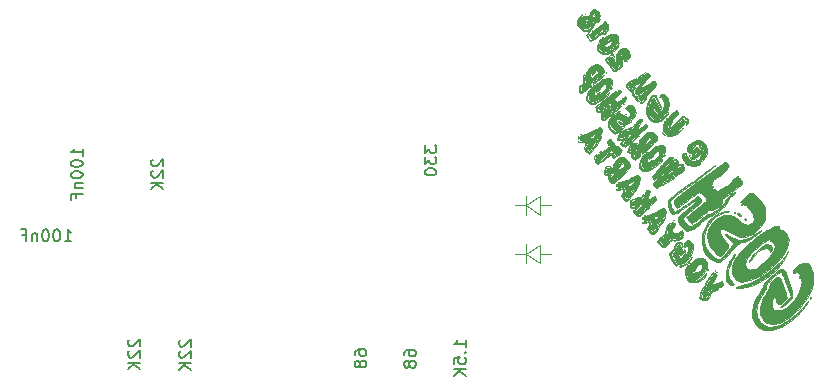
<source format=gbr>
G04 #@! TF.FileFunction,Legend,Bot*
%FSLAX46Y46*%
G04 Gerber Fmt 4.6, Leading zero omitted, Abs format (unit mm)*
G04 Created by KiCad (PCBNEW 4.0.7-e0-6372~58~ubuntu16.04.1) date Tue Jul 24 02:48:08 2018*
%MOMM*%
%LPD*%
G01*
G04 APERTURE LIST*
%ADD10C,0.100000*%
%ADD11C,0.010000*%
%ADD12C,0.150000*%
G04 APERTURE END LIST*
D10*
X87300560Y-54888980D02*
X86398860Y-54888980D01*
X88451180Y-54888980D02*
X89449400Y-54888980D01*
X87300560Y-55689080D02*
X87300560Y-54088880D01*
X88451180Y-54139680D02*
X88451180Y-55689080D01*
X87300560Y-54888980D02*
X88451180Y-54139680D01*
X87300560Y-54888980D02*
X88451180Y-55689080D01*
X87300560Y-59008980D02*
X86398860Y-59008980D01*
X88451180Y-59008980D02*
X89449400Y-59008980D01*
X87300560Y-59809080D02*
X87300560Y-58208880D01*
X88451180Y-58259680D02*
X88451180Y-59809080D01*
X87300560Y-59008980D02*
X88451180Y-58259680D01*
X87300560Y-59008980D02*
X88451180Y-59809080D01*
D11*
G36*
X109079889Y-60313670D02*
X109131426Y-60367588D01*
X109201804Y-60489467D01*
X109285973Y-60666042D01*
X109378885Y-60884048D01*
X109475491Y-61130219D01*
X109570741Y-61391292D01*
X109659586Y-61654000D01*
X109736978Y-61905078D01*
X109797866Y-62131261D01*
X109832144Y-62289987D01*
X109854777Y-62441559D01*
X109852577Y-62549156D01*
X109821717Y-62650825D01*
X109788528Y-62723410D01*
X109720634Y-62827184D01*
X109612555Y-62951836D01*
X109477448Y-63086403D01*
X109328474Y-63219922D01*
X109178792Y-63341429D01*
X109041562Y-63439963D01*
X108929942Y-63504561D01*
X108857093Y-63524258D01*
X108839455Y-63514066D01*
X108859049Y-63471668D01*
X108932111Y-63391486D01*
X109045146Y-63287549D01*
X109108730Y-63234085D01*
X109344656Y-63030917D01*
X109525317Y-62853647D01*
X109645606Y-62707927D01*
X109700416Y-62599411D01*
X109703334Y-62576041D01*
X109688844Y-62505738D01*
X109648997Y-62371734D01*
X109589226Y-62189200D01*
X109514965Y-61973306D01*
X109431645Y-61739220D01*
X109344700Y-61502112D01*
X109259563Y-61277153D01*
X109181668Y-61079511D01*
X109116446Y-60924356D01*
X109094727Y-60876750D01*
X109016578Y-60723784D01*
X108943141Y-60619291D01*
X108865376Y-60565268D01*
X108774244Y-60563710D01*
X108660707Y-60616613D01*
X108515723Y-60725976D01*
X108330254Y-60893792D01*
X108127419Y-61090381D01*
X107940748Y-61275190D01*
X107807116Y-61411852D01*
X107718473Y-61510842D01*
X107666767Y-61582634D01*
X107643948Y-61637701D01*
X107641964Y-61686519D01*
X107647023Y-61715351D01*
X107652781Y-61784767D01*
X107633849Y-61862543D01*
X107582670Y-61965832D01*
X107491687Y-62111789D01*
X107434437Y-62197906D01*
X107191891Y-62588245D01*
X107014215Y-62945248D01*
X106896207Y-63283102D01*
X106832665Y-63615993D01*
X106817571Y-63880099D01*
X106823154Y-64067966D01*
X106848064Y-64214191D01*
X106901924Y-64361242D01*
X106949419Y-64462016D01*
X107124495Y-64734619D01*
X107346899Y-64946846D01*
X107606240Y-65091905D01*
X107892127Y-65163006D01*
X108031167Y-65168977D01*
X108414897Y-65120958D01*
X108815252Y-64992512D01*
X109233454Y-64783110D01*
X109670723Y-64492224D01*
X109772025Y-64415363D01*
X110068273Y-64178634D01*
X110313818Y-63964406D01*
X110530554Y-63751619D01*
X110740374Y-63519207D01*
X110888996Y-63340783D01*
X111018031Y-63187289D01*
X111119951Y-63076153D01*
X111188980Y-63012112D01*
X111219342Y-62999906D01*
X111205260Y-63044271D01*
X111162971Y-63116084D01*
X110931227Y-63456849D01*
X110689344Y-63770329D01*
X110453111Y-64036864D01*
X110317167Y-64169232D01*
X110081504Y-64373759D01*
X109826166Y-64580567D01*
X109567245Y-64777802D01*
X109320833Y-64953611D01*
X109103021Y-65096143D01*
X108929903Y-65193543D01*
X108920167Y-65198225D01*
X108644738Y-65308739D01*
X108345301Y-65394883D01*
X108044114Y-65452796D01*
X107763436Y-65478618D01*
X107525527Y-65468487D01*
X107447708Y-65453601D01*
X107267416Y-65395794D01*
X107116458Y-65313253D01*
X106971684Y-65189717D01*
X106809941Y-65008927D01*
X106803487Y-65001118D01*
X106600228Y-64713010D01*
X106465657Y-64428234D01*
X106404600Y-64157794D01*
X106401334Y-64084351D01*
X106429970Y-63802260D01*
X106511618Y-63476302D01*
X106639884Y-63122939D01*
X106808375Y-62758632D01*
X107010697Y-62399843D01*
X107122259Y-62228085D01*
X107221117Y-62070597D01*
X107294208Y-61929988D01*
X107330379Y-61828447D01*
X107332371Y-61810102D01*
X107357433Y-61702138D01*
X107435080Y-61565757D01*
X107569780Y-61395000D01*
X107765999Y-61183910D01*
X107907752Y-61042604D01*
X108216321Y-60756897D01*
X108486655Y-60539446D01*
X108717293Y-60391160D01*
X108906773Y-60312947D01*
X109053634Y-60305717D01*
X109079889Y-60313670D01*
X109079889Y-60313670D01*
G37*
X109079889Y-60313670D02*
X109131426Y-60367588D01*
X109201804Y-60489467D01*
X109285973Y-60666042D01*
X109378885Y-60884048D01*
X109475491Y-61130219D01*
X109570741Y-61391292D01*
X109659586Y-61654000D01*
X109736978Y-61905078D01*
X109797866Y-62131261D01*
X109832144Y-62289987D01*
X109854777Y-62441559D01*
X109852577Y-62549156D01*
X109821717Y-62650825D01*
X109788528Y-62723410D01*
X109720634Y-62827184D01*
X109612555Y-62951836D01*
X109477448Y-63086403D01*
X109328474Y-63219922D01*
X109178792Y-63341429D01*
X109041562Y-63439963D01*
X108929942Y-63504561D01*
X108857093Y-63524258D01*
X108839455Y-63514066D01*
X108859049Y-63471668D01*
X108932111Y-63391486D01*
X109045146Y-63287549D01*
X109108730Y-63234085D01*
X109344656Y-63030917D01*
X109525317Y-62853647D01*
X109645606Y-62707927D01*
X109700416Y-62599411D01*
X109703334Y-62576041D01*
X109688844Y-62505738D01*
X109648997Y-62371734D01*
X109589226Y-62189200D01*
X109514965Y-61973306D01*
X109431645Y-61739220D01*
X109344700Y-61502112D01*
X109259563Y-61277153D01*
X109181668Y-61079511D01*
X109116446Y-60924356D01*
X109094727Y-60876750D01*
X109016578Y-60723784D01*
X108943141Y-60619291D01*
X108865376Y-60565268D01*
X108774244Y-60563710D01*
X108660707Y-60616613D01*
X108515723Y-60725976D01*
X108330254Y-60893792D01*
X108127419Y-61090381D01*
X107940748Y-61275190D01*
X107807116Y-61411852D01*
X107718473Y-61510842D01*
X107666767Y-61582634D01*
X107643948Y-61637701D01*
X107641964Y-61686519D01*
X107647023Y-61715351D01*
X107652781Y-61784767D01*
X107633849Y-61862543D01*
X107582670Y-61965832D01*
X107491687Y-62111789D01*
X107434437Y-62197906D01*
X107191891Y-62588245D01*
X107014215Y-62945248D01*
X106896207Y-63283102D01*
X106832665Y-63615993D01*
X106817571Y-63880099D01*
X106823154Y-64067966D01*
X106848064Y-64214191D01*
X106901924Y-64361242D01*
X106949419Y-64462016D01*
X107124495Y-64734619D01*
X107346899Y-64946846D01*
X107606240Y-65091905D01*
X107892127Y-65163006D01*
X108031167Y-65168977D01*
X108414897Y-65120958D01*
X108815252Y-64992512D01*
X109233454Y-64783110D01*
X109670723Y-64492224D01*
X109772025Y-64415363D01*
X110068273Y-64178634D01*
X110313818Y-63964406D01*
X110530554Y-63751619D01*
X110740374Y-63519207D01*
X110888996Y-63340783D01*
X111018031Y-63187289D01*
X111119951Y-63076153D01*
X111188980Y-63012112D01*
X111219342Y-62999906D01*
X111205260Y-63044271D01*
X111162971Y-63116084D01*
X110931227Y-63456849D01*
X110689344Y-63770329D01*
X110453111Y-64036864D01*
X110317167Y-64169232D01*
X110081504Y-64373759D01*
X109826166Y-64580567D01*
X109567245Y-64777802D01*
X109320833Y-64953611D01*
X109103021Y-65096143D01*
X108929903Y-65193543D01*
X108920167Y-65198225D01*
X108644738Y-65308739D01*
X108345301Y-65394883D01*
X108044114Y-65452796D01*
X107763436Y-65478618D01*
X107525527Y-65468487D01*
X107447708Y-65453601D01*
X107267416Y-65395794D01*
X107116458Y-65313253D01*
X106971684Y-65189717D01*
X106809941Y-65008927D01*
X106803487Y-65001118D01*
X106600228Y-64713010D01*
X106465657Y-64428234D01*
X106404600Y-64157794D01*
X106401334Y-64084351D01*
X106429970Y-63802260D01*
X106511618Y-63476302D01*
X106639884Y-63122939D01*
X106808375Y-62758632D01*
X107010697Y-62399843D01*
X107122259Y-62228085D01*
X107221117Y-62070597D01*
X107294208Y-61929988D01*
X107330379Y-61828447D01*
X107332371Y-61810102D01*
X107357433Y-61702138D01*
X107435080Y-61565757D01*
X107569780Y-61395000D01*
X107765999Y-61183910D01*
X107907752Y-61042604D01*
X108216321Y-60756897D01*
X108486655Y-60539446D01*
X108717293Y-60391160D01*
X108906773Y-60312947D01*
X109053634Y-60305717D01*
X109079889Y-60313670D01*
G36*
X111080465Y-59759534D02*
X111153554Y-59815043D01*
X111159821Y-59820898D01*
X111223005Y-59900169D01*
X111307979Y-60033349D01*
X111400683Y-60197644D01*
X111444791Y-60282846D01*
X111530759Y-60458602D01*
X111584503Y-60588742D01*
X111613272Y-60702554D01*
X111624313Y-60829325D01*
X111624875Y-60998341D01*
X111624739Y-61010000D01*
X111584922Y-61421147D01*
X111479017Y-61858289D01*
X111313299Y-62303465D01*
X111094044Y-62738714D01*
X110927892Y-63004697D01*
X110788595Y-63189407D01*
X110601119Y-63408865D01*
X110383214Y-63644696D01*
X110152632Y-63878527D01*
X109927120Y-64091983D01*
X109724430Y-64266689D01*
X109661000Y-64316158D01*
X109314434Y-64550504D01*
X108967808Y-64735335D01*
X108634473Y-64865065D01*
X108327777Y-64934111D01*
X108159856Y-64944052D01*
X108013284Y-64929104D01*
X107843318Y-64894848D01*
X107777167Y-64876689D01*
X107633114Y-64825895D01*
X107524151Y-64764131D01*
X107432036Y-64674248D01*
X107338526Y-64539093D01*
X107244189Y-64375567D01*
X107155466Y-64198879D01*
X107101688Y-64039251D01*
X107081288Y-63875142D01*
X107092701Y-63685008D01*
X107134362Y-63447308D01*
X107166241Y-63303043D01*
X107264493Y-62971368D01*
X107389135Y-62710851D01*
X107398073Y-62696596D01*
X107494612Y-62537235D01*
X107587571Y-62370854D01*
X107634062Y-62280000D01*
X107705209Y-62144661D01*
X107777341Y-62026154D01*
X107802265Y-61991252D01*
X107858110Y-61893799D01*
X107916214Y-61753529D01*
X107944054Y-61668316D01*
X107990147Y-61540687D01*
X108056189Y-61428740D01*
X108158776Y-61309078D01*
X108288889Y-61182154D01*
X108424302Y-61063811D01*
X108540459Y-60977637D01*
X108620638Y-60935522D01*
X108638453Y-60933590D01*
X108692666Y-60978932D01*
X108767748Y-61089945D01*
X108857321Y-61252134D01*
X108955006Y-61451007D01*
X109054424Y-61672073D01*
X109149198Y-61900837D01*
X109232948Y-62122808D01*
X109299297Y-62323493D01*
X109341864Y-62488400D01*
X109352584Y-62556157D01*
X109374874Y-62772130D01*
X109126354Y-62995921D01*
X108956043Y-63143746D01*
X108831324Y-63235785D01*
X108739687Y-63277835D01*
X108668616Y-63275691D01*
X108607031Y-63236450D01*
X108544516Y-63145556D01*
X108499986Y-63021601D01*
X108497396Y-63008946D01*
X108458554Y-62863185D01*
X108404621Y-62734214D01*
X108347102Y-62645324D01*
X108304624Y-62618667D01*
X108257474Y-62651565D01*
X108193660Y-62732981D01*
X108178870Y-62756250D01*
X108116719Y-62919450D01*
X108089952Y-63125044D01*
X108098113Y-63340628D01*
X108140746Y-63533798D01*
X108191299Y-63638990D01*
X108272180Y-63736589D01*
X108365541Y-63782090D01*
X108468144Y-63795933D01*
X108674696Y-63784249D01*
X108914540Y-63729428D01*
X109154529Y-63640817D01*
X109316639Y-63556619D01*
X109599328Y-63354508D01*
X109860333Y-63110815D01*
X110089192Y-62840032D01*
X110275443Y-62556652D01*
X110408625Y-62275167D01*
X110478276Y-62010070D01*
X110485119Y-61937899D01*
X110510759Y-61803195D01*
X110561975Y-61687655D01*
X110563759Y-61685063D01*
X110618175Y-61556569D01*
X110632249Y-61404967D01*
X110610055Y-61255803D01*
X110555664Y-61134622D01*
X110473149Y-61066968D01*
X110464824Y-61064466D01*
X110394813Y-61035993D01*
X110392905Y-60991708D01*
X110450188Y-60918681D01*
X110488294Y-60866463D01*
X110488926Y-60813881D01*
X110447365Y-60733817D01*
X110407254Y-60671931D01*
X110333376Y-60572341D01*
X110272653Y-60511188D01*
X110253066Y-60502000D01*
X110179584Y-60502000D01*
X110149955Y-60535573D01*
X110147834Y-60554337D01*
X110114184Y-60605527D01*
X110037057Y-60621686D01*
X109952180Y-60597689D01*
X109934133Y-60584979D01*
X109885567Y-60524194D01*
X109884327Y-60451576D01*
X109935589Y-60356194D01*
X110044531Y-60227119D01*
X110159479Y-60109281D01*
X110303320Y-59971319D01*
X110408001Y-59885488D01*
X110490491Y-59840532D01*
X110567758Y-59825193D01*
X110588484Y-59824667D01*
X110727450Y-59811739D01*
X110878627Y-59780147D01*
X110894886Y-59775469D01*
X111007368Y-59748593D01*
X111080465Y-59759534D01*
X111080465Y-59759534D01*
G37*
X111080465Y-59759534D02*
X111153554Y-59815043D01*
X111159821Y-59820898D01*
X111223005Y-59900169D01*
X111307979Y-60033349D01*
X111400683Y-60197644D01*
X111444791Y-60282846D01*
X111530759Y-60458602D01*
X111584503Y-60588742D01*
X111613272Y-60702554D01*
X111624313Y-60829325D01*
X111624875Y-60998341D01*
X111624739Y-61010000D01*
X111584922Y-61421147D01*
X111479017Y-61858289D01*
X111313299Y-62303465D01*
X111094044Y-62738714D01*
X110927892Y-63004697D01*
X110788595Y-63189407D01*
X110601119Y-63408865D01*
X110383214Y-63644696D01*
X110152632Y-63878527D01*
X109927120Y-64091983D01*
X109724430Y-64266689D01*
X109661000Y-64316158D01*
X109314434Y-64550504D01*
X108967808Y-64735335D01*
X108634473Y-64865065D01*
X108327777Y-64934111D01*
X108159856Y-64944052D01*
X108013284Y-64929104D01*
X107843318Y-64894848D01*
X107777167Y-64876689D01*
X107633114Y-64825895D01*
X107524151Y-64764131D01*
X107432036Y-64674248D01*
X107338526Y-64539093D01*
X107244189Y-64375567D01*
X107155466Y-64198879D01*
X107101688Y-64039251D01*
X107081288Y-63875142D01*
X107092701Y-63685008D01*
X107134362Y-63447308D01*
X107166241Y-63303043D01*
X107264493Y-62971368D01*
X107389135Y-62710851D01*
X107398073Y-62696596D01*
X107494612Y-62537235D01*
X107587571Y-62370854D01*
X107634062Y-62280000D01*
X107705209Y-62144661D01*
X107777341Y-62026154D01*
X107802265Y-61991252D01*
X107858110Y-61893799D01*
X107916214Y-61753529D01*
X107944054Y-61668316D01*
X107990147Y-61540687D01*
X108056189Y-61428740D01*
X108158776Y-61309078D01*
X108288889Y-61182154D01*
X108424302Y-61063811D01*
X108540459Y-60977637D01*
X108620638Y-60935522D01*
X108638453Y-60933590D01*
X108692666Y-60978932D01*
X108767748Y-61089945D01*
X108857321Y-61252134D01*
X108955006Y-61451007D01*
X109054424Y-61672073D01*
X109149198Y-61900837D01*
X109232948Y-62122808D01*
X109299297Y-62323493D01*
X109341864Y-62488400D01*
X109352584Y-62556157D01*
X109374874Y-62772130D01*
X109126354Y-62995921D01*
X108956043Y-63143746D01*
X108831324Y-63235785D01*
X108739687Y-63277835D01*
X108668616Y-63275691D01*
X108607031Y-63236450D01*
X108544516Y-63145556D01*
X108499986Y-63021601D01*
X108497396Y-63008946D01*
X108458554Y-62863185D01*
X108404621Y-62734214D01*
X108347102Y-62645324D01*
X108304624Y-62618667D01*
X108257474Y-62651565D01*
X108193660Y-62732981D01*
X108178870Y-62756250D01*
X108116719Y-62919450D01*
X108089952Y-63125044D01*
X108098113Y-63340628D01*
X108140746Y-63533798D01*
X108191299Y-63638990D01*
X108272180Y-63736589D01*
X108365541Y-63782090D01*
X108468144Y-63795933D01*
X108674696Y-63784249D01*
X108914540Y-63729428D01*
X109154529Y-63640817D01*
X109316639Y-63556619D01*
X109599328Y-63354508D01*
X109860333Y-63110815D01*
X110089192Y-62840032D01*
X110275443Y-62556652D01*
X110408625Y-62275167D01*
X110478276Y-62010070D01*
X110485119Y-61937899D01*
X110510759Y-61803195D01*
X110561975Y-61687655D01*
X110563759Y-61685063D01*
X110618175Y-61556569D01*
X110632249Y-61404967D01*
X110610055Y-61255803D01*
X110555664Y-61134622D01*
X110473149Y-61066968D01*
X110464824Y-61064466D01*
X110394813Y-61035993D01*
X110392905Y-60991708D01*
X110450188Y-60918681D01*
X110488294Y-60866463D01*
X110488926Y-60813881D01*
X110447365Y-60733817D01*
X110407254Y-60671931D01*
X110333376Y-60572341D01*
X110272653Y-60511188D01*
X110253066Y-60502000D01*
X110179584Y-60502000D01*
X110149955Y-60535573D01*
X110147834Y-60554337D01*
X110114184Y-60605527D01*
X110037057Y-60621686D01*
X109952180Y-60597689D01*
X109934133Y-60584979D01*
X109885567Y-60524194D01*
X109884327Y-60451576D01*
X109935589Y-60356194D01*
X110044531Y-60227119D01*
X110159479Y-60109281D01*
X110303320Y-59971319D01*
X110408001Y-59885488D01*
X110490491Y-59840532D01*
X110567758Y-59825193D01*
X110588484Y-59824667D01*
X110727450Y-59811739D01*
X110878627Y-59780147D01*
X110894886Y-59775469D01*
X111007368Y-59748593D01*
X111080465Y-59759534D01*
G36*
X103154377Y-60532664D02*
X103118651Y-60599585D01*
X103069341Y-60675383D01*
X102910426Y-60921998D01*
X102744837Y-61204527D01*
X102581223Y-61505747D01*
X102428230Y-61808432D01*
X102294504Y-62095361D01*
X102188693Y-62349309D01*
X102119443Y-62553052D01*
X102111439Y-62583424D01*
X102100802Y-62650793D01*
X102123667Y-62690970D01*
X102198202Y-62719484D01*
X102297154Y-62742174D01*
X102437766Y-62771734D01*
X102535773Y-62781506D01*
X102605349Y-62760344D01*
X102660668Y-62697102D01*
X102715906Y-62580632D01*
X102785235Y-62399788D01*
X102807251Y-62341028D01*
X102854254Y-62224497D01*
X102901570Y-62154641D01*
X102973747Y-62111530D01*
X103095331Y-62075234D01*
X103152257Y-62060911D01*
X103305042Y-62020997D01*
X103434429Y-61984018D01*
X103501500Y-61961903D01*
X103571747Y-61938848D01*
X103579463Y-61946812D01*
X103537241Y-61977763D01*
X103457674Y-62023673D01*
X103353355Y-62076512D01*
X103247500Y-62123861D01*
X103114563Y-62182201D01*
X103030261Y-62235878D01*
X102972666Y-62308527D01*
X102919850Y-62423781D01*
X102884382Y-62515233D01*
X102792600Y-62714233D01*
X102692901Y-62859686D01*
X102594201Y-62940465D01*
X102533727Y-62952926D01*
X102467842Y-62938857D01*
X102352520Y-62907753D01*
X102273834Y-62884698D01*
X102137446Y-62840377D01*
X102042024Y-62794542D01*
X101987039Y-62735829D01*
X101971958Y-62652871D01*
X101996252Y-62534304D01*
X102059390Y-62368762D01*
X102160841Y-62144881D01*
X102232241Y-61993890D01*
X102324396Y-61811607D01*
X102439267Y-61601912D01*
X102568338Y-61378509D01*
X102703095Y-61155104D01*
X102835023Y-60945400D01*
X102955607Y-60763102D01*
X103056332Y-60621914D01*
X103128682Y-60535542D01*
X103148763Y-60518781D01*
X103154377Y-60532664D01*
X103154377Y-60532664D01*
G37*
X103154377Y-60532664D02*
X103118651Y-60599585D01*
X103069341Y-60675383D01*
X102910426Y-60921998D01*
X102744837Y-61204527D01*
X102581223Y-61505747D01*
X102428230Y-61808432D01*
X102294504Y-62095361D01*
X102188693Y-62349309D01*
X102119443Y-62553052D01*
X102111439Y-62583424D01*
X102100802Y-62650793D01*
X102123667Y-62690970D01*
X102198202Y-62719484D01*
X102297154Y-62742174D01*
X102437766Y-62771734D01*
X102535773Y-62781506D01*
X102605349Y-62760344D01*
X102660668Y-62697102D01*
X102715906Y-62580632D01*
X102785235Y-62399788D01*
X102807251Y-62341028D01*
X102854254Y-62224497D01*
X102901570Y-62154641D01*
X102973747Y-62111530D01*
X103095331Y-62075234D01*
X103152257Y-62060911D01*
X103305042Y-62020997D01*
X103434429Y-61984018D01*
X103501500Y-61961903D01*
X103571747Y-61938848D01*
X103579463Y-61946812D01*
X103537241Y-61977763D01*
X103457674Y-62023673D01*
X103353355Y-62076512D01*
X103247500Y-62123861D01*
X103114563Y-62182201D01*
X103030261Y-62235878D01*
X102972666Y-62308527D01*
X102919850Y-62423781D01*
X102884382Y-62515233D01*
X102792600Y-62714233D01*
X102692901Y-62859686D01*
X102594201Y-62940465D01*
X102533727Y-62952926D01*
X102467842Y-62938857D01*
X102352520Y-62907753D01*
X102273834Y-62884698D01*
X102137446Y-62840377D01*
X102042024Y-62794542D01*
X101987039Y-62735829D01*
X101971958Y-62652871D01*
X101996252Y-62534304D01*
X102059390Y-62368762D01*
X102160841Y-62144881D01*
X102232241Y-61993890D01*
X102324396Y-61811607D01*
X102439267Y-61601912D01*
X102568338Y-61378509D01*
X102703095Y-61155104D01*
X102835023Y-60945400D01*
X102955607Y-60763102D01*
X103056332Y-60621914D01*
X103128682Y-60535542D01*
X103148763Y-60518781D01*
X103154377Y-60532664D01*
G36*
X111390961Y-62691289D02*
X111396667Y-62719503D01*
X111371828Y-62792645D01*
X111354334Y-62809167D01*
X111317706Y-62800045D01*
X111312000Y-62771830D01*
X111336839Y-62698689D01*
X111354334Y-62682167D01*
X111390961Y-62691289D01*
X111390961Y-62691289D01*
G37*
X111390961Y-62691289D02*
X111396667Y-62719503D01*
X111371828Y-62792645D01*
X111354334Y-62809167D01*
X111317706Y-62800045D01*
X111312000Y-62771830D01*
X111336839Y-62698689D01*
X111354334Y-62682167D01*
X111390961Y-62691289D01*
G36*
X103275287Y-60613735D02*
X103339597Y-60664933D01*
X103400364Y-60740852D01*
X103434791Y-60817112D01*
X103436592Y-60832329D01*
X103415081Y-60899078D01*
X103359367Y-61001275D01*
X103332167Y-61043240D01*
X103267412Y-61148876D01*
X103230003Y-61229922D01*
X103226334Y-61248131D01*
X103192478Y-61305036D01*
X103165047Y-61320793D01*
X103103719Y-61372761D01*
X103041205Y-61465290D01*
X103040259Y-61467109D01*
X103001139Y-61551256D01*
X103013296Y-61585042D01*
X103088668Y-61593081D01*
X103101545Y-61593456D01*
X103189726Y-61586433D01*
X103226334Y-61564605D01*
X103262760Y-61530849D01*
X103349979Y-61495167D01*
X103454898Y-61467120D01*
X103544425Y-61456267D01*
X103578526Y-61462860D01*
X103600875Y-61461458D01*
X103593184Y-61444687D01*
X103604739Y-61401016D01*
X103650143Y-61378610D01*
X103718790Y-61380308D01*
X103735680Y-61405547D01*
X103756987Y-61414811D01*
X103799180Y-61372326D01*
X103849161Y-61315233D01*
X103886374Y-61326168D01*
X103923487Y-61372326D01*
X103972473Y-61479039D01*
X103986987Y-61567840D01*
X103980705Y-61625147D01*
X103950074Y-61670755D01*
X103879801Y-61715578D01*
X103754592Y-61770534D01*
X103639954Y-61815529D01*
X103446893Y-61885124D01*
X103250871Y-61947856D01*
X103088677Y-61992102D01*
X103062868Y-61997850D01*
X102834163Y-62045821D01*
X102693990Y-62353411D01*
X102616830Y-62513878D01*
X102554267Y-62608324D01*
X102489428Y-62649328D01*
X102405443Y-62649471D01*
X102321867Y-62630878D01*
X102270009Y-62600735D01*
X102258458Y-62531417D01*
X102266806Y-62463270D01*
X102300905Y-62346634D01*
X102370912Y-62173028D01*
X102468810Y-61957862D01*
X102586581Y-61716548D01*
X102716206Y-61464495D01*
X102849667Y-61217113D01*
X102978946Y-60989812D01*
X103096025Y-60798004D01*
X103192886Y-60657098D01*
X103230233Y-60611640D01*
X103275287Y-60613735D01*
X103275287Y-60613735D01*
G37*
X103275287Y-60613735D02*
X103339597Y-60664933D01*
X103400364Y-60740852D01*
X103434791Y-60817112D01*
X103436592Y-60832329D01*
X103415081Y-60899078D01*
X103359367Y-61001275D01*
X103332167Y-61043240D01*
X103267412Y-61148876D01*
X103230003Y-61229922D01*
X103226334Y-61248131D01*
X103192478Y-61305036D01*
X103165047Y-61320793D01*
X103103719Y-61372761D01*
X103041205Y-61465290D01*
X103040259Y-61467109D01*
X103001139Y-61551256D01*
X103013296Y-61585042D01*
X103088668Y-61593081D01*
X103101545Y-61593456D01*
X103189726Y-61586433D01*
X103226334Y-61564605D01*
X103262760Y-61530849D01*
X103349979Y-61495167D01*
X103454898Y-61467120D01*
X103544425Y-61456267D01*
X103578526Y-61462860D01*
X103600875Y-61461458D01*
X103593184Y-61444687D01*
X103604739Y-61401016D01*
X103650143Y-61378610D01*
X103718790Y-61380308D01*
X103735680Y-61405547D01*
X103756987Y-61414811D01*
X103799180Y-61372326D01*
X103849161Y-61315233D01*
X103886374Y-61326168D01*
X103923487Y-61372326D01*
X103972473Y-61479039D01*
X103986987Y-61567840D01*
X103980705Y-61625147D01*
X103950074Y-61670755D01*
X103879801Y-61715578D01*
X103754592Y-61770534D01*
X103639954Y-61815529D01*
X103446893Y-61885124D01*
X103250871Y-61947856D01*
X103088677Y-61992102D01*
X103062868Y-61997850D01*
X102834163Y-62045821D01*
X102693990Y-62353411D01*
X102616830Y-62513878D01*
X102554267Y-62608324D01*
X102489428Y-62649328D01*
X102405443Y-62649471D01*
X102321867Y-62630878D01*
X102270009Y-62600735D01*
X102258458Y-62531417D01*
X102266806Y-62463270D01*
X102300905Y-62346634D01*
X102370912Y-62173028D01*
X102468810Y-61957862D01*
X102586581Y-61716548D01*
X102716206Y-61464495D01*
X102849667Y-61217113D01*
X102978946Y-60989812D01*
X103096025Y-60798004D01*
X103192886Y-60657098D01*
X103230233Y-60611640D01*
X103275287Y-60613735D01*
G36*
X109514495Y-58749648D02*
X109490577Y-58825763D01*
X109435045Y-58955476D01*
X109349112Y-59133085D01*
X109324429Y-59181563D01*
X109084632Y-59582312D01*
X108786261Y-59973507D01*
X108439624Y-60347960D01*
X108055033Y-60698479D01*
X107642797Y-61017874D01*
X107213227Y-61298955D01*
X106776631Y-61534532D01*
X106343321Y-61717414D01*
X105923606Y-61840411D01*
X105527796Y-61896333D01*
X105427951Y-61899000D01*
X105280370Y-61895054D01*
X105168327Y-61884725D01*
X105117222Y-61870778D01*
X105089609Y-61819517D01*
X105343000Y-61819517D01*
X105367898Y-61855174D01*
X105425937Y-61834613D01*
X105470849Y-61792144D01*
X105503487Y-61728203D01*
X105498222Y-61701445D01*
X105451095Y-61703175D01*
X105388706Y-61745786D01*
X105346476Y-61802334D01*
X105343000Y-61819517D01*
X105089609Y-61819517D01*
X105089162Y-61818688D01*
X105089000Y-61815641D01*
X105128528Y-61783687D01*
X105239097Y-61739096D01*
X105408685Y-61685628D01*
X105625270Y-61627043D01*
X105876829Y-61567103D01*
X105900004Y-61561941D01*
X106244363Y-61467044D01*
X106587153Y-61332841D01*
X106939332Y-61153277D01*
X107311859Y-60922302D01*
X107715692Y-60633863D01*
X108042913Y-60378428D01*
X108427085Y-60052050D01*
X108749604Y-59737148D01*
X109027778Y-59414645D01*
X109278917Y-59065466D01*
X109384415Y-58899917D01*
X109462629Y-58781023D01*
X109505584Y-58732834D01*
X109514495Y-58749648D01*
X109514495Y-58749648D01*
G37*
X109514495Y-58749648D02*
X109490577Y-58825763D01*
X109435045Y-58955476D01*
X109349112Y-59133085D01*
X109324429Y-59181563D01*
X109084632Y-59582312D01*
X108786261Y-59973507D01*
X108439624Y-60347960D01*
X108055033Y-60698479D01*
X107642797Y-61017874D01*
X107213227Y-61298955D01*
X106776631Y-61534532D01*
X106343321Y-61717414D01*
X105923606Y-61840411D01*
X105527796Y-61896333D01*
X105427951Y-61899000D01*
X105280370Y-61895054D01*
X105168327Y-61884725D01*
X105117222Y-61870778D01*
X105089609Y-61819517D01*
X105343000Y-61819517D01*
X105367898Y-61855174D01*
X105425937Y-61834613D01*
X105470849Y-61792144D01*
X105503487Y-61728203D01*
X105498222Y-61701445D01*
X105451095Y-61703175D01*
X105388706Y-61745786D01*
X105346476Y-61802334D01*
X105343000Y-61819517D01*
X105089609Y-61819517D01*
X105089162Y-61818688D01*
X105089000Y-61815641D01*
X105128528Y-61783687D01*
X105239097Y-61739096D01*
X105408685Y-61685628D01*
X105625270Y-61627043D01*
X105876829Y-61567103D01*
X105900004Y-61561941D01*
X106244363Y-61467044D01*
X106587153Y-61332841D01*
X106939332Y-61153277D01*
X107311859Y-60922302D01*
X107715692Y-60633863D01*
X108042913Y-60378428D01*
X108427085Y-60052050D01*
X108749604Y-59737148D01*
X109027778Y-59414645D01*
X109278917Y-59065466D01*
X109384415Y-58899917D01*
X109462629Y-58781023D01*
X109505584Y-58732834D01*
X109514495Y-58749648D01*
G36*
X105038063Y-58986479D02*
X105038136Y-59021034D01*
X105003627Y-59095344D01*
X104929496Y-59223089D01*
X104900387Y-59271227D01*
X104803422Y-59442276D01*
X104699451Y-59643116D01*
X104625321Y-59799070D01*
X104496574Y-60110379D01*
X104418210Y-60369177D01*
X104390592Y-60591267D01*
X104414082Y-60792451D01*
X104489042Y-60988528D01*
X104615836Y-61195300D01*
X104658717Y-61254626D01*
X104757668Y-61393307D01*
X104833280Y-61509183D01*
X104873682Y-61583650D01*
X104877334Y-61597261D01*
X104840296Y-61629537D01*
X104749882Y-61644812D01*
X104737471Y-61645000D01*
X104612870Y-61620411D01*
X104496644Y-61536022D01*
X104468702Y-61507417D01*
X104336853Y-61357722D01*
X104256545Y-61234160D01*
X104215506Y-61107222D01*
X104201462Y-60947397D01*
X104200661Y-60862997D01*
X104225109Y-60511790D01*
X104302323Y-60187222D01*
X104440608Y-59857699D01*
X104489809Y-59763196D01*
X104612909Y-59542928D01*
X104732734Y-59342801D01*
X104841182Y-59175081D01*
X104930153Y-59052031D01*
X104991544Y-58985918D01*
X105008450Y-58978000D01*
X105038063Y-58986479D01*
X105038063Y-58986479D01*
G37*
X105038063Y-58986479D02*
X105038136Y-59021034D01*
X105003627Y-59095344D01*
X104929496Y-59223089D01*
X104900387Y-59271227D01*
X104803422Y-59442276D01*
X104699451Y-59643116D01*
X104625321Y-59799070D01*
X104496574Y-60110379D01*
X104418210Y-60369177D01*
X104390592Y-60591267D01*
X104414082Y-60792451D01*
X104489042Y-60988528D01*
X104615836Y-61195300D01*
X104658717Y-61254626D01*
X104757668Y-61393307D01*
X104833280Y-61509183D01*
X104873682Y-61583650D01*
X104877334Y-61597261D01*
X104840296Y-61629537D01*
X104749882Y-61644812D01*
X104737471Y-61645000D01*
X104612870Y-61620411D01*
X104496644Y-61536022D01*
X104468702Y-61507417D01*
X104336853Y-61357722D01*
X104256545Y-61234160D01*
X104215506Y-61107222D01*
X104201462Y-60947397D01*
X104200661Y-60862997D01*
X104225109Y-60511790D01*
X104302323Y-60187222D01*
X104440608Y-59857699D01*
X104489809Y-59763196D01*
X104612909Y-59542928D01*
X104732734Y-59342801D01*
X104841182Y-59175081D01*
X104930153Y-59052031D01*
X104991544Y-58985918D01*
X105008450Y-58978000D01*
X105038063Y-58986479D01*
G36*
X101002701Y-59952456D02*
X100968729Y-60047110D01*
X100933319Y-60124236D01*
X100850943Y-60358950D01*
X100819895Y-60602354D01*
X100843699Y-60822360D01*
X100853116Y-60854106D01*
X100914334Y-60970773D01*
X101014600Y-61099399D01*
X101075022Y-61160077D01*
X101180333Y-61249202D01*
X101264526Y-61293088D01*
X101364909Y-61304253D01*
X101485411Y-61297778D01*
X101679074Y-61270466D01*
X101848002Y-61213272D01*
X102012636Y-61115144D01*
X102193412Y-60965028D01*
X102313638Y-60849858D01*
X102447078Y-60721216D01*
X102530086Y-60650821D01*
X102569088Y-60634185D01*
X102570507Y-60666821D01*
X102569217Y-60671334D01*
X102485012Y-60839749D01*
X102340478Y-61015221D01*
X102155955Y-61179108D01*
X101951786Y-61312765D01*
X101791266Y-61384286D01*
X101586903Y-61426865D01*
X101375571Y-61426357D01*
X101190901Y-61384329D01*
X101127079Y-61353283D01*
X100939084Y-61192563D01*
X100815129Y-60985206D01*
X100757124Y-60742096D01*
X100766980Y-60474115D01*
X100846608Y-60192147D01*
X100901947Y-60070930D01*
X100965888Y-59958550D01*
X101000614Y-59920997D01*
X101002701Y-59952456D01*
X101002701Y-59952456D01*
G37*
X101002701Y-59952456D02*
X100968729Y-60047110D01*
X100933319Y-60124236D01*
X100850943Y-60358950D01*
X100819895Y-60602354D01*
X100843699Y-60822360D01*
X100853116Y-60854106D01*
X100914334Y-60970773D01*
X101014600Y-61099399D01*
X101075022Y-61160077D01*
X101180333Y-61249202D01*
X101264526Y-61293088D01*
X101364909Y-61304253D01*
X101485411Y-61297778D01*
X101679074Y-61270466D01*
X101848002Y-61213272D01*
X102012636Y-61115144D01*
X102193412Y-60965028D01*
X102313638Y-60849858D01*
X102447078Y-60721216D01*
X102530086Y-60650821D01*
X102569088Y-60634185D01*
X102570507Y-60666821D01*
X102569217Y-60671334D01*
X102485012Y-60839749D01*
X102340478Y-61015221D01*
X102155955Y-61179108D01*
X101951786Y-61312765D01*
X101791266Y-61384286D01*
X101586903Y-61426865D01*
X101375571Y-61426357D01*
X101190901Y-61384329D01*
X101127079Y-61353283D01*
X100939084Y-61192563D01*
X100815129Y-60985206D01*
X100757124Y-60742096D01*
X100766980Y-60474115D01*
X100846608Y-60192147D01*
X100901947Y-60070930D01*
X100965888Y-59958550D01*
X101000614Y-59920997D01*
X101002701Y-59952456D01*
G36*
X108557596Y-56679953D02*
X108543447Y-56753516D01*
X108532343Y-56835817D01*
X108560638Y-56853602D01*
X108569070Y-56851249D01*
X108615640Y-56798974D01*
X108624013Y-56755324D01*
X108651230Y-56680454D01*
X108681372Y-56658710D01*
X108719433Y-56665793D01*
X108710597Y-56727726D01*
X108706364Y-56851889D01*
X108778067Y-56944778D01*
X108920970Y-57000812D01*
X108946320Y-57005387D01*
X109139995Y-57076870D01*
X109306930Y-57215708D01*
X109435566Y-57405963D01*
X109514347Y-57631696D01*
X109533764Y-57815523D01*
X109500306Y-58087957D01*
X109403839Y-58395437D01*
X109251599Y-58725746D01*
X109050826Y-59066668D01*
X108808758Y-59405986D01*
X108532633Y-59731486D01*
X108229690Y-60030951D01*
X108211311Y-60047387D01*
X107704120Y-60464491D01*
X107212072Y-60799847D01*
X106732848Y-61054553D01*
X106264131Y-61229709D01*
X105803603Y-61326413D01*
X105467721Y-61348111D01*
X105323760Y-61342754D01*
X105229150Y-61317072D01*
X105148882Y-61257926D01*
X105102605Y-61211084D01*
X104922942Y-61006911D01*
X104803638Y-60833340D01*
X104735449Y-60672770D01*
X104709128Y-60507600D01*
X104708000Y-60459943D01*
X104746280Y-60147170D01*
X104857028Y-59810624D01*
X105867618Y-59810624D01*
X105873874Y-59981531D01*
X105941672Y-60133623D01*
X106010502Y-60218386D01*
X106076156Y-60281399D01*
X106139585Y-60316381D01*
X106226435Y-60329816D01*
X106362356Y-60328190D01*
X106432067Y-60324979D01*
X106595455Y-60313994D01*
X106704470Y-60293040D01*
X106789392Y-60250556D01*
X106880498Y-60174979D01*
X106918900Y-60139089D01*
X107047618Y-60022353D01*
X107123675Y-59956536D01*
X107290334Y-59956536D01*
X107313980Y-59992056D01*
X107381915Y-59959480D01*
X107424583Y-59923939D01*
X107490784Y-59849133D01*
X107493849Y-59812256D01*
X107438295Y-59825102D01*
X107396167Y-59849726D01*
X107320661Y-59910477D01*
X107290334Y-59956536D01*
X107123675Y-59956536D01*
X107207137Y-59884311D01*
X107353834Y-59762306D01*
X107695539Y-59467779D01*
X107964710Y-59195108D01*
X108167950Y-58936051D01*
X108311861Y-58682369D01*
X108391949Y-58466630D01*
X108397742Y-58305659D01*
X108327046Y-58157909D01*
X108188034Y-58037243D01*
X108117114Y-58000539D01*
X108006107Y-57942047D01*
X107936543Y-57887347D01*
X107924685Y-57864769D01*
X107902845Y-57785435D01*
X107886198Y-57754058D01*
X107835340Y-57747086D01*
X107734130Y-57791397D01*
X107592520Y-57878848D01*
X107420466Y-58001294D01*
X107227922Y-58150593D01*
X107024842Y-58318601D01*
X106821180Y-58497175D01*
X106626890Y-58678170D01*
X106451928Y-58853445D01*
X106306245Y-59014854D01*
X106234046Y-59105669D01*
X106046110Y-59380627D01*
X105924499Y-59612967D01*
X105867618Y-59810624D01*
X104857028Y-59810624D01*
X104857595Y-59808902D01*
X105036655Y-59451797D01*
X105278172Y-59082513D01*
X105576856Y-58707710D01*
X105927420Y-58334046D01*
X106324573Y-57968180D01*
X106763028Y-57616770D01*
X107219180Y-57298359D01*
X107445657Y-57157667D01*
X108899000Y-57157667D01*
X108933288Y-57195224D01*
X108962500Y-57200000D01*
X109018836Y-57177141D01*
X109026000Y-57157667D01*
X108991712Y-57120110D01*
X108962500Y-57115334D01*
X108906164Y-57138192D01*
X108899000Y-57157667D01*
X107445657Y-57157667D01*
X107469686Y-57142740D01*
X107728639Y-56994797D01*
X107978634Y-56863463D01*
X108202271Y-56757673D01*
X108382145Y-56686362D01*
X108450044Y-56666472D01*
X108534448Y-56652265D01*
X108557596Y-56679953D01*
X108557596Y-56679953D01*
G37*
X108557596Y-56679953D02*
X108543447Y-56753516D01*
X108532343Y-56835817D01*
X108560638Y-56853602D01*
X108569070Y-56851249D01*
X108615640Y-56798974D01*
X108624013Y-56755324D01*
X108651230Y-56680454D01*
X108681372Y-56658710D01*
X108719433Y-56665793D01*
X108710597Y-56727726D01*
X108706364Y-56851889D01*
X108778067Y-56944778D01*
X108920970Y-57000812D01*
X108946320Y-57005387D01*
X109139995Y-57076870D01*
X109306930Y-57215708D01*
X109435566Y-57405963D01*
X109514347Y-57631696D01*
X109533764Y-57815523D01*
X109500306Y-58087957D01*
X109403839Y-58395437D01*
X109251599Y-58725746D01*
X109050826Y-59066668D01*
X108808758Y-59405986D01*
X108532633Y-59731486D01*
X108229690Y-60030951D01*
X108211311Y-60047387D01*
X107704120Y-60464491D01*
X107212072Y-60799847D01*
X106732848Y-61054553D01*
X106264131Y-61229709D01*
X105803603Y-61326413D01*
X105467721Y-61348111D01*
X105323760Y-61342754D01*
X105229150Y-61317072D01*
X105148882Y-61257926D01*
X105102605Y-61211084D01*
X104922942Y-61006911D01*
X104803638Y-60833340D01*
X104735449Y-60672770D01*
X104709128Y-60507600D01*
X104708000Y-60459943D01*
X104746280Y-60147170D01*
X104857028Y-59810624D01*
X105867618Y-59810624D01*
X105873874Y-59981531D01*
X105941672Y-60133623D01*
X106010502Y-60218386D01*
X106076156Y-60281399D01*
X106139585Y-60316381D01*
X106226435Y-60329816D01*
X106362356Y-60328190D01*
X106432067Y-60324979D01*
X106595455Y-60313994D01*
X106704470Y-60293040D01*
X106789392Y-60250556D01*
X106880498Y-60174979D01*
X106918900Y-60139089D01*
X107047618Y-60022353D01*
X107123675Y-59956536D01*
X107290334Y-59956536D01*
X107313980Y-59992056D01*
X107381915Y-59959480D01*
X107424583Y-59923939D01*
X107490784Y-59849133D01*
X107493849Y-59812256D01*
X107438295Y-59825102D01*
X107396167Y-59849726D01*
X107320661Y-59910477D01*
X107290334Y-59956536D01*
X107123675Y-59956536D01*
X107207137Y-59884311D01*
X107353834Y-59762306D01*
X107695539Y-59467779D01*
X107964710Y-59195108D01*
X108167950Y-58936051D01*
X108311861Y-58682369D01*
X108391949Y-58466630D01*
X108397742Y-58305659D01*
X108327046Y-58157909D01*
X108188034Y-58037243D01*
X108117114Y-58000539D01*
X108006107Y-57942047D01*
X107936543Y-57887347D01*
X107924685Y-57864769D01*
X107902845Y-57785435D01*
X107886198Y-57754058D01*
X107835340Y-57747086D01*
X107734130Y-57791397D01*
X107592520Y-57878848D01*
X107420466Y-58001294D01*
X107227922Y-58150593D01*
X107024842Y-58318601D01*
X106821180Y-58497175D01*
X106626890Y-58678170D01*
X106451928Y-58853445D01*
X106306245Y-59014854D01*
X106234046Y-59105669D01*
X106046110Y-59380627D01*
X105924499Y-59612967D01*
X105867618Y-59810624D01*
X104857028Y-59810624D01*
X104857595Y-59808902D01*
X105036655Y-59451797D01*
X105278172Y-59082513D01*
X105576856Y-58707710D01*
X105927420Y-58334046D01*
X106324573Y-57968180D01*
X106763028Y-57616770D01*
X107219180Y-57298359D01*
X107445657Y-57157667D01*
X108899000Y-57157667D01*
X108933288Y-57195224D01*
X108962500Y-57200000D01*
X109018836Y-57177141D01*
X109026000Y-57157667D01*
X108991712Y-57120110D01*
X108962500Y-57115334D01*
X108906164Y-57138192D01*
X108899000Y-57157667D01*
X107445657Y-57157667D01*
X107469686Y-57142740D01*
X107728639Y-56994797D01*
X107978634Y-56863463D01*
X108202271Y-56757673D01*
X108382145Y-56686362D01*
X108450044Y-56666472D01*
X108534448Y-56652265D01*
X108557596Y-56679953D01*
G36*
X102317652Y-59371069D02*
X102378459Y-59446539D01*
X102383009Y-59476906D01*
X102393731Y-59516450D01*
X102407791Y-59496320D01*
X102444755Y-59463476D01*
X102492732Y-59496748D01*
X102543666Y-59579761D01*
X102589496Y-59696141D01*
X102622163Y-59829513D01*
X102633667Y-59955249D01*
X102595526Y-60214541D01*
X102489917Y-60471055D01*
X102330058Y-60709865D01*
X102129166Y-60916044D01*
X101900462Y-61074667D01*
X101657162Y-61170809D01*
X101539870Y-61190312D01*
X101395865Y-61196375D01*
X101299100Y-61177526D01*
X101213707Y-61125036D01*
X101189100Y-61104933D01*
X101033275Y-60923971D01*
X100950757Y-60711754D01*
X100940501Y-60477528D01*
X100956871Y-60411205D01*
X101321334Y-60411205D01*
X101354715Y-60567865D01*
X101444489Y-60670804D01*
X101575098Y-60710932D01*
X101730987Y-60679159D01*
X101758033Y-60666389D01*
X101887281Y-60580597D01*
X102015601Y-60463561D01*
X102124197Y-60336438D01*
X102194270Y-60220390D01*
X102210334Y-60157275D01*
X102182978Y-59972834D01*
X102252667Y-59972834D01*
X102273834Y-59994000D01*
X102295000Y-59972834D01*
X102273834Y-59951667D01*
X102252667Y-59972834D01*
X102182978Y-59972834D01*
X102182892Y-59972255D01*
X102105197Y-59852178D01*
X101984195Y-59801566D01*
X101826834Y-59824940D01*
X101750907Y-59858248D01*
X101616472Y-59952664D01*
X101488754Y-60084044D01*
X101386433Y-60228346D01*
X101328187Y-60361524D01*
X101321334Y-60411205D01*
X100956871Y-60411205D01*
X101001464Y-60230540D01*
X101132600Y-59980037D01*
X101332866Y-59735265D01*
X101345182Y-59722836D01*
X101520555Y-59563170D01*
X101681831Y-59458165D01*
X101859843Y-59390717D01*
X102002260Y-59358319D01*
X102190611Y-59341151D01*
X102317652Y-59371069D01*
X102317652Y-59371069D01*
G37*
X102317652Y-59371069D02*
X102378459Y-59446539D01*
X102383009Y-59476906D01*
X102393731Y-59516450D01*
X102407791Y-59496320D01*
X102444755Y-59463476D01*
X102492732Y-59496748D01*
X102543666Y-59579761D01*
X102589496Y-59696141D01*
X102622163Y-59829513D01*
X102633667Y-59955249D01*
X102595526Y-60214541D01*
X102489917Y-60471055D01*
X102330058Y-60709865D01*
X102129166Y-60916044D01*
X101900462Y-61074667D01*
X101657162Y-61170809D01*
X101539870Y-61190312D01*
X101395865Y-61196375D01*
X101299100Y-61177526D01*
X101213707Y-61125036D01*
X101189100Y-61104933D01*
X101033275Y-60923971D01*
X100950757Y-60711754D01*
X100940501Y-60477528D01*
X100956871Y-60411205D01*
X101321334Y-60411205D01*
X101354715Y-60567865D01*
X101444489Y-60670804D01*
X101575098Y-60710932D01*
X101730987Y-60679159D01*
X101758033Y-60666389D01*
X101887281Y-60580597D01*
X102015601Y-60463561D01*
X102124197Y-60336438D01*
X102194270Y-60220390D01*
X102210334Y-60157275D01*
X102182978Y-59972834D01*
X102252667Y-59972834D01*
X102273834Y-59994000D01*
X102295000Y-59972834D01*
X102273834Y-59951667D01*
X102252667Y-59972834D01*
X102182978Y-59972834D01*
X102182892Y-59972255D01*
X102105197Y-59852178D01*
X101984195Y-59801566D01*
X101826834Y-59824940D01*
X101750907Y-59858248D01*
X101616472Y-59952664D01*
X101488754Y-60084044D01*
X101386433Y-60228346D01*
X101328187Y-60361524D01*
X101321334Y-60411205D01*
X100956871Y-60411205D01*
X101001464Y-60230540D01*
X101132600Y-59980037D01*
X101332866Y-59735265D01*
X101345182Y-59722836D01*
X101520555Y-59563170D01*
X101681831Y-59458165D01*
X101859843Y-59390717D01*
X102002260Y-59358319D01*
X102190611Y-59341151D01*
X102317652Y-59371069D01*
G36*
X103466222Y-60516111D02*
X103460411Y-60541278D01*
X103438000Y-60544334D01*
X103403155Y-60528844D01*
X103409778Y-60516111D01*
X103460018Y-60511045D01*
X103466222Y-60516111D01*
X103466222Y-60516111D01*
G37*
X103466222Y-60516111D02*
X103460411Y-60541278D01*
X103438000Y-60544334D01*
X103403155Y-60528844D01*
X103409778Y-60516111D01*
X103460018Y-60511045D01*
X103466222Y-60516111D01*
G36*
X102699571Y-60318614D02*
X102692153Y-60351635D01*
X102657992Y-60411222D01*
X102635902Y-60401240D01*
X102633667Y-60377499D01*
X102664413Y-60320094D01*
X102675515Y-60311800D01*
X102699571Y-60318614D01*
X102699571Y-60318614D01*
G37*
X102699571Y-60318614D02*
X102692153Y-60351635D01*
X102657992Y-60411222D01*
X102635902Y-60401240D01*
X102633667Y-60377499D01*
X102664413Y-60320094D01*
X102675515Y-60311800D01*
X102699571Y-60318614D01*
G36*
X103339222Y-60389111D02*
X103333411Y-60414278D01*
X103311000Y-60417334D01*
X103276155Y-60401844D01*
X103282778Y-60389111D01*
X103333018Y-60384045D01*
X103339222Y-60389111D01*
X103339222Y-60389111D01*
G37*
X103339222Y-60389111D02*
X103333411Y-60414278D01*
X103311000Y-60417334D01*
X103276155Y-60401844D01*
X103282778Y-60389111D01*
X103333018Y-60384045D01*
X103339222Y-60389111D01*
G36*
X101352158Y-59248713D02*
X101348369Y-59300195D01*
X101295600Y-59394866D01*
X101205457Y-59516770D01*
X101089542Y-59649952D01*
X100982073Y-59757626D01*
X100757745Y-59938308D01*
X100548961Y-60043229D01*
X100345732Y-60077349D01*
X100338443Y-60077320D01*
X100248342Y-60073390D01*
X100232505Y-60056383D01*
X100280543Y-60014677D01*
X100281675Y-60013820D01*
X100378713Y-59964202D01*
X100442527Y-59951667D01*
X100571125Y-59921089D01*
X100731676Y-59839388D01*
X100903315Y-59721612D01*
X101065177Y-59582809D01*
X101196396Y-59438028D01*
X101238049Y-59377930D01*
X101299517Y-59290191D01*
X101343574Y-59248345D01*
X101352158Y-59248713D01*
X101352158Y-59248713D01*
G37*
X101352158Y-59248713D02*
X101348369Y-59300195D01*
X101295600Y-59394866D01*
X101205457Y-59516770D01*
X101089542Y-59649952D01*
X100982073Y-59757626D01*
X100757745Y-59938308D01*
X100548961Y-60043229D01*
X100345732Y-60077349D01*
X100338443Y-60077320D01*
X100248342Y-60073390D01*
X100232505Y-60056383D01*
X100280543Y-60014677D01*
X100281675Y-60013820D01*
X100378713Y-59964202D01*
X100442527Y-59951667D01*
X100571125Y-59921089D01*
X100731676Y-59839388D01*
X100903315Y-59721612D01*
X101065177Y-59582809D01*
X101196396Y-59438028D01*
X101238049Y-59377930D01*
X101299517Y-59290191D01*
X101343574Y-59248345D01*
X101352158Y-59248713D01*
G36*
X100428685Y-57998338D02*
X100498615Y-58100616D01*
X100516842Y-58223800D01*
X100512496Y-58279831D01*
X100491852Y-58274109D01*
X100443094Y-58201071D01*
X100432797Y-58184250D01*
X100355720Y-58091320D01*
X100277578Y-58047461D01*
X100268008Y-58046667D01*
X100179479Y-58081694D01*
X100080392Y-58169788D01*
X99991787Y-58285467D01*
X99934706Y-58403248D01*
X99924334Y-58462882D01*
X99891231Y-58577961D01*
X99787647Y-58712225D01*
X99755000Y-58745167D01*
X99640976Y-58875327D01*
X99593070Y-58993848D01*
X99603809Y-59130958D01*
X99634519Y-59232504D01*
X99680994Y-59334850D01*
X99756265Y-59470244D01*
X99845999Y-59616144D01*
X99935861Y-59750009D01*
X100011516Y-59849296D01*
X100051527Y-59888286D01*
X100075846Y-59935973D01*
X100041052Y-59981640D01*
X99992714Y-59994000D01*
X99928029Y-59965086D01*
X99852467Y-59898750D01*
X99658328Y-59635203D01*
X99520359Y-59342372D01*
X99480417Y-59205862D01*
X99449826Y-59049159D01*
X99452369Y-58938058D01*
X99497446Y-58842886D01*
X99594453Y-58733965D01*
X99645692Y-58683946D01*
X99739444Y-58574325D01*
X99792043Y-58473410D01*
X99797334Y-58442004D01*
X99830792Y-58348519D01*
X99916717Y-58234297D01*
X100033437Y-58119484D01*
X100159278Y-58024228D01*
X100272566Y-57968677D01*
X100313688Y-57962000D01*
X100428685Y-57998338D01*
X100428685Y-57998338D01*
G37*
X100428685Y-57998338D02*
X100498615Y-58100616D01*
X100516842Y-58223800D01*
X100512496Y-58279831D01*
X100491852Y-58274109D01*
X100443094Y-58201071D01*
X100432797Y-58184250D01*
X100355720Y-58091320D01*
X100277578Y-58047461D01*
X100268008Y-58046667D01*
X100179479Y-58081694D01*
X100080392Y-58169788D01*
X99991787Y-58285467D01*
X99934706Y-58403248D01*
X99924334Y-58462882D01*
X99891231Y-58577961D01*
X99787647Y-58712225D01*
X99755000Y-58745167D01*
X99640976Y-58875327D01*
X99593070Y-58993848D01*
X99603809Y-59130958D01*
X99634519Y-59232504D01*
X99680994Y-59334850D01*
X99756265Y-59470244D01*
X99845999Y-59616144D01*
X99935861Y-59750009D01*
X100011516Y-59849296D01*
X100051527Y-59888286D01*
X100075846Y-59935973D01*
X100041052Y-59981640D01*
X99992714Y-59994000D01*
X99928029Y-59965086D01*
X99852467Y-59898750D01*
X99658328Y-59635203D01*
X99520359Y-59342372D01*
X99480417Y-59205862D01*
X99449826Y-59049159D01*
X99452369Y-58938058D01*
X99497446Y-58842886D01*
X99594453Y-58733965D01*
X99645692Y-58683946D01*
X99739444Y-58574325D01*
X99792043Y-58473410D01*
X99797334Y-58442004D01*
X99830792Y-58348519D01*
X99916717Y-58234297D01*
X100033437Y-58119484D01*
X100159278Y-58024228D01*
X100272566Y-57968677D01*
X100313688Y-57962000D01*
X100428685Y-57998338D01*
G36*
X101131137Y-57842841D02*
X101223051Y-57916876D01*
X101317694Y-58045622D01*
X101351123Y-58106016D01*
X101412118Y-58242270D01*
X101440550Y-58363353D01*
X101443587Y-58509384D01*
X101438501Y-58595020D01*
X101389358Y-58866594D01*
X101288395Y-59123833D01*
X101145725Y-59357138D01*
X100971462Y-59556914D01*
X100775718Y-59713562D01*
X100568606Y-59817486D01*
X100360241Y-59859088D01*
X100160733Y-59828770D01*
X100144835Y-59822701D01*
X100070737Y-59760445D01*
X99991618Y-59646918D01*
X99924472Y-59512603D01*
X99886295Y-59387983D01*
X99882930Y-59352946D01*
X99850609Y-59279542D01*
X99822492Y-59260556D01*
X99772533Y-59206507D01*
X99734443Y-59107717D01*
X99733787Y-59104790D01*
X99724924Y-59021215D01*
X99747302Y-58943844D01*
X99811698Y-58847367D01*
X99877962Y-58766252D01*
X99978676Y-58629273D01*
X100039560Y-58509993D01*
X100051334Y-58454895D01*
X100088803Y-58342857D01*
X100164970Y-58259759D01*
X100278607Y-58170372D01*
X100460616Y-58500103D01*
X100542323Y-58653847D01*
X100605208Y-58783055D01*
X100639647Y-58867473D01*
X100643312Y-58884598D01*
X100616541Y-58949156D01*
X100549744Y-59037525D01*
X100534587Y-59053931D01*
X100460905Y-59125532D01*
X100418666Y-59139617D01*
X100383052Y-59101941D01*
X100375837Y-59090750D01*
X100296552Y-58971753D01*
X100244180Y-58913420D01*
X100204283Y-58902532D01*
X100181325Y-58912651D01*
X100148679Y-58979271D01*
X100156604Y-59056702D01*
X100227378Y-59234264D01*
X100331324Y-59335024D01*
X100464911Y-59358474D01*
X100624606Y-59304111D01*
X100806878Y-59171427D01*
X100827384Y-59152744D01*
X100975088Y-58959963D01*
X101051471Y-58727703D01*
X101060584Y-58569813D01*
X101039360Y-58413249D01*
X100988712Y-58334602D01*
X100905894Y-58331439D01*
X100833720Y-58368571D01*
X100751019Y-58414345D01*
X100704925Y-58408547D01*
X100683369Y-58381986D01*
X100653056Y-58279500D01*
X100686334Y-58279500D01*
X100707500Y-58300667D01*
X100728667Y-58279500D01*
X100707500Y-58258334D01*
X100686334Y-58279500D01*
X100653056Y-58279500D01*
X100648975Y-58265705D01*
X100658959Y-58131854D01*
X100698263Y-58045113D01*
X100766688Y-57977917D01*
X100867463Y-57897729D01*
X100884171Y-57885791D01*
X100982957Y-57826487D01*
X101058457Y-57817380D01*
X101131137Y-57842841D01*
X101131137Y-57842841D01*
G37*
X101131137Y-57842841D02*
X101223051Y-57916876D01*
X101317694Y-58045622D01*
X101351123Y-58106016D01*
X101412118Y-58242270D01*
X101440550Y-58363353D01*
X101443587Y-58509384D01*
X101438501Y-58595020D01*
X101389358Y-58866594D01*
X101288395Y-59123833D01*
X101145725Y-59357138D01*
X100971462Y-59556914D01*
X100775718Y-59713562D01*
X100568606Y-59817486D01*
X100360241Y-59859088D01*
X100160733Y-59828770D01*
X100144835Y-59822701D01*
X100070737Y-59760445D01*
X99991618Y-59646918D01*
X99924472Y-59512603D01*
X99886295Y-59387983D01*
X99882930Y-59352946D01*
X99850609Y-59279542D01*
X99822492Y-59260556D01*
X99772533Y-59206507D01*
X99734443Y-59107717D01*
X99733787Y-59104790D01*
X99724924Y-59021215D01*
X99747302Y-58943844D01*
X99811698Y-58847367D01*
X99877962Y-58766252D01*
X99978676Y-58629273D01*
X100039560Y-58509993D01*
X100051334Y-58454895D01*
X100088803Y-58342857D01*
X100164970Y-58259759D01*
X100278607Y-58170372D01*
X100460616Y-58500103D01*
X100542323Y-58653847D01*
X100605208Y-58783055D01*
X100639647Y-58867473D01*
X100643312Y-58884598D01*
X100616541Y-58949156D01*
X100549744Y-59037525D01*
X100534587Y-59053931D01*
X100460905Y-59125532D01*
X100418666Y-59139617D01*
X100383052Y-59101941D01*
X100375837Y-59090750D01*
X100296552Y-58971753D01*
X100244180Y-58913420D01*
X100204283Y-58902532D01*
X100181325Y-58912651D01*
X100148679Y-58979271D01*
X100156604Y-59056702D01*
X100227378Y-59234264D01*
X100331324Y-59335024D01*
X100464911Y-59358474D01*
X100624606Y-59304111D01*
X100806878Y-59171427D01*
X100827384Y-59152744D01*
X100975088Y-58959963D01*
X101051471Y-58727703D01*
X101060584Y-58569813D01*
X101039360Y-58413249D01*
X100988712Y-58334602D01*
X100905894Y-58331439D01*
X100833720Y-58368571D01*
X100751019Y-58414345D01*
X100704925Y-58408547D01*
X100683369Y-58381986D01*
X100653056Y-58279500D01*
X100686334Y-58279500D01*
X100707500Y-58300667D01*
X100728667Y-58279500D01*
X100707500Y-58258334D01*
X100686334Y-58279500D01*
X100653056Y-58279500D01*
X100648975Y-58265705D01*
X100658959Y-58131854D01*
X100698263Y-58045113D01*
X100766688Y-57977917D01*
X100867463Y-57897729D01*
X100884171Y-57885791D01*
X100982957Y-57826487D01*
X101058457Y-57817380D01*
X101131137Y-57842841D01*
G36*
X101152000Y-59761167D02*
X101130834Y-59782334D01*
X101109667Y-59761167D01*
X101130834Y-59740000D01*
X101152000Y-59761167D01*
X101152000Y-59761167D01*
G37*
X101152000Y-59761167D02*
X101130834Y-59782334D01*
X101109667Y-59761167D01*
X101130834Y-59740000D01*
X101152000Y-59761167D01*
G36*
X104489914Y-55357020D02*
X104463503Y-55380650D01*
X104358552Y-55420793D01*
X104173372Y-55478577D01*
X104094167Y-55501769D01*
X103697181Y-55656269D01*
X103337992Y-55874151D01*
X103024193Y-56145966D01*
X102763382Y-56462261D01*
X102563152Y-56813584D01*
X102431098Y-57190485D01*
X102374817Y-57583513D01*
X102373381Y-57643101D01*
X102379288Y-57875333D01*
X102406316Y-58073062D01*
X102461905Y-58273366D01*
X102542732Y-58487047D01*
X102609242Y-58600079D01*
X102724588Y-58748275D01*
X102872212Y-58914676D01*
X103035558Y-59082324D01*
X103198067Y-59234261D01*
X103343183Y-59353527D01*
X103454349Y-59423166D01*
X103458411Y-59424913D01*
X103565781Y-59463146D01*
X103643091Y-59460412D01*
X103736234Y-59413157D01*
X103754435Y-59401992D01*
X103874130Y-59311330D01*
X104019839Y-59175570D01*
X104180430Y-59008121D01*
X104344773Y-58822392D01*
X104501733Y-58631791D01*
X104640181Y-58449727D01*
X104748982Y-58289610D01*
X104817005Y-58164848D01*
X104825538Y-58133832D01*
X105046667Y-58133832D01*
X105060271Y-58172296D01*
X105091488Y-58138741D01*
X105105153Y-58107968D01*
X105108111Y-58064268D01*
X105088515Y-58068133D01*
X105048171Y-58122334D01*
X105046667Y-58133832D01*
X104825538Y-58133832D01*
X104834593Y-58100919D01*
X104801089Y-58015484D01*
X104696486Y-57908555D01*
X104611311Y-57841755D01*
X104465914Y-57725000D01*
X104328327Y-57598417D01*
X104213915Y-57478001D01*
X104138044Y-57379745D01*
X104115334Y-57325527D01*
X104137182Y-57288559D01*
X104206477Y-57300162D01*
X104328842Y-57362506D01*
X104509536Y-57477512D01*
X104694452Y-57588547D01*
X104895666Y-57688114D01*
X105095219Y-57769613D01*
X105275154Y-57826444D01*
X105417510Y-57852006D01*
X105500680Y-57841802D01*
X105581638Y-57812125D01*
X105713490Y-57776295D01*
X105829834Y-57750086D01*
X106105551Y-57669902D01*
X106392264Y-57537250D01*
X106704461Y-57344860D01*
X106867000Y-57229615D01*
X107043452Y-57104213D01*
X107155979Y-57034271D01*
X107204569Y-57019792D01*
X107189213Y-57060782D01*
X107158783Y-57100579D01*
X107084231Y-57172298D01*
X106957301Y-57275683D01*
X106797043Y-57396936D01*
X106622504Y-57522262D01*
X106452732Y-57637862D01*
X106306775Y-57729939D01*
X106233740Y-57770619D01*
X106103194Y-57828214D01*
X105923295Y-57896581D01*
X105726238Y-57963719D01*
X105660198Y-57984394D01*
X105513121Y-58030773D01*
X105394831Y-58075606D01*
X105292844Y-58128908D01*
X105194676Y-58200696D01*
X105087845Y-58300988D01*
X104959867Y-58439799D01*
X104798259Y-58627147D01*
X104669714Y-58779165D01*
X104400936Y-59082784D01*
X104153672Y-59331948D01*
X103934313Y-59520765D01*
X103749249Y-59643343D01*
X103713167Y-59661112D01*
X103587730Y-59714134D01*
X103503188Y-59732290D01*
X103424938Y-59719038D01*
X103363227Y-59696093D01*
X103269553Y-59647601D01*
X103131947Y-59563891D01*
X102974087Y-59460704D01*
X102819655Y-59353781D01*
X102692330Y-59258865D01*
X102640060Y-59215362D01*
X102529193Y-59078881D01*
X102412829Y-58866234D01*
X102295093Y-58585371D01*
X102253482Y-58470000D01*
X102175515Y-58124147D01*
X102165713Y-57750202D01*
X102219997Y-57364228D01*
X102334290Y-56982287D01*
X102504516Y-56620442D01*
X102726598Y-56294758D01*
X102837401Y-56169435D01*
X103077317Y-55950400D01*
X103352490Y-55750439D01*
X103643591Y-55580216D01*
X103931291Y-55450397D01*
X104196261Y-55371647D01*
X104313863Y-55354780D01*
X104439471Y-55348773D01*
X104489914Y-55357020D01*
X104489914Y-55357020D01*
G37*
X104489914Y-55357020D02*
X104463503Y-55380650D01*
X104358552Y-55420793D01*
X104173372Y-55478577D01*
X104094167Y-55501769D01*
X103697181Y-55656269D01*
X103337992Y-55874151D01*
X103024193Y-56145966D01*
X102763382Y-56462261D01*
X102563152Y-56813584D01*
X102431098Y-57190485D01*
X102374817Y-57583513D01*
X102373381Y-57643101D01*
X102379288Y-57875333D01*
X102406316Y-58073062D01*
X102461905Y-58273366D01*
X102542732Y-58487047D01*
X102609242Y-58600079D01*
X102724588Y-58748275D01*
X102872212Y-58914676D01*
X103035558Y-59082324D01*
X103198067Y-59234261D01*
X103343183Y-59353527D01*
X103454349Y-59423166D01*
X103458411Y-59424913D01*
X103565781Y-59463146D01*
X103643091Y-59460412D01*
X103736234Y-59413157D01*
X103754435Y-59401992D01*
X103874130Y-59311330D01*
X104019839Y-59175570D01*
X104180430Y-59008121D01*
X104344773Y-58822392D01*
X104501733Y-58631791D01*
X104640181Y-58449727D01*
X104748982Y-58289610D01*
X104817005Y-58164848D01*
X104825538Y-58133832D01*
X105046667Y-58133832D01*
X105060271Y-58172296D01*
X105091488Y-58138741D01*
X105105153Y-58107968D01*
X105108111Y-58064268D01*
X105088515Y-58068133D01*
X105048171Y-58122334D01*
X105046667Y-58133832D01*
X104825538Y-58133832D01*
X104834593Y-58100919D01*
X104801089Y-58015484D01*
X104696486Y-57908555D01*
X104611311Y-57841755D01*
X104465914Y-57725000D01*
X104328327Y-57598417D01*
X104213915Y-57478001D01*
X104138044Y-57379745D01*
X104115334Y-57325527D01*
X104137182Y-57288559D01*
X104206477Y-57300162D01*
X104328842Y-57362506D01*
X104509536Y-57477512D01*
X104694452Y-57588547D01*
X104895666Y-57688114D01*
X105095219Y-57769613D01*
X105275154Y-57826444D01*
X105417510Y-57852006D01*
X105500680Y-57841802D01*
X105581638Y-57812125D01*
X105713490Y-57776295D01*
X105829834Y-57750086D01*
X106105551Y-57669902D01*
X106392264Y-57537250D01*
X106704461Y-57344860D01*
X106867000Y-57229615D01*
X107043452Y-57104213D01*
X107155979Y-57034271D01*
X107204569Y-57019792D01*
X107189213Y-57060782D01*
X107158783Y-57100579D01*
X107084231Y-57172298D01*
X106957301Y-57275683D01*
X106797043Y-57396936D01*
X106622504Y-57522262D01*
X106452732Y-57637862D01*
X106306775Y-57729939D01*
X106233740Y-57770619D01*
X106103194Y-57828214D01*
X105923295Y-57896581D01*
X105726238Y-57963719D01*
X105660198Y-57984394D01*
X105513121Y-58030773D01*
X105394831Y-58075606D01*
X105292844Y-58128908D01*
X105194676Y-58200696D01*
X105087845Y-58300988D01*
X104959867Y-58439799D01*
X104798259Y-58627147D01*
X104669714Y-58779165D01*
X104400936Y-59082784D01*
X104153672Y-59331948D01*
X103934313Y-59520765D01*
X103749249Y-59643343D01*
X103713167Y-59661112D01*
X103587730Y-59714134D01*
X103503188Y-59732290D01*
X103424938Y-59719038D01*
X103363227Y-59696093D01*
X103269553Y-59647601D01*
X103131947Y-59563891D01*
X102974087Y-59460704D01*
X102819655Y-59353781D01*
X102692330Y-59258865D01*
X102640060Y-59215362D01*
X102529193Y-59078881D01*
X102412829Y-58866234D01*
X102295093Y-58585371D01*
X102253482Y-58470000D01*
X102175515Y-58124147D01*
X102165713Y-57750202D01*
X102219997Y-57364228D01*
X102334290Y-56982287D01*
X102504516Y-56620442D01*
X102726598Y-56294758D01*
X102837401Y-56169435D01*
X103077317Y-55950400D01*
X103352490Y-55750439D01*
X103643591Y-55580216D01*
X103931291Y-55450397D01*
X104196261Y-55371647D01*
X104313863Y-55354780D01*
X104439471Y-55348773D01*
X104489914Y-55357020D01*
G36*
X100685772Y-58628884D02*
X100730075Y-58675773D01*
X100801788Y-58815900D01*
X100800089Y-58959861D01*
X100725656Y-59084262D01*
X100718084Y-59091323D01*
X100614073Y-59178286D01*
X100559660Y-59210076D01*
X100559504Y-59186730D01*
X100618266Y-59108284D01*
X100633417Y-59090656D01*
X100720969Y-58986534D01*
X100759144Y-58918065D01*
X100754346Y-58857209D01*
X100712980Y-58775927D01*
X100707500Y-58766334D01*
X100657912Y-58664450D01*
X100651380Y-58615786D01*
X100685772Y-58628884D01*
X100685772Y-58628884D01*
G37*
X100685772Y-58628884D02*
X100730075Y-58675773D01*
X100801788Y-58815900D01*
X100800089Y-58959861D01*
X100725656Y-59084262D01*
X100718084Y-59091323D01*
X100614073Y-59178286D01*
X100559660Y-59210076D01*
X100559504Y-59186730D01*
X100618266Y-59108284D01*
X100633417Y-59090656D01*
X100720969Y-58986534D01*
X100759144Y-58918065D01*
X100754346Y-58857209D01*
X100712980Y-58775927D01*
X100707500Y-58766334D01*
X100657912Y-58664450D01*
X100651380Y-58615786D01*
X100685772Y-58628884D01*
G36*
X106502500Y-53859054D02*
X106630855Y-53955402D01*
X106788511Y-54099084D01*
X107105501Y-54438697D01*
X107342578Y-54785537D01*
X107498765Y-55136914D01*
X107573088Y-55490139D01*
X107564569Y-55842524D01*
X107509504Y-56084979D01*
X107363439Y-56421174D01*
X107148408Y-56736919D01*
X106878720Y-57019471D01*
X106568682Y-57256090D01*
X106232601Y-57434034D01*
X105884785Y-57540565D01*
X105872331Y-57542888D01*
X105641659Y-57570969D01*
X105427550Y-57562922D01*
X105214106Y-57513840D01*
X104985432Y-57418815D01*
X104725633Y-57272942D01*
X104479772Y-57112992D01*
X104241203Y-56967167D01*
X104049594Y-56886704D01*
X103899797Y-56870233D01*
X103786663Y-56916384D01*
X103775709Y-56925700D01*
X103712525Y-57006832D01*
X103692930Y-57068978D01*
X103722697Y-57194214D01*
X103805808Y-57370990D01*
X103936953Y-57589785D01*
X104110823Y-57841079D01*
X104161877Y-57909904D01*
X104289009Y-58086795D01*
X104378613Y-58227790D01*
X104424338Y-58322222D01*
X104426883Y-58354826D01*
X104372091Y-58437367D01*
X104282320Y-58562659D01*
X104172985Y-58710262D01*
X104059504Y-58859738D01*
X103957294Y-58990646D01*
X103881772Y-59082547D01*
X103860172Y-59106162D01*
X103789912Y-59167875D01*
X103728347Y-59181606D01*
X103636158Y-59153384D01*
X103612742Y-59144100D01*
X103536328Y-59095034D01*
X103424792Y-59001455D01*
X103299696Y-58881744D01*
X103274075Y-58855375D01*
X102990296Y-58512398D01*
X102790583Y-58163625D01*
X102675042Y-57809778D01*
X102643778Y-57451579D01*
X102696897Y-57089750D01*
X102834504Y-56725012D01*
X102935559Y-56540895D01*
X103108335Y-56287834D01*
X103288489Y-56098081D01*
X103498540Y-55951643D01*
X103718346Y-55845903D01*
X103894317Y-55776453D01*
X104028840Y-55737312D01*
X104156786Y-55722125D01*
X104313024Y-55724536D01*
X104367637Y-55727562D01*
X104599962Y-55754998D01*
X104803008Y-55813817D01*
X104999852Y-55914446D01*
X105213575Y-56067313D01*
X105327891Y-56161420D01*
X105603725Y-56368114D01*
X105851011Y-56495390D01*
X106070378Y-56543312D01*
X106262454Y-56511943D01*
X106427868Y-56401347D01*
X106524761Y-56281947D01*
X106611367Y-56141404D01*
X106648076Y-56047673D01*
X106638474Y-55981932D01*
X106591834Y-55930000D01*
X106544530Y-55850686D01*
X106528334Y-55757606D01*
X106507702Y-55668938D01*
X106455366Y-55550393D01*
X106385662Y-55426396D01*
X106312926Y-55321371D01*
X106251495Y-55259743D01*
X106231945Y-55252667D01*
X106197891Y-55216798D01*
X106182028Y-55160657D01*
X106139962Y-55084895D01*
X106048093Y-54993125D01*
X105930624Y-54903015D01*
X105811759Y-54832232D01*
X105715702Y-54798442D01*
X105687488Y-54799672D01*
X105588983Y-54832238D01*
X105533500Y-54852876D01*
X105476687Y-54872294D01*
X105479092Y-54853505D01*
X105527064Y-54796846D01*
X105573654Y-54713254D01*
X105567943Y-54648752D01*
X105515850Y-54627238D01*
X105486885Y-54634619D01*
X105437824Y-54644848D01*
X105437377Y-54617209D01*
X105488910Y-54547387D01*
X105595788Y-54431067D01*
X105761377Y-54263931D01*
X105824131Y-54202132D01*
X106015842Y-54018074D01*
X106072253Y-53970655D01*
X106235617Y-53970655D01*
X106272731Y-54035925D01*
X106335406Y-54067324D01*
X106336505Y-54067334D01*
X106393727Y-54047591D01*
X106401334Y-54030184D01*
X106373730Y-53975336D01*
X106314429Y-53924842D01*
X106258698Y-53905851D01*
X106246914Y-53911309D01*
X106235617Y-53970655D01*
X106072253Y-53970655D01*
X106164187Y-53893377D01*
X106284513Y-53826402D01*
X106392168Y-53815507D01*
X106502500Y-53859054D01*
X106502500Y-53859054D01*
G37*
X106502500Y-53859054D02*
X106630855Y-53955402D01*
X106788511Y-54099084D01*
X107105501Y-54438697D01*
X107342578Y-54785537D01*
X107498765Y-55136914D01*
X107573088Y-55490139D01*
X107564569Y-55842524D01*
X107509504Y-56084979D01*
X107363439Y-56421174D01*
X107148408Y-56736919D01*
X106878720Y-57019471D01*
X106568682Y-57256090D01*
X106232601Y-57434034D01*
X105884785Y-57540565D01*
X105872331Y-57542888D01*
X105641659Y-57570969D01*
X105427550Y-57562922D01*
X105214106Y-57513840D01*
X104985432Y-57418815D01*
X104725633Y-57272942D01*
X104479772Y-57112992D01*
X104241203Y-56967167D01*
X104049594Y-56886704D01*
X103899797Y-56870233D01*
X103786663Y-56916384D01*
X103775709Y-56925700D01*
X103712525Y-57006832D01*
X103692930Y-57068978D01*
X103722697Y-57194214D01*
X103805808Y-57370990D01*
X103936953Y-57589785D01*
X104110823Y-57841079D01*
X104161877Y-57909904D01*
X104289009Y-58086795D01*
X104378613Y-58227790D01*
X104424338Y-58322222D01*
X104426883Y-58354826D01*
X104372091Y-58437367D01*
X104282320Y-58562659D01*
X104172985Y-58710262D01*
X104059504Y-58859738D01*
X103957294Y-58990646D01*
X103881772Y-59082547D01*
X103860172Y-59106162D01*
X103789912Y-59167875D01*
X103728347Y-59181606D01*
X103636158Y-59153384D01*
X103612742Y-59144100D01*
X103536328Y-59095034D01*
X103424792Y-59001455D01*
X103299696Y-58881744D01*
X103274075Y-58855375D01*
X102990296Y-58512398D01*
X102790583Y-58163625D01*
X102675042Y-57809778D01*
X102643778Y-57451579D01*
X102696897Y-57089750D01*
X102834504Y-56725012D01*
X102935559Y-56540895D01*
X103108335Y-56287834D01*
X103288489Y-56098081D01*
X103498540Y-55951643D01*
X103718346Y-55845903D01*
X103894317Y-55776453D01*
X104028840Y-55737312D01*
X104156786Y-55722125D01*
X104313024Y-55724536D01*
X104367637Y-55727562D01*
X104599962Y-55754998D01*
X104803008Y-55813817D01*
X104999852Y-55914446D01*
X105213575Y-56067313D01*
X105327891Y-56161420D01*
X105603725Y-56368114D01*
X105851011Y-56495390D01*
X106070378Y-56543312D01*
X106262454Y-56511943D01*
X106427868Y-56401347D01*
X106524761Y-56281947D01*
X106611367Y-56141404D01*
X106648076Y-56047673D01*
X106638474Y-55981932D01*
X106591834Y-55930000D01*
X106544530Y-55850686D01*
X106528334Y-55757606D01*
X106507702Y-55668938D01*
X106455366Y-55550393D01*
X106385662Y-55426396D01*
X106312926Y-55321371D01*
X106251495Y-55259743D01*
X106231945Y-55252667D01*
X106197891Y-55216798D01*
X106182028Y-55160657D01*
X106139962Y-55084895D01*
X106048093Y-54993125D01*
X105930624Y-54903015D01*
X105811759Y-54832232D01*
X105715702Y-54798442D01*
X105687488Y-54799672D01*
X105588983Y-54832238D01*
X105533500Y-54852876D01*
X105476687Y-54872294D01*
X105479092Y-54853505D01*
X105527064Y-54796846D01*
X105573654Y-54713254D01*
X105567943Y-54648752D01*
X105515850Y-54627238D01*
X105486885Y-54634619D01*
X105437824Y-54644848D01*
X105437377Y-54617209D01*
X105488910Y-54547387D01*
X105595788Y-54431067D01*
X105761377Y-54263931D01*
X105824131Y-54202132D01*
X106015842Y-54018074D01*
X106072253Y-53970655D01*
X106235617Y-53970655D01*
X106272731Y-54035925D01*
X106335406Y-54067324D01*
X106336505Y-54067334D01*
X106393727Y-54047591D01*
X106401334Y-54030184D01*
X106373730Y-53975336D01*
X106314429Y-53924842D01*
X106258698Y-53905851D01*
X106246914Y-53911309D01*
X106235617Y-53970655D01*
X106072253Y-53970655D01*
X106164187Y-53893377D01*
X106284513Y-53826402D01*
X106392168Y-53815507D01*
X106502500Y-53859054D01*
G36*
X99468360Y-56382562D02*
X99426736Y-56455951D01*
X99401673Y-56490917D01*
X99299676Y-56664973D01*
X99217562Y-56875614D01*
X99169351Y-57082766D01*
X99162334Y-57175124D01*
X99154411Y-57248214D01*
X99122880Y-57318358D01*
X99056092Y-57401171D01*
X98942400Y-57512269D01*
X98844834Y-57600784D01*
X98710774Y-57725970D01*
X98604707Y-57834920D01*
X98540331Y-57912986D01*
X98527334Y-57940254D01*
X98560714Y-58009524D01*
X98643715Y-58096632D01*
X98750623Y-58180772D01*
X98855727Y-58241137D01*
X98920390Y-58258332D01*
X99013162Y-58222867D01*
X99117733Y-58127822D01*
X99133392Y-58108908D01*
X99250683Y-57982342D01*
X99378276Y-57876509D01*
X99498446Y-57802791D01*
X99593467Y-57772571D01*
X99637471Y-57785204D01*
X99669680Y-57836834D01*
X99630574Y-57868751D01*
X99564500Y-57883892D01*
X99487833Y-57925636D01*
X99398055Y-58012501D01*
X99369718Y-58048185D01*
X99250822Y-58189776D01*
X99122415Y-58311055D01*
X99003976Y-58395770D01*
X98914982Y-58427667D01*
X98914912Y-58427667D01*
X98836608Y-58404916D01*
X98728025Y-58348078D01*
X98692301Y-58325046D01*
X98539270Y-58195400D01*
X98440106Y-58057251D01*
X98406625Y-57927944D01*
X98408301Y-57908195D01*
X98446302Y-57840127D01*
X98537936Y-57736159D01*
X98669237Y-57611370D01*
X98738251Y-57551848D01*
X98884829Y-57427039D01*
X98981111Y-57333931D01*
X99042218Y-57250477D01*
X99083275Y-57154631D01*
X99119404Y-57024347D01*
X99130289Y-56980352D01*
X99184767Y-56803164D01*
X99255697Y-56633265D01*
X99333099Y-56489259D01*
X99406997Y-56389751D01*
X99466579Y-56353334D01*
X99468360Y-56382562D01*
X99468360Y-56382562D01*
G37*
X99468360Y-56382562D02*
X99426736Y-56455951D01*
X99401673Y-56490917D01*
X99299676Y-56664973D01*
X99217562Y-56875614D01*
X99169351Y-57082766D01*
X99162334Y-57175124D01*
X99154411Y-57248214D01*
X99122880Y-57318358D01*
X99056092Y-57401171D01*
X98942400Y-57512269D01*
X98844834Y-57600784D01*
X98710774Y-57725970D01*
X98604707Y-57834920D01*
X98540331Y-57912986D01*
X98527334Y-57940254D01*
X98560714Y-58009524D01*
X98643715Y-58096632D01*
X98750623Y-58180772D01*
X98855727Y-58241137D01*
X98920390Y-58258332D01*
X99013162Y-58222867D01*
X99117733Y-58127822D01*
X99133392Y-58108908D01*
X99250683Y-57982342D01*
X99378276Y-57876509D01*
X99498446Y-57802791D01*
X99593467Y-57772571D01*
X99637471Y-57785204D01*
X99669680Y-57836834D01*
X99630574Y-57868751D01*
X99564500Y-57883892D01*
X99487833Y-57925636D01*
X99398055Y-58012501D01*
X99369718Y-58048185D01*
X99250822Y-58189776D01*
X99122415Y-58311055D01*
X99003976Y-58395770D01*
X98914982Y-58427667D01*
X98914912Y-58427667D01*
X98836608Y-58404916D01*
X98728025Y-58348078D01*
X98692301Y-58325046D01*
X98539270Y-58195400D01*
X98440106Y-58057251D01*
X98406625Y-57927944D01*
X98408301Y-57908195D01*
X98446302Y-57840127D01*
X98537936Y-57736159D01*
X98669237Y-57611370D01*
X98738251Y-57551848D01*
X98884829Y-57427039D01*
X98981111Y-57333931D01*
X99042218Y-57250477D01*
X99083275Y-57154631D01*
X99119404Y-57024347D01*
X99130289Y-56980352D01*
X99184767Y-56803164D01*
X99255697Y-56633265D01*
X99333099Y-56489259D01*
X99406997Y-56389751D01*
X99466579Y-56353334D01*
X99468360Y-56382562D01*
G36*
X100559334Y-58364167D02*
X100538167Y-58385334D01*
X100517000Y-58364167D01*
X100538167Y-58343000D01*
X100559334Y-58364167D01*
X100559334Y-58364167D01*
G37*
X100559334Y-58364167D02*
X100538167Y-58385334D01*
X100517000Y-58364167D01*
X100538167Y-58343000D01*
X100559334Y-58364167D01*
G36*
X99866727Y-56359548D02*
X99899838Y-56391988D01*
X99936769Y-56440458D01*
X99942362Y-56488494D01*
X99910910Y-56558097D01*
X99836704Y-56671269D01*
X99821732Y-56693072D01*
X99732612Y-56826933D01*
X99683833Y-56918502D01*
X99665566Y-56993690D01*
X99667983Y-57078407D01*
X99669589Y-57094167D01*
X99714023Y-57211353D01*
X99815577Y-57266241D01*
X99973960Y-57258759D01*
X100136000Y-57209865D01*
X100234686Y-57186024D01*
X100294750Y-57188440D01*
X100340395Y-57172014D01*
X100347667Y-57141517D01*
X100381254Y-57069708D01*
X100425521Y-57034313D01*
X100482915Y-57019377D01*
X100529672Y-57058650D01*
X100573688Y-57140093D01*
X100629062Y-57277213D01*
X100629814Y-57370196D01*
X100568201Y-57445407D01*
X100464084Y-57513264D01*
X100185339Y-57642682D01*
X99925912Y-57695131D01*
X99715061Y-57675925D01*
X99647806Y-57657772D01*
X99595989Y-57648195D01*
X99547421Y-57654335D01*
X99489909Y-57683331D01*
X99411262Y-57742321D01*
X99299290Y-57838445D01*
X99141800Y-57978842D01*
X99035334Y-58073977D01*
X98929500Y-58168354D01*
X98791535Y-58054594D01*
X98706564Y-57974829D01*
X98659748Y-57911932D01*
X98656416Y-57898500D01*
X98688794Y-57855662D01*
X98773716Y-57774353D01*
X98896731Y-57667870D01*
X98989311Y-57592223D01*
X99319361Y-57328279D01*
X99300952Y-57126556D01*
X99316157Y-56881755D01*
X99410157Y-56648575D01*
X99547629Y-56460743D01*
X99668208Y-56349448D01*
X99771290Y-56316357D01*
X99866727Y-56359548D01*
X99866727Y-56359548D01*
G37*
X99866727Y-56359548D02*
X99899838Y-56391988D01*
X99936769Y-56440458D01*
X99942362Y-56488494D01*
X99910910Y-56558097D01*
X99836704Y-56671269D01*
X99821732Y-56693072D01*
X99732612Y-56826933D01*
X99683833Y-56918502D01*
X99665566Y-56993690D01*
X99667983Y-57078407D01*
X99669589Y-57094167D01*
X99714023Y-57211353D01*
X99815577Y-57266241D01*
X99973960Y-57258759D01*
X100136000Y-57209865D01*
X100234686Y-57186024D01*
X100294750Y-57188440D01*
X100340395Y-57172014D01*
X100347667Y-57141517D01*
X100381254Y-57069708D01*
X100425521Y-57034313D01*
X100482915Y-57019377D01*
X100529672Y-57058650D01*
X100573688Y-57140093D01*
X100629062Y-57277213D01*
X100629814Y-57370196D01*
X100568201Y-57445407D01*
X100464084Y-57513264D01*
X100185339Y-57642682D01*
X99925912Y-57695131D01*
X99715061Y-57675925D01*
X99647806Y-57657772D01*
X99595989Y-57648195D01*
X99547421Y-57654335D01*
X99489909Y-57683331D01*
X99411262Y-57742321D01*
X99299290Y-57838445D01*
X99141800Y-57978842D01*
X99035334Y-58073977D01*
X98929500Y-58168354D01*
X98791535Y-58054594D01*
X98706564Y-57974829D01*
X98659748Y-57911932D01*
X98656416Y-57898500D01*
X98688794Y-57855662D01*
X98773716Y-57774353D01*
X98896731Y-57667870D01*
X98989311Y-57592223D01*
X99319361Y-57328279D01*
X99300952Y-57126556D01*
X99316157Y-56881755D01*
X99410157Y-56648575D01*
X99547629Y-56460743D01*
X99668208Y-56349448D01*
X99771290Y-56316357D01*
X99866727Y-56359548D01*
G36*
X100580191Y-57585050D02*
X100512648Y-57640537D01*
X100374530Y-57728058D01*
X100368498Y-57731601D01*
X100205145Y-57810422D01*
X100038602Y-57863029D01*
X99890736Y-57885211D01*
X99783412Y-57872759D01*
X99750377Y-57850597D01*
X99734833Y-57814874D01*
X99775107Y-57797456D01*
X99885137Y-57792676D01*
X99892887Y-57792667D01*
X100079891Y-57765890D01*
X100301077Y-57682076D01*
X100362504Y-57652232D01*
X100504806Y-57586754D01*
X100577473Y-57565741D01*
X100580191Y-57585050D01*
X100580191Y-57585050D01*
G37*
X100580191Y-57585050D02*
X100512648Y-57640537D01*
X100374530Y-57728058D01*
X100368498Y-57731601D01*
X100205145Y-57810422D01*
X100038602Y-57863029D01*
X99890736Y-57885211D01*
X99783412Y-57872759D01*
X99750377Y-57850597D01*
X99734833Y-57814874D01*
X99775107Y-57797456D01*
X99885137Y-57792676D01*
X99892887Y-57792667D01*
X100079891Y-57765890D01*
X100301077Y-57682076D01*
X100362504Y-57652232D01*
X100504806Y-57586754D01*
X100577473Y-57565741D01*
X100580191Y-57585050D01*
G36*
X99077667Y-55819788D02*
X99054564Y-55891803D01*
X98991335Y-56018277D01*
X98897096Y-56184797D01*
X98780965Y-56376951D01*
X98652060Y-56580325D01*
X98519497Y-56780505D01*
X98392394Y-56963078D01*
X98279868Y-57113632D01*
X98197894Y-57210584D01*
X98069729Y-57305338D01*
X97943228Y-57315462D01*
X97817774Y-57240960D01*
X97791075Y-57214102D01*
X97698205Y-57098918D01*
X97621142Y-56976995D01*
X97571616Y-56870388D01*
X97561355Y-56801149D01*
X97566582Y-56791974D01*
X97607201Y-56806043D01*
X97686151Y-56871324D01*
X97787276Y-56974225D01*
X97800015Y-56988324D01*
X97912457Y-57102941D01*
X98001024Y-57172155D01*
X98051052Y-57185394D01*
X98093528Y-57140320D01*
X98171983Y-57040798D01*
X98274615Y-56902274D01*
X98372237Y-56765122D01*
X98545082Y-56520064D01*
X98704102Y-56298522D01*
X98842909Y-56109058D01*
X98955115Y-55960229D01*
X99034334Y-55860597D01*
X99074178Y-55818719D01*
X99077667Y-55819788D01*
X99077667Y-55819788D01*
G37*
X99077667Y-55819788D02*
X99054564Y-55891803D01*
X98991335Y-56018277D01*
X98897096Y-56184797D01*
X98780965Y-56376951D01*
X98652060Y-56580325D01*
X98519497Y-56780505D01*
X98392394Y-56963078D01*
X98279868Y-57113632D01*
X98197894Y-57210584D01*
X98069729Y-57305338D01*
X97943228Y-57315462D01*
X97817774Y-57240960D01*
X97791075Y-57214102D01*
X97698205Y-57098918D01*
X97621142Y-56976995D01*
X97571616Y-56870388D01*
X97561355Y-56801149D01*
X97566582Y-56791974D01*
X97607201Y-56806043D01*
X97686151Y-56871324D01*
X97787276Y-56974225D01*
X97800015Y-56988324D01*
X97912457Y-57102941D01*
X98001024Y-57172155D01*
X98051052Y-57185394D01*
X98093528Y-57140320D01*
X98171983Y-57040798D01*
X98274615Y-56902274D01*
X98372237Y-56765122D01*
X98545082Y-56520064D01*
X98704102Y-56298522D01*
X98842909Y-56109058D01*
X98955115Y-55960229D01*
X99034334Y-55860597D01*
X99074178Y-55818719D01*
X99077667Y-55819788D01*
G36*
X99839667Y-57221167D02*
X99818500Y-57242334D01*
X99797334Y-57221167D01*
X99818500Y-57200000D01*
X99839667Y-57221167D01*
X99839667Y-57221167D01*
G37*
X99839667Y-57221167D02*
X99818500Y-57242334D01*
X99797334Y-57221167D01*
X99818500Y-57200000D01*
X99839667Y-57221167D01*
G36*
X103332801Y-51492690D02*
X103314158Y-51525661D01*
X103234009Y-51601624D01*
X103091288Y-51721411D01*
X102884928Y-51885859D01*
X102613863Y-52095803D01*
X102277026Y-52352076D01*
X101873351Y-52655515D01*
X101401771Y-53006954D01*
X101342500Y-53050957D01*
X100918700Y-53366195D01*
X100559283Y-53635199D01*
X100259996Y-53861305D01*
X100016583Y-54047852D01*
X99824791Y-54198175D01*
X99680364Y-54315611D01*
X99579049Y-54403496D01*
X99516591Y-54465169D01*
X99488735Y-54503965D01*
X99488216Y-54505254D01*
X99492892Y-54565747D01*
X99521198Y-54683405D01*
X99566176Y-54836445D01*
X99620867Y-55003085D01*
X99678313Y-55161540D01*
X99731556Y-55290028D01*
X99752573Y-55332798D01*
X99793685Y-55389815D01*
X99847567Y-55420277D01*
X99921048Y-55420722D01*
X100020956Y-55387689D01*
X100154119Y-55317719D01*
X100327366Y-55207349D01*
X100547525Y-55053118D01*
X100821425Y-54851567D01*
X101067334Y-54666428D01*
X101850500Y-54073150D01*
X101946469Y-54186658D01*
X102034308Y-54302674D01*
X102104852Y-54413772D01*
X102140161Y-54492197D01*
X102133274Y-54553978D01*
X102077198Y-54634158D01*
X102055741Y-54659917D01*
X101983174Y-54732939D01*
X101858588Y-54844632D01*
X101697052Y-54982017D01*
X101513634Y-55132115D01*
X101431691Y-55197412D01*
X101136114Y-55434594D01*
X100906206Y-55627587D01*
X100737899Y-55780218D01*
X100627130Y-55896317D01*
X100569833Y-55979711D01*
X100559334Y-56018902D01*
X100589059Y-56092750D01*
X100667131Y-56202415D01*
X100776892Y-56329465D01*
X100901686Y-56455470D01*
X101024857Y-56561995D01*
X101094350Y-56610949D01*
X101195989Y-56667668D01*
X101268054Y-56680047D01*
X101350540Y-56652005D01*
X101378258Y-56638757D01*
X101460482Y-56586461D01*
X101588743Y-56490576D01*
X101746221Y-56364232D01*
X101916097Y-56220563D01*
X101935167Y-56203960D01*
X102172566Y-55998551D01*
X102357781Y-55843806D01*
X102500800Y-55732912D01*
X102611608Y-55659058D01*
X102700191Y-55615433D01*
X102776537Y-55595223D01*
X102833302Y-55591334D01*
X102908187Y-55588501D01*
X102977939Y-55575424D01*
X103055306Y-55545230D01*
X103153036Y-55491048D01*
X103283877Y-55406006D01*
X103460576Y-55283233D01*
X103635643Y-55158850D01*
X104108452Y-54821600D01*
X104137183Y-54612700D01*
X104166603Y-54476872D01*
X104208497Y-54370298D01*
X104229987Y-54339728D01*
X104295848Y-54282419D01*
X104408843Y-54191964D01*
X104549742Y-54082918D01*
X104699310Y-53969839D01*
X104838317Y-53867284D01*
X104947530Y-53789809D01*
X105004334Y-53753619D01*
X105012030Y-53760418D01*
X104969677Y-53810438D01*
X104890498Y-53890642D01*
X104787714Y-53987990D01*
X104674549Y-54089444D01*
X104596954Y-54155331D01*
X104473799Y-54275153D01*
X104399439Y-54403992D01*
X104353164Y-54578501D01*
X104350912Y-54590759D01*
X104299424Y-54732566D01*
X104188827Y-54882539D01*
X104123090Y-54951374D01*
X103914032Y-55142533D01*
X103672677Y-55336548D01*
X103419371Y-55519130D01*
X103174461Y-55675987D01*
X102958294Y-55792828D01*
X102872228Y-55829926D01*
X102765122Y-55872276D01*
X102673649Y-55914148D01*
X102585720Y-55964307D01*
X102489246Y-56031520D01*
X102372136Y-56124554D01*
X102222302Y-56252175D01*
X102027652Y-56423151D01*
X101908433Y-56528799D01*
X101753171Y-56663635D01*
X101612001Y-56780986D01*
X101501960Y-56866996D01*
X101445656Y-56905100D01*
X101364627Y-56937353D01*
X101235111Y-56978585D01*
X101087975Y-57020156D01*
X100954087Y-57053427D01*
X100864317Y-57069758D01*
X100855667Y-57070228D01*
X100821004Y-57040341D01*
X100743670Y-56959280D01*
X100635963Y-56840267D01*
X100538167Y-56728891D01*
X100379175Y-56542961D01*
X100268733Y-56404478D01*
X100198088Y-56298560D01*
X100158490Y-56210325D01*
X100141184Y-56124892D01*
X100137500Y-56047640D01*
X100139230Y-55994820D01*
X100150901Y-55946521D01*
X100180583Y-55894521D01*
X100236349Y-55830593D01*
X100326268Y-55746514D01*
X100458412Y-55634059D01*
X100640852Y-55485004D01*
X100873304Y-55297835D01*
X101148663Y-55074926D01*
X101362423Y-54897349D01*
X101520459Y-54759297D01*
X101628650Y-54654964D01*
X101692871Y-54578541D01*
X101719000Y-54524222D01*
X101712914Y-54486199D01*
X101704786Y-54476186D01*
X101656895Y-54485854D01*
X101548867Y-54543187D01*
X101387512Y-54644017D01*
X101179641Y-54784177D01*
X101032519Y-54887485D01*
X100714487Y-55111680D01*
X100455822Y-55288964D01*
X100248719Y-55423960D01*
X100085372Y-55521295D01*
X99957975Y-55585594D01*
X99858722Y-55621482D01*
X99779806Y-55633586D01*
X99773257Y-55633667D01*
X99687980Y-55627124D01*
X99623577Y-55598071D01*
X99568730Y-55532375D01*
X99512120Y-55415901D01*
X99442429Y-55234515D01*
X99433065Y-55208858D01*
X99345649Y-54921507D01*
X99314683Y-54691132D01*
X99340044Y-54511713D01*
X99416334Y-54382838D01*
X99493305Y-54311772D01*
X99628976Y-54199575D01*
X99812974Y-54054075D01*
X100034923Y-53883101D01*
X100284447Y-53694478D01*
X100551172Y-53496037D01*
X100824723Y-53295603D01*
X101094724Y-53101006D01*
X101350801Y-52920073D01*
X101406000Y-52881657D01*
X101637199Y-52718715D01*
X101909768Y-52522572D01*
X102198140Y-52311865D01*
X102476744Y-52105234D01*
X102644844Y-51978631D01*
X102849774Y-51824819D01*
X103031311Y-51691879D01*
X103178976Y-51587213D01*
X103282294Y-51518222D01*
X103330787Y-51492304D01*
X103332801Y-51492690D01*
X103332801Y-51492690D01*
G37*
X103332801Y-51492690D02*
X103314158Y-51525661D01*
X103234009Y-51601624D01*
X103091288Y-51721411D01*
X102884928Y-51885859D01*
X102613863Y-52095803D01*
X102277026Y-52352076D01*
X101873351Y-52655515D01*
X101401771Y-53006954D01*
X101342500Y-53050957D01*
X100918700Y-53366195D01*
X100559283Y-53635199D01*
X100259996Y-53861305D01*
X100016583Y-54047852D01*
X99824791Y-54198175D01*
X99680364Y-54315611D01*
X99579049Y-54403496D01*
X99516591Y-54465169D01*
X99488735Y-54503965D01*
X99488216Y-54505254D01*
X99492892Y-54565747D01*
X99521198Y-54683405D01*
X99566176Y-54836445D01*
X99620867Y-55003085D01*
X99678313Y-55161540D01*
X99731556Y-55290028D01*
X99752573Y-55332798D01*
X99793685Y-55389815D01*
X99847567Y-55420277D01*
X99921048Y-55420722D01*
X100020956Y-55387689D01*
X100154119Y-55317719D01*
X100327366Y-55207349D01*
X100547525Y-55053118D01*
X100821425Y-54851567D01*
X101067334Y-54666428D01*
X101850500Y-54073150D01*
X101946469Y-54186658D01*
X102034308Y-54302674D01*
X102104852Y-54413772D01*
X102140161Y-54492197D01*
X102133274Y-54553978D01*
X102077198Y-54634158D01*
X102055741Y-54659917D01*
X101983174Y-54732939D01*
X101858588Y-54844632D01*
X101697052Y-54982017D01*
X101513634Y-55132115D01*
X101431691Y-55197412D01*
X101136114Y-55434594D01*
X100906206Y-55627587D01*
X100737899Y-55780218D01*
X100627130Y-55896317D01*
X100569833Y-55979711D01*
X100559334Y-56018902D01*
X100589059Y-56092750D01*
X100667131Y-56202415D01*
X100776892Y-56329465D01*
X100901686Y-56455470D01*
X101024857Y-56561995D01*
X101094350Y-56610949D01*
X101195989Y-56667668D01*
X101268054Y-56680047D01*
X101350540Y-56652005D01*
X101378258Y-56638757D01*
X101460482Y-56586461D01*
X101588743Y-56490576D01*
X101746221Y-56364232D01*
X101916097Y-56220563D01*
X101935167Y-56203960D01*
X102172566Y-55998551D01*
X102357781Y-55843806D01*
X102500800Y-55732912D01*
X102611608Y-55659058D01*
X102700191Y-55615433D01*
X102776537Y-55595223D01*
X102833302Y-55591334D01*
X102908187Y-55588501D01*
X102977939Y-55575424D01*
X103055306Y-55545230D01*
X103153036Y-55491048D01*
X103283877Y-55406006D01*
X103460576Y-55283233D01*
X103635643Y-55158850D01*
X104108452Y-54821600D01*
X104137183Y-54612700D01*
X104166603Y-54476872D01*
X104208497Y-54370298D01*
X104229987Y-54339728D01*
X104295848Y-54282419D01*
X104408843Y-54191964D01*
X104549742Y-54082918D01*
X104699310Y-53969839D01*
X104838317Y-53867284D01*
X104947530Y-53789809D01*
X105004334Y-53753619D01*
X105012030Y-53760418D01*
X104969677Y-53810438D01*
X104890498Y-53890642D01*
X104787714Y-53987990D01*
X104674549Y-54089444D01*
X104596954Y-54155331D01*
X104473799Y-54275153D01*
X104399439Y-54403992D01*
X104353164Y-54578501D01*
X104350912Y-54590759D01*
X104299424Y-54732566D01*
X104188827Y-54882539D01*
X104123090Y-54951374D01*
X103914032Y-55142533D01*
X103672677Y-55336548D01*
X103419371Y-55519130D01*
X103174461Y-55675987D01*
X102958294Y-55792828D01*
X102872228Y-55829926D01*
X102765122Y-55872276D01*
X102673649Y-55914148D01*
X102585720Y-55964307D01*
X102489246Y-56031520D01*
X102372136Y-56124554D01*
X102222302Y-56252175D01*
X102027652Y-56423151D01*
X101908433Y-56528799D01*
X101753171Y-56663635D01*
X101612001Y-56780986D01*
X101501960Y-56866996D01*
X101445656Y-56905100D01*
X101364627Y-56937353D01*
X101235111Y-56978585D01*
X101087975Y-57020156D01*
X100954087Y-57053427D01*
X100864317Y-57069758D01*
X100855667Y-57070228D01*
X100821004Y-57040341D01*
X100743670Y-56959280D01*
X100635963Y-56840267D01*
X100538167Y-56728891D01*
X100379175Y-56542961D01*
X100268733Y-56404478D01*
X100198088Y-56298560D01*
X100158490Y-56210325D01*
X100141184Y-56124892D01*
X100137500Y-56047640D01*
X100139230Y-55994820D01*
X100150901Y-55946521D01*
X100180583Y-55894521D01*
X100236349Y-55830593D01*
X100326268Y-55746514D01*
X100458412Y-55634059D01*
X100640852Y-55485004D01*
X100873304Y-55297835D01*
X101148663Y-55074926D01*
X101362423Y-54897349D01*
X101520459Y-54759297D01*
X101628650Y-54654964D01*
X101692871Y-54578541D01*
X101719000Y-54524222D01*
X101712914Y-54486199D01*
X101704786Y-54476186D01*
X101656895Y-54485854D01*
X101548867Y-54543187D01*
X101387512Y-54644017D01*
X101179641Y-54784177D01*
X101032519Y-54887485D01*
X100714487Y-55111680D01*
X100455822Y-55288964D01*
X100248719Y-55423960D01*
X100085372Y-55521295D01*
X99957975Y-55585594D01*
X99858722Y-55621482D01*
X99779806Y-55633586D01*
X99773257Y-55633667D01*
X99687980Y-55627124D01*
X99623577Y-55598071D01*
X99568730Y-55532375D01*
X99512120Y-55415901D01*
X99442429Y-55234515D01*
X99433065Y-55208858D01*
X99345649Y-54921507D01*
X99314683Y-54691132D01*
X99340044Y-54511713D01*
X99416334Y-54382838D01*
X99493305Y-54311772D01*
X99628976Y-54199575D01*
X99812974Y-54054075D01*
X100034923Y-53883101D01*
X100284447Y-53694478D01*
X100551172Y-53496037D01*
X100824723Y-53295603D01*
X101094724Y-53101006D01*
X101350801Y-52920073D01*
X101406000Y-52881657D01*
X101637199Y-52718715D01*
X101909768Y-52522572D01*
X102198140Y-52311865D01*
X102476744Y-52105234D01*
X102644844Y-51978631D01*
X102849774Y-51824819D01*
X103031311Y-51691879D01*
X103178976Y-51587213D01*
X103282294Y-51518222D01*
X103330787Y-51492304D01*
X103332801Y-51492690D01*
G36*
X98960417Y-55102360D02*
X99038626Y-55185632D01*
X99076806Y-55250980D01*
X99129502Y-55367138D01*
X99159612Y-55458442D01*
X99162334Y-55478818D01*
X99138359Y-55527643D01*
X99072286Y-55630727D01*
X98972888Y-55776110D01*
X98848938Y-55951834D01*
X98709211Y-56145938D01*
X98562480Y-56346464D01*
X98417519Y-56541452D01*
X98283102Y-56718944D01*
X98168003Y-56866980D01*
X98080996Y-56973600D01*
X98030854Y-57026846D01*
X98023825Y-57030667D01*
X97977731Y-57002748D01*
X97900044Y-56932948D01*
X97871440Y-56903952D01*
X97750039Y-56777237D01*
X97836055Y-56681702D01*
X97923919Y-56573853D01*
X97957015Y-56491132D01*
X97943364Y-56401864D01*
X97921404Y-56344614D01*
X97846162Y-56199490D01*
X97763750Y-56129344D01*
X97656370Y-56125156D01*
X97553287Y-56158046D01*
X97407160Y-56210210D01*
X97319082Y-56218558D01*
X97271818Y-56178019D01*
X97248135Y-56083518D01*
X97245965Y-56067584D01*
X97250275Y-55936526D01*
X98104000Y-55936526D01*
X98134345Y-55994016D01*
X98200654Y-56059061D01*
X98265840Y-56096413D01*
X98273334Y-56097453D01*
X98309462Y-56068381D01*
X98385162Y-55990937D01*
X98484944Y-55881065D01*
X98498232Y-55865966D01*
X98590168Y-55754655D01*
X98647237Y-55672444D01*
X98659089Y-55634593D01*
X98655775Y-55633667D01*
X98584814Y-55652751D01*
X98474334Y-55701463D01*
X98347674Y-55766992D01*
X98228172Y-55836529D01*
X98139168Y-55897262D01*
X98104002Y-55936381D01*
X98104000Y-55936526D01*
X97250275Y-55936526D01*
X97250548Y-55928235D01*
X97315168Y-55836553D01*
X97450653Y-55778265D01*
X97469000Y-55773606D01*
X97568581Y-55741531D01*
X97705715Y-55688103D01*
X97786500Y-55653412D01*
X97927729Y-55593328D01*
X98053781Y-55544599D01*
X98104000Y-55527794D01*
X98211541Y-55483670D01*
X98273334Y-55445432D01*
X98388912Y-55365273D01*
X98524283Y-55289403D01*
X98649965Y-55232773D01*
X98736477Y-55210335D01*
X98736891Y-55210334D01*
X98814711Y-55180015D01*
X98838976Y-55146834D01*
X98890004Y-55087735D01*
X98960417Y-55102360D01*
X98960417Y-55102360D01*
G37*
X98960417Y-55102360D02*
X99038626Y-55185632D01*
X99076806Y-55250980D01*
X99129502Y-55367138D01*
X99159612Y-55458442D01*
X99162334Y-55478818D01*
X99138359Y-55527643D01*
X99072286Y-55630727D01*
X98972888Y-55776110D01*
X98848938Y-55951834D01*
X98709211Y-56145938D01*
X98562480Y-56346464D01*
X98417519Y-56541452D01*
X98283102Y-56718944D01*
X98168003Y-56866980D01*
X98080996Y-56973600D01*
X98030854Y-57026846D01*
X98023825Y-57030667D01*
X97977731Y-57002748D01*
X97900044Y-56932948D01*
X97871440Y-56903952D01*
X97750039Y-56777237D01*
X97836055Y-56681702D01*
X97923919Y-56573853D01*
X97957015Y-56491132D01*
X97943364Y-56401864D01*
X97921404Y-56344614D01*
X97846162Y-56199490D01*
X97763750Y-56129344D01*
X97656370Y-56125156D01*
X97553287Y-56158046D01*
X97407160Y-56210210D01*
X97319082Y-56218558D01*
X97271818Y-56178019D01*
X97248135Y-56083518D01*
X97245965Y-56067584D01*
X97250275Y-55936526D01*
X98104000Y-55936526D01*
X98134345Y-55994016D01*
X98200654Y-56059061D01*
X98265840Y-56096413D01*
X98273334Y-56097453D01*
X98309462Y-56068381D01*
X98385162Y-55990937D01*
X98484944Y-55881065D01*
X98498232Y-55865966D01*
X98590168Y-55754655D01*
X98647237Y-55672444D01*
X98659089Y-55634593D01*
X98655775Y-55633667D01*
X98584814Y-55652751D01*
X98474334Y-55701463D01*
X98347674Y-55766992D01*
X98228172Y-55836529D01*
X98139168Y-55897262D01*
X98104002Y-55936381D01*
X98104000Y-55936526D01*
X97250275Y-55936526D01*
X97250548Y-55928235D01*
X97315168Y-55836553D01*
X97450653Y-55778265D01*
X97469000Y-55773606D01*
X97568581Y-55741531D01*
X97705715Y-55688103D01*
X97786500Y-55653412D01*
X97927729Y-55593328D01*
X98053781Y-55544599D01*
X98104000Y-55527794D01*
X98211541Y-55483670D01*
X98273334Y-55445432D01*
X98388912Y-55365273D01*
X98524283Y-55289403D01*
X98649965Y-55232773D01*
X98736477Y-55210335D01*
X98736891Y-55210334D01*
X98814711Y-55180015D01*
X98838976Y-55146834D01*
X98890004Y-55087735D01*
X98960417Y-55102360D01*
G36*
X97769623Y-56305785D02*
X97835714Y-56410436D01*
X97837000Y-56501333D01*
X97771452Y-56606296D01*
X97745505Y-56636723D01*
X97676376Y-56706731D01*
X97644918Y-56711903D01*
X97639671Y-56683915D01*
X97660606Y-56607421D01*
X97680667Y-56586167D01*
X97713784Y-56526093D01*
X97721448Y-56433130D01*
X97702598Y-56353823D01*
X97686385Y-56335701D01*
X97627862Y-56331489D01*
X97514836Y-56344188D01*
X97411444Y-56363061D01*
X97266422Y-56388768D01*
X97179381Y-56389366D01*
X97127303Y-56364397D01*
X97119975Y-56357267D01*
X97094018Y-56320190D01*
X97133969Y-56322299D01*
X97164150Y-56330917D01*
X97271468Y-56334048D01*
X97422534Y-56300981D01*
X97475356Y-56283437D01*
X97689246Y-56206523D01*
X97769623Y-56305785D01*
X97769623Y-56305785D01*
G37*
X97769623Y-56305785D02*
X97835714Y-56410436D01*
X97837000Y-56501333D01*
X97771452Y-56606296D01*
X97745505Y-56636723D01*
X97676376Y-56706731D01*
X97644918Y-56711903D01*
X97639671Y-56683915D01*
X97660606Y-56607421D01*
X97680667Y-56586167D01*
X97713784Y-56526093D01*
X97721448Y-56433130D01*
X97702598Y-56353823D01*
X97686385Y-56335701D01*
X97627862Y-56331489D01*
X97514836Y-56344188D01*
X97411444Y-56363061D01*
X97266422Y-56388768D01*
X97179381Y-56389366D01*
X97127303Y-56364397D01*
X97119975Y-56357267D01*
X97094018Y-56320190D01*
X97133969Y-56322299D01*
X97164150Y-56330917D01*
X97271468Y-56334048D01*
X97422534Y-56300981D01*
X97475356Y-56283437D01*
X97689246Y-56206523D01*
X97769623Y-56305785D01*
G36*
X104274771Y-51267777D02*
X104364733Y-51359856D01*
X104431248Y-51479858D01*
X104453842Y-51587879D01*
X104423022Y-51656638D01*
X104340061Y-51763615D01*
X104219463Y-51894811D01*
X104075738Y-52036229D01*
X103923390Y-52173872D01*
X103776928Y-52293742D01*
X103650858Y-52381841D01*
X103604367Y-52407526D01*
X103499458Y-52470546D01*
X103378235Y-52561729D01*
X103253464Y-52668595D01*
X103137911Y-52778666D01*
X103044340Y-52879462D01*
X102985517Y-52958505D01*
X102974206Y-53003314D01*
X102989111Y-53009000D01*
X103039667Y-53015264D01*
X103037612Y-53049246D01*
X102998369Y-53113344D01*
X102938272Y-53226227D01*
X102942335Y-53285452D01*
X103011049Y-53293174D01*
X103038053Y-53287393D01*
X103112515Y-53274598D01*
X103121273Y-53302215D01*
X103099595Y-53347178D01*
X103072971Y-53446914D01*
X103118955Y-53504425D01*
X103194765Y-53517000D01*
X103284802Y-53545219D01*
X103386260Y-53614311D01*
X103398852Y-53625885D01*
X103512503Y-53734770D01*
X103814919Y-53514121D01*
X103963917Y-53412473D01*
X104099145Y-53332644D01*
X104198178Y-53287452D01*
X104220764Y-53282117D01*
X104374127Y-53228406D01*
X104523365Y-53113095D01*
X104643045Y-52956528D01*
X104654680Y-52935032D01*
X104732487Y-52822533D01*
X104850629Y-52692653D01*
X104956809Y-52596250D01*
X105107071Y-52480651D01*
X105201662Y-52424805D01*
X105239560Y-52429087D01*
X105219744Y-52493874D01*
X105216000Y-52501000D01*
X105193188Y-52568776D01*
X105203927Y-52592115D01*
X105274761Y-52607305D01*
X105279500Y-52608398D01*
X105357505Y-52620081D01*
X105391255Y-52623117D01*
X105445646Y-52660447D01*
X105509255Y-52747992D01*
X105568299Y-52858620D01*
X105608995Y-52965197D01*
X105617558Y-53040592D01*
X105610438Y-53054567D01*
X105568853Y-53089347D01*
X105470207Y-53168996D01*
X105323941Y-53285982D01*
X105139496Y-53432769D01*
X104926311Y-53601824D01*
X104750334Y-53740992D01*
X103924834Y-54393076D01*
X103938840Y-54548689D01*
X103936508Y-54639166D01*
X103905665Y-54723450D01*
X103836759Y-54812138D01*
X103720238Y-54915824D01*
X103546552Y-55045106D01*
X103399076Y-55147473D01*
X103252770Y-55245308D01*
X103155199Y-55301082D01*
X103086143Y-55321868D01*
X103025384Y-55314734D01*
X102974557Y-55295921D01*
X102932104Y-55277690D01*
X102895455Y-55266602D01*
X102856121Y-55268190D01*
X102805611Y-55287987D01*
X102735437Y-55331524D01*
X102637107Y-55404335D01*
X102502134Y-55511951D01*
X102322026Y-55659906D01*
X102088294Y-55853731D01*
X101977500Y-55945663D01*
X101786536Y-56102526D01*
X101617218Y-56238734D01*
X101480515Y-56345693D01*
X101387398Y-56414813D01*
X101349461Y-56437605D01*
X101305740Y-56408931D01*
X101221532Y-56332543D01*
X101113171Y-56223495D01*
X101085805Y-56194584D01*
X100978234Y-56076379D01*
X100897680Y-55981195D01*
X100858330Y-55925989D01*
X100856594Y-55920613D01*
X100888025Y-55886868D01*
X100976923Y-55807986D01*
X101114403Y-55691421D01*
X101291578Y-55544627D01*
X101499564Y-55375059D01*
X101682195Y-55227992D01*
X101911173Y-55043026D01*
X102118817Y-54872340D01*
X102295668Y-54723951D01*
X102432263Y-54605875D01*
X102519142Y-54526128D01*
X102546172Y-54495952D01*
X102556027Y-54416293D01*
X102533654Y-54311124D01*
X102490887Y-54213463D01*
X102439562Y-54156332D01*
X102422888Y-54152000D01*
X102372272Y-54123068D01*
X102285570Y-54047657D01*
X102193680Y-53954795D01*
X102080439Y-53846418D01*
X101991820Y-53787293D01*
X101951419Y-53781385D01*
X101902760Y-53812244D01*
X101795987Y-53886857D01*
X101640764Y-53998240D01*
X101446757Y-54139408D01*
X101223631Y-54303378D01*
X101005603Y-54464899D01*
X100118373Y-55124619D01*
X99999919Y-55011133D01*
X99892852Y-54863994D01*
X99819562Y-54677805D01*
X99797570Y-54525169D01*
X99807002Y-54497849D01*
X99838194Y-54456966D01*
X99895272Y-54399279D01*
X99982364Y-54321545D01*
X100103595Y-54220520D01*
X100263093Y-54092964D01*
X100464984Y-53935633D01*
X100713396Y-53745284D01*
X101012455Y-53518676D01*
X101366288Y-53252566D01*
X101779021Y-52943712D01*
X102254783Y-52588870D01*
X102392996Y-52485937D01*
X102842824Y-52152545D01*
X103226833Y-51871233D01*
X103545624Y-51641577D01*
X103799801Y-51463154D01*
X103989967Y-51335542D01*
X104116725Y-51258318D01*
X104180678Y-51231059D01*
X104182202Y-51231000D01*
X104274771Y-51267777D01*
X104274771Y-51267777D01*
G37*
X104274771Y-51267777D02*
X104364733Y-51359856D01*
X104431248Y-51479858D01*
X104453842Y-51587879D01*
X104423022Y-51656638D01*
X104340061Y-51763615D01*
X104219463Y-51894811D01*
X104075738Y-52036229D01*
X103923390Y-52173872D01*
X103776928Y-52293742D01*
X103650858Y-52381841D01*
X103604367Y-52407526D01*
X103499458Y-52470546D01*
X103378235Y-52561729D01*
X103253464Y-52668595D01*
X103137911Y-52778666D01*
X103044340Y-52879462D01*
X102985517Y-52958505D01*
X102974206Y-53003314D01*
X102989111Y-53009000D01*
X103039667Y-53015264D01*
X103037612Y-53049246D01*
X102998369Y-53113344D01*
X102938272Y-53226227D01*
X102942335Y-53285452D01*
X103011049Y-53293174D01*
X103038053Y-53287393D01*
X103112515Y-53274598D01*
X103121273Y-53302215D01*
X103099595Y-53347178D01*
X103072971Y-53446914D01*
X103118955Y-53504425D01*
X103194765Y-53517000D01*
X103284802Y-53545219D01*
X103386260Y-53614311D01*
X103398852Y-53625885D01*
X103512503Y-53734770D01*
X103814919Y-53514121D01*
X103963917Y-53412473D01*
X104099145Y-53332644D01*
X104198178Y-53287452D01*
X104220764Y-53282117D01*
X104374127Y-53228406D01*
X104523365Y-53113095D01*
X104643045Y-52956528D01*
X104654680Y-52935032D01*
X104732487Y-52822533D01*
X104850629Y-52692653D01*
X104956809Y-52596250D01*
X105107071Y-52480651D01*
X105201662Y-52424805D01*
X105239560Y-52429087D01*
X105219744Y-52493874D01*
X105216000Y-52501000D01*
X105193188Y-52568776D01*
X105203927Y-52592115D01*
X105274761Y-52607305D01*
X105279500Y-52608398D01*
X105357505Y-52620081D01*
X105391255Y-52623117D01*
X105445646Y-52660447D01*
X105509255Y-52747992D01*
X105568299Y-52858620D01*
X105608995Y-52965197D01*
X105617558Y-53040592D01*
X105610438Y-53054567D01*
X105568853Y-53089347D01*
X105470207Y-53168996D01*
X105323941Y-53285982D01*
X105139496Y-53432769D01*
X104926311Y-53601824D01*
X104750334Y-53740992D01*
X103924834Y-54393076D01*
X103938840Y-54548689D01*
X103936508Y-54639166D01*
X103905665Y-54723450D01*
X103836759Y-54812138D01*
X103720238Y-54915824D01*
X103546552Y-55045106D01*
X103399076Y-55147473D01*
X103252770Y-55245308D01*
X103155199Y-55301082D01*
X103086143Y-55321868D01*
X103025384Y-55314734D01*
X102974557Y-55295921D01*
X102932104Y-55277690D01*
X102895455Y-55266602D01*
X102856121Y-55268190D01*
X102805611Y-55287987D01*
X102735437Y-55331524D01*
X102637107Y-55404335D01*
X102502134Y-55511951D01*
X102322026Y-55659906D01*
X102088294Y-55853731D01*
X101977500Y-55945663D01*
X101786536Y-56102526D01*
X101617218Y-56238734D01*
X101480515Y-56345693D01*
X101387398Y-56414813D01*
X101349461Y-56437605D01*
X101305740Y-56408931D01*
X101221532Y-56332543D01*
X101113171Y-56223495D01*
X101085805Y-56194584D01*
X100978234Y-56076379D01*
X100897680Y-55981195D01*
X100858330Y-55925989D01*
X100856594Y-55920613D01*
X100888025Y-55886868D01*
X100976923Y-55807986D01*
X101114403Y-55691421D01*
X101291578Y-55544627D01*
X101499564Y-55375059D01*
X101682195Y-55227992D01*
X101911173Y-55043026D01*
X102118817Y-54872340D01*
X102295668Y-54723951D01*
X102432263Y-54605875D01*
X102519142Y-54526128D01*
X102546172Y-54495952D01*
X102556027Y-54416293D01*
X102533654Y-54311124D01*
X102490887Y-54213463D01*
X102439562Y-54156332D01*
X102422888Y-54152000D01*
X102372272Y-54123068D01*
X102285570Y-54047657D01*
X102193680Y-53954795D01*
X102080439Y-53846418D01*
X101991820Y-53787293D01*
X101951419Y-53781385D01*
X101902760Y-53812244D01*
X101795987Y-53886857D01*
X101640764Y-53998240D01*
X101446757Y-54139408D01*
X101223631Y-54303378D01*
X101005603Y-54464899D01*
X100118373Y-55124619D01*
X99999919Y-55011133D01*
X99892852Y-54863994D01*
X99819562Y-54677805D01*
X99797570Y-54525169D01*
X99807002Y-54497849D01*
X99838194Y-54456966D01*
X99895272Y-54399279D01*
X99982364Y-54321545D01*
X100103595Y-54220520D01*
X100263093Y-54092964D01*
X100464984Y-53935633D01*
X100713396Y-53745284D01*
X101012455Y-53518676D01*
X101366288Y-53252566D01*
X101779021Y-52943712D01*
X102254783Y-52588870D01*
X102392996Y-52485937D01*
X102842824Y-52152545D01*
X103226833Y-51871233D01*
X103545624Y-51641577D01*
X103799801Y-51463154D01*
X103989967Y-51335542D01*
X104116725Y-51258318D01*
X104180678Y-51231059D01*
X104182202Y-51231000D01*
X104274771Y-51267777D01*
G36*
X97117876Y-55877084D02*
X97124880Y-56000442D01*
X97117876Y-56067584D01*
X97107407Y-56087645D01*
X97100765Y-56034458D01*
X97099530Y-55972334D01*
X97102833Y-55880773D01*
X97111276Y-55855638D01*
X97117876Y-55877084D01*
X97117876Y-55877084D01*
G37*
X97117876Y-55877084D02*
X97124880Y-56000442D01*
X97117876Y-56067584D01*
X97107407Y-56087645D01*
X97100765Y-56034458D01*
X97099530Y-55972334D01*
X97102833Y-55880773D01*
X97111276Y-55855638D01*
X97117876Y-55877084D01*
G36*
X99870535Y-56116090D02*
X99857909Y-56135331D01*
X99814972Y-56138325D01*
X99769801Y-56127986D01*
X99789396Y-56112748D01*
X99855558Y-56107702D01*
X99870535Y-56116090D01*
X99870535Y-56116090D01*
G37*
X99870535Y-56116090D02*
X99857909Y-56135331D01*
X99814972Y-56138325D01*
X99769801Y-56127986D01*
X99789396Y-56112748D01*
X99855558Y-56107702D01*
X99870535Y-56116090D01*
G36*
X105919959Y-56029607D02*
X105918448Y-56088525D01*
X105908473Y-56101128D01*
X105852294Y-56116695D01*
X105813284Y-56083730D01*
X105784704Y-56023104D01*
X105810300Y-55992491D01*
X105874487Y-55987168D01*
X105919959Y-56029607D01*
X105919959Y-56029607D01*
G37*
X105919959Y-56029607D02*
X105918448Y-56088525D01*
X105908473Y-56101128D01*
X105852294Y-56116695D01*
X105813284Y-56083730D01*
X105784704Y-56023104D01*
X105810300Y-55992491D01*
X105874487Y-55987168D01*
X105919959Y-56029607D01*
G36*
X97196924Y-53998529D02*
X97172776Y-54091037D01*
X97170238Y-54098436D01*
X97139388Y-54162466D01*
X97088450Y-54212563D01*
X97003605Y-54254453D01*
X96871030Y-54293861D01*
X96676905Y-54336513D01*
X96523459Y-54366361D01*
X96389623Y-54398699D01*
X96286312Y-54435973D01*
X96256116Y-54453632D01*
X96221705Y-54522030D01*
X96202162Y-54638862D01*
X96197461Y-54775790D01*
X96207576Y-54904477D01*
X96232480Y-54996588D01*
X96256645Y-55023445D01*
X96324799Y-55025476D01*
X96448254Y-55009588D01*
X96600379Y-54979216D01*
X96601534Y-54978949D01*
X96745800Y-54947785D01*
X96853457Y-54928846D01*
X96902300Y-54926007D01*
X96902834Y-54926390D01*
X96882590Y-54960664D01*
X96815885Y-55036194D01*
X96727279Y-55126538D01*
X96628027Y-55230855D01*
X96559389Y-55316200D01*
X96537667Y-55359010D01*
X96567558Y-55417732D01*
X96640665Y-55502754D01*
X96732143Y-55590020D01*
X96817144Y-55655473D01*
X96865076Y-55676000D01*
X96915633Y-55651217D01*
X97017281Y-55583796D01*
X97155108Y-55484128D01*
X97309141Y-55366562D01*
X97515098Y-55206889D01*
X97656243Y-55101048D01*
X97733297Y-55049259D01*
X97746981Y-55051744D01*
X97698015Y-55108725D01*
X97587120Y-55220424D01*
X97415016Y-55387061D01*
X97405500Y-55396184D01*
X97211812Y-55577661D01*
X97062943Y-55702122D01*
X96945372Y-55773908D01*
X96845579Y-55797361D01*
X96750043Y-55776823D01*
X96645243Y-55716637D01*
X96572708Y-55663616D01*
X96441129Y-55537107D01*
X96377867Y-55415028D01*
X96386681Y-55308132D01*
X96429693Y-55254443D01*
X96494154Y-55175718D01*
X96480967Y-55122258D01*
X96396100Y-55106031D01*
X96357750Y-55110182D01*
X96220682Y-55106570D01*
X96141059Y-55072665D01*
X96097805Y-55028326D01*
X96079218Y-54964034D01*
X96081563Y-54855626D01*
X96091967Y-54755005D01*
X96116164Y-54605064D01*
X96147976Y-54482586D01*
X96173252Y-54426274D01*
X96243042Y-54381322D01*
X96382589Y-54332127D01*
X96577484Y-54283649D01*
X96603344Y-54278230D01*
X96817782Y-54233009D01*
X96963671Y-54197399D01*
X97055598Y-54164988D01*
X97108153Y-54129366D01*
X97135922Y-54084122D01*
X97149740Y-54038108D01*
X97175701Y-53965448D01*
X97196085Y-53949640D01*
X97196924Y-53998529D01*
X97196924Y-53998529D01*
G37*
X97196924Y-53998529D02*
X97172776Y-54091037D01*
X97170238Y-54098436D01*
X97139388Y-54162466D01*
X97088450Y-54212563D01*
X97003605Y-54254453D01*
X96871030Y-54293861D01*
X96676905Y-54336513D01*
X96523459Y-54366361D01*
X96389623Y-54398699D01*
X96286312Y-54435973D01*
X96256116Y-54453632D01*
X96221705Y-54522030D01*
X96202162Y-54638862D01*
X96197461Y-54775790D01*
X96207576Y-54904477D01*
X96232480Y-54996588D01*
X96256645Y-55023445D01*
X96324799Y-55025476D01*
X96448254Y-55009588D01*
X96600379Y-54979216D01*
X96601534Y-54978949D01*
X96745800Y-54947785D01*
X96853457Y-54928846D01*
X96902300Y-54926007D01*
X96902834Y-54926390D01*
X96882590Y-54960664D01*
X96815885Y-55036194D01*
X96727279Y-55126538D01*
X96628027Y-55230855D01*
X96559389Y-55316200D01*
X96537667Y-55359010D01*
X96567558Y-55417732D01*
X96640665Y-55502754D01*
X96732143Y-55590020D01*
X96817144Y-55655473D01*
X96865076Y-55676000D01*
X96915633Y-55651217D01*
X97017281Y-55583796D01*
X97155108Y-55484128D01*
X97309141Y-55366562D01*
X97515098Y-55206889D01*
X97656243Y-55101048D01*
X97733297Y-55049259D01*
X97746981Y-55051744D01*
X97698015Y-55108725D01*
X97587120Y-55220424D01*
X97415016Y-55387061D01*
X97405500Y-55396184D01*
X97211812Y-55577661D01*
X97062943Y-55702122D01*
X96945372Y-55773908D01*
X96845579Y-55797361D01*
X96750043Y-55776823D01*
X96645243Y-55716637D01*
X96572708Y-55663616D01*
X96441129Y-55537107D01*
X96377867Y-55415028D01*
X96386681Y-55308132D01*
X96429693Y-55254443D01*
X96494154Y-55175718D01*
X96480967Y-55122258D01*
X96396100Y-55106031D01*
X96357750Y-55110182D01*
X96220682Y-55106570D01*
X96141059Y-55072665D01*
X96097805Y-55028326D01*
X96079218Y-54964034D01*
X96081563Y-54855626D01*
X96091967Y-54755005D01*
X96116164Y-54605064D01*
X96147976Y-54482586D01*
X96173252Y-54426274D01*
X96243042Y-54381322D01*
X96382589Y-54332127D01*
X96577484Y-54283649D01*
X96603344Y-54278230D01*
X96817782Y-54233009D01*
X96963671Y-54197399D01*
X97055598Y-54164988D01*
X97108153Y-54129366D01*
X97135922Y-54084122D01*
X97149740Y-54038108D01*
X97175701Y-53965448D01*
X97196085Y-53949640D01*
X97196924Y-53998529D01*
G36*
X105323183Y-55573688D02*
X105403084Y-55632445D01*
X105466867Y-55702311D01*
X105490741Y-55760326D01*
X105484498Y-55774391D01*
X105437669Y-55800116D01*
X105374894Y-55779462D01*
X105285209Y-55715261D01*
X105196365Y-55629649D01*
X105180397Y-55572679D01*
X105238327Y-55549311D01*
X105250954Y-55549000D01*
X105323183Y-55573688D01*
X105323183Y-55573688D01*
G37*
X105323183Y-55573688D02*
X105403084Y-55632445D01*
X105466867Y-55702311D01*
X105490741Y-55760326D01*
X105484498Y-55774391D01*
X105437669Y-55800116D01*
X105374894Y-55779462D01*
X105285209Y-55715261D01*
X105196365Y-55629649D01*
X105180397Y-55572679D01*
X105238327Y-55549311D01*
X105250954Y-55549000D01*
X105323183Y-55573688D01*
G36*
X97342000Y-55697167D02*
X97320834Y-55718334D01*
X97299667Y-55697167D01*
X97320834Y-55676000D01*
X97342000Y-55697167D01*
X97342000Y-55697167D01*
G37*
X97342000Y-55697167D02*
X97320834Y-55718334D01*
X97299667Y-55697167D01*
X97320834Y-55676000D01*
X97342000Y-55697167D01*
G36*
X97629085Y-53587742D02*
X97644275Y-53591535D01*
X97740052Y-53625875D01*
X97774098Y-53677514D01*
X97771886Y-53749757D01*
X97740527Y-53873513D01*
X97700565Y-53958558D01*
X97639861Y-54125881D01*
X97631750Y-54354171D01*
X97640457Y-54415416D01*
X97670447Y-54427728D01*
X97745386Y-54395289D01*
X97775917Y-54379646D01*
X97905543Y-54303893D01*
X98039169Y-54213119D01*
X98052236Y-54203322D01*
X98144219Y-54143754D01*
X98207571Y-54121525D01*
X98218041Y-54124930D01*
X98217121Y-54151112D01*
X98208798Y-54152000D01*
X98207230Y-54172075D01*
X98243269Y-54204917D01*
X98305679Y-54288548D01*
X98325443Y-54354204D01*
X98318743Y-54395670D01*
X98284669Y-54449612D01*
X98215601Y-54523187D01*
X98103916Y-54623550D01*
X97941993Y-54757857D01*
X97722211Y-54933262D01*
X97638334Y-54999306D01*
X97426569Y-55163354D01*
X97234384Y-55307877D01*
X97072615Y-55425076D01*
X96952099Y-55507152D01*
X96883674Y-55546306D01*
X96875158Y-55548518D01*
X96801120Y-55520802D01*
X96716459Y-55454977D01*
X96622435Y-55360954D01*
X96949015Y-55054885D01*
X97080383Y-54927443D01*
X97181523Y-54820957D01*
X97240717Y-54748320D01*
X97250238Y-54723460D01*
X97199879Y-54722372D01*
X97094216Y-54744935D01*
X96976525Y-54779815D01*
X96795315Y-54831297D01*
X96603539Y-54873580D01*
X96505917Y-54889221D01*
X96374468Y-54900915D01*
X96303328Y-54884259D01*
X96280659Y-54823529D01*
X96294622Y-54703006D01*
X96309137Y-54627897D01*
X96325800Y-54566040D01*
X96334706Y-54554167D01*
X97511334Y-54554167D01*
X97532500Y-54575334D01*
X97553667Y-54554167D01*
X97532500Y-54533000D01*
X97511334Y-54554167D01*
X96334706Y-54554167D01*
X96357547Y-54523717D01*
X96381671Y-54511834D01*
X97680667Y-54511834D01*
X97701834Y-54533000D01*
X97723000Y-54511834D01*
X97701834Y-54490667D01*
X97680667Y-54511834D01*
X96381671Y-54511834D01*
X96421760Y-54492087D01*
X96535819Y-54462312D01*
X96700721Y-54428763D01*
X96933618Y-54376929D01*
X97094947Y-54324165D01*
X97197627Y-54264015D01*
X97254577Y-54190020D01*
X97270390Y-54143998D01*
X97300308Y-54041357D01*
X97345217Y-53908090D01*
X97395534Y-53770197D01*
X97441674Y-53653680D01*
X97474054Y-53584537D01*
X97479301Y-53577255D01*
X97531420Y-53571614D01*
X97629085Y-53587742D01*
X97629085Y-53587742D01*
G37*
X97629085Y-53587742D02*
X97644275Y-53591535D01*
X97740052Y-53625875D01*
X97774098Y-53677514D01*
X97771886Y-53749757D01*
X97740527Y-53873513D01*
X97700565Y-53958558D01*
X97639861Y-54125881D01*
X97631750Y-54354171D01*
X97640457Y-54415416D01*
X97670447Y-54427728D01*
X97745386Y-54395289D01*
X97775917Y-54379646D01*
X97905543Y-54303893D01*
X98039169Y-54213119D01*
X98052236Y-54203322D01*
X98144219Y-54143754D01*
X98207571Y-54121525D01*
X98218041Y-54124930D01*
X98217121Y-54151112D01*
X98208798Y-54152000D01*
X98207230Y-54172075D01*
X98243269Y-54204917D01*
X98305679Y-54288548D01*
X98325443Y-54354204D01*
X98318743Y-54395670D01*
X98284669Y-54449612D01*
X98215601Y-54523187D01*
X98103916Y-54623550D01*
X97941993Y-54757857D01*
X97722211Y-54933262D01*
X97638334Y-54999306D01*
X97426569Y-55163354D01*
X97234384Y-55307877D01*
X97072615Y-55425076D01*
X96952099Y-55507152D01*
X96883674Y-55546306D01*
X96875158Y-55548518D01*
X96801120Y-55520802D01*
X96716459Y-55454977D01*
X96622435Y-55360954D01*
X96949015Y-55054885D01*
X97080383Y-54927443D01*
X97181523Y-54820957D01*
X97240717Y-54748320D01*
X97250238Y-54723460D01*
X97199879Y-54722372D01*
X97094216Y-54744935D01*
X96976525Y-54779815D01*
X96795315Y-54831297D01*
X96603539Y-54873580D01*
X96505917Y-54889221D01*
X96374468Y-54900915D01*
X96303328Y-54884259D01*
X96280659Y-54823529D01*
X96294622Y-54703006D01*
X96309137Y-54627897D01*
X96325800Y-54566040D01*
X96334706Y-54554167D01*
X97511334Y-54554167D01*
X97532500Y-54575334D01*
X97553667Y-54554167D01*
X97532500Y-54533000D01*
X97511334Y-54554167D01*
X96334706Y-54554167D01*
X96357547Y-54523717D01*
X96381671Y-54511834D01*
X97680667Y-54511834D01*
X97701834Y-54533000D01*
X97723000Y-54511834D01*
X97701834Y-54490667D01*
X97680667Y-54511834D01*
X96381671Y-54511834D01*
X96421760Y-54492087D01*
X96535819Y-54462312D01*
X96700721Y-54428763D01*
X96933618Y-54376929D01*
X97094947Y-54324165D01*
X97197627Y-54264015D01*
X97254577Y-54190020D01*
X97270390Y-54143998D01*
X97300308Y-54041357D01*
X97345217Y-53908090D01*
X97395534Y-53770197D01*
X97441674Y-53653680D01*
X97474054Y-53584537D01*
X97479301Y-53577255D01*
X97531420Y-53571614D01*
X97629085Y-53587742D01*
G36*
X104995448Y-55455529D02*
X105004334Y-55486829D01*
X104970418Y-55541794D01*
X104940834Y-55549000D01*
X104884463Y-55528547D01*
X104877334Y-55511196D01*
X104911023Y-55464918D01*
X104940834Y-55449025D01*
X104995448Y-55455529D01*
X104995448Y-55455529D01*
G37*
X104995448Y-55455529D02*
X105004334Y-55486829D01*
X104970418Y-55541794D01*
X104940834Y-55549000D01*
X104884463Y-55528547D01*
X104877334Y-55511196D01*
X104911023Y-55464918D01*
X104940834Y-55449025D01*
X104995448Y-55455529D01*
G36*
X96859301Y-53075383D02*
X96810702Y-53177776D01*
X96730756Y-53322746D01*
X96627682Y-53496635D01*
X96509697Y-53685782D01*
X96385019Y-53876530D01*
X96261866Y-54055218D01*
X96199000Y-54141740D01*
X96045546Y-54337180D01*
X95923057Y-54463171D01*
X95821512Y-54524349D01*
X95730888Y-54525350D01*
X95641165Y-54470810D01*
X95591994Y-54422532D01*
X95498049Y-54306278D01*
X95420285Y-54183772D01*
X95370362Y-54076845D01*
X95359942Y-54007332D01*
X95365249Y-53997974D01*
X95406070Y-54011948D01*
X95486035Y-54076748D01*
X95589041Y-54179038D01*
X95606029Y-54197386D01*
X95816440Y-54427167D01*
X95912470Y-54316115D01*
X95968524Y-54244901D01*
X96062641Y-54118375D01*
X96184498Y-53950704D01*
X96323773Y-53756054D01*
X96428788Y-53607514D01*
X96566703Y-53413986D01*
X96687848Y-53248829D01*
X96784032Y-53122822D01*
X96847064Y-53046738D01*
X96868337Y-53029226D01*
X96859301Y-53075383D01*
X96859301Y-53075383D01*
G37*
X96859301Y-53075383D02*
X96810702Y-53177776D01*
X96730756Y-53322746D01*
X96627682Y-53496635D01*
X96509697Y-53685782D01*
X96385019Y-53876530D01*
X96261866Y-54055218D01*
X96199000Y-54141740D01*
X96045546Y-54337180D01*
X95923057Y-54463171D01*
X95821512Y-54524349D01*
X95730888Y-54525350D01*
X95641165Y-54470810D01*
X95591994Y-54422532D01*
X95498049Y-54306278D01*
X95420285Y-54183772D01*
X95370362Y-54076845D01*
X95359942Y-54007332D01*
X95365249Y-53997974D01*
X95406070Y-54011948D01*
X95486035Y-54076748D01*
X95589041Y-54179038D01*
X95606029Y-54197386D01*
X95816440Y-54427167D01*
X95912470Y-54316115D01*
X95968524Y-54244901D01*
X96062641Y-54118375D01*
X96184498Y-53950704D01*
X96323773Y-53756054D01*
X96428788Y-53607514D01*
X96566703Y-53413986D01*
X96687848Y-53248829D01*
X96784032Y-53122822D01*
X96847064Y-53046738D01*
X96868337Y-53029226D01*
X96859301Y-53075383D01*
G36*
X96772319Y-52324859D02*
X96847880Y-52413175D01*
X96915012Y-52526890D01*
X96955904Y-52638614D01*
X96961000Y-52681286D01*
X96936763Y-52728801D01*
X96870008Y-52831381D01*
X96769672Y-52976856D01*
X96644692Y-53153054D01*
X96504005Y-53347802D01*
X96356548Y-53548930D01*
X96211256Y-53744265D01*
X96077067Y-53921636D01*
X95962918Y-54068872D01*
X95877745Y-54173799D01*
X95830485Y-54224247D01*
X95826287Y-54226756D01*
X95778961Y-54206046D01*
X95700776Y-54140632D01*
X95670751Y-54110625D01*
X95548706Y-53983237D01*
X95634722Y-53887702D01*
X95722586Y-53779853D01*
X95755682Y-53697132D01*
X95742031Y-53607864D01*
X95720071Y-53550614D01*
X95646659Y-53407197D01*
X95565173Y-53337294D01*
X95453818Y-53331389D01*
X95311745Y-53372317D01*
X95190275Y-53411549D01*
X95105113Y-53430749D01*
X95081227Y-53429339D01*
X95065997Y-53378810D01*
X95051638Y-53276635D01*
X95048516Y-53242734D01*
X95039104Y-53127451D01*
X95914313Y-53127451D01*
X95927832Y-53186033D01*
X95982687Y-53252238D01*
X96047137Y-53293015D01*
X96073615Y-53293317D01*
X96111841Y-53259601D01*
X96189259Y-53180555D01*
X96280888Y-53082218D01*
X96371451Y-52975351D01*
X96428291Y-52892908D01*
X96439248Y-52854137D01*
X96389892Y-52857265D01*
X96293392Y-52893973D01*
X96173664Y-52951809D01*
X96054624Y-53018319D01*
X95960187Y-53081053D01*
X95914313Y-53127451D01*
X95039104Y-53127451D01*
X95034834Y-53075158D01*
X95540661Y-52871696D01*
X95737585Y-52790240D01*
X95909584Y-52714927D01*
X96039241Y-52653671D01*
X96109137Y-52614388D01*
X96112161Y-52611980D01*
X96218927Y-52539910D01*
X96353820Y-52472767D01*
X96480640Y-52426947D01*
X96544171Y-52416334D01*
X96609162Y-52388002D01*
X96622334Y-52352834D01*
X96657536Y-52301103D01*
X96706140Y-52289334D01*
X96772319Y-52324859D01*
X96772319Y-52324859D01*
G37*
X96772319Y-52324859D02*
X96847880Y-52413175D01*
X96915012Y-52526890D01*
X96955904Y-52638614D01*
X96961000Y-52681286D01*
X96936763Y-52728801D01*
X96870008Y-52831381D01*
X96769672Y-52976856D01*
X96644692Y-53153054D01*
X96504005Y-53347802D01*
X96356548Y-53548930D01*
X96211256Y-53744265D01*
X96077067Y-53921636D01*
X95962918Y-54068872D01*
X95877745Y-54173799D01*
X95830485Y-54224247D01*
X95826287Y-54226756D01*
X95778961Y-54206046D01*
X95700776Y-54140632D01*
X95670751Y-54110625D01*
X95548706Y-53983237D01*
X95634722Y-53887702D01*
X95722586Y-53779853D01*
X95755682Y-53697132D01*
X95742031Y-53607864D01*
X95720071Y-53550614D01*
X95646659Y-53407197D01*
X95565173Y-53337294D01*
X95453818Y-53331389D01*
X95311745Y-53372317D01*
X95190275Y-53411549D01*
X95105113Y-53430749D01*
X95081227Y-53429339D01*
X95065997Y-53378810D01*
X95051638Y-53276635D01*
X95048516Y-53242734D01*
X95039104Y-53127451D01*
X95914313Y-53127451D01*
X95927832Y-53186033D01*
X95982687Y-53252238D01*
X96047137Y-53293015D01*
X96073615Y-53293317D01*
X96111841Y-53259601D01*
X96189259Y-53180555D01*
X96280888Y-53082218D01*
X96371451Y-52975351D01*
X96428291Y-52892908D01*
X96439248Y-52854137D01*
X96389892Y-52857265D01*
X96293392Y-52893973D01*
X96173664Y-52951809D01*
X96054624Y-53018319D01*
X95960187Y-53081053D01*
X95914313Y-53127451D01*
X95039104Y-53127451D01*
X95034834Y-53075158D01*
X95540661Y-52871696D01*
X95737585Y-52790240D01*
X95909584Y-52714927D01*
X96039241Y-52653671D01*
X96109137Y-52614388D01*
X96112161Y-52611980D01*
X96218927Y-52539910D01*
X96353820Y-52472767D01*
X96480640Y-52426947D01*
X96544171Y-52416334D01*
X96609162Y-52388002D01*
X96622334Y-52352834D01*
X96657536Y-52301103D01*
X96706140Y-52289334D01*
X96772319Y-52324859D01*
G36*
X95567209Y-53519297D02*
X95632135Y-53622849D01*
X95635736Y-53707081D01*
X95575430Y-53802109D01*
X95539454Y-53842723D01*
X95430242Y-53961500D01*
X95457555Y-53855667D01*
X95486178Y-53748540D01*
X95503818Y-53686334D01*
X95499392Y-53596342D01*
X95484776Y-53564751D01*
X95448110Y-53533136D01*
X95382337Y-53529552D01*
X95264010Y-53553624D01*
X95235653Y-53560780D01*
X95059946Y-53591547D01*
X94941639Y-53581170D01*
X94888741Y-53530743D01*
X94886667Y-53513145D01*
X94906447Y-53489742D01*
X94953230Y-53519542D01*
X95005959Y-53547035D01*
X95080461Y-53545450D01*
X95200803Y-53512844D01*
X95253714Y-53495272D01*
X95487635Y-53415760D01*
X95567209Y-53519297D01*
X95567209Y-53519297D01*
G37*
X95567209Y-53519297D02*
X95632135Y-53622849D01*
X95635736Y-53707081D01*
X95575430Y-53802109D01*
X95539454Y-53842723D01*
X95430242Y-53961500D01*
X95457555Y-53855667D01*
X95486178Y-53748540D01*
X95503818Y-53686334D01*
X95499392Y-53596342D01*
X95484776Y-53564751D01*
X95448110Y-53533136D01*
X95382337Y-53529552D01*
X95264010Y-53553624D01*
X95235653Y-53560780D01*
X95059946Y-53591547D01*
X94941639Y-53581170D01*
X94888741Y-53530743D01*
X94886667Y-53513145D01*
X94906447Y-53489742D01*
X94953230Y-53519542D01*
X95005959Y-53547035D01*
X95080461Y-53545450D01*
X95200803Y-53512844D01*
X95253714Y-53495272D01*
X95487635Y-53415760D01*
X95567209Y-53519297D01*
G36*
X100089570Y-51053786D02*
X100162509Y-51196320D01*
X100169556Y-51217238D01*
X100210142Y-51324108D01*
X100259398Y-51371911D01*
X100348411Y-51383224D01*
X100397367Y-51382687D01*
X100508958Y-51386433D01*
X100570306Y-51418584D01*
X100612907Y-51501533D01*
X100629592Y-51547778D01*
X100663608Y-51663467D01*
X100673015Y-51764772D01*
X100651066Y-51860005D01*
X100591012Y-51957478D01*
X100486105Y-52065505D01*
X100329595Y-52192398D01*
X100114736Y-52346471D01*
X99834777Y-52536035D01*
X99818500Y-52546893D01*
X99631447Y-52669448D01*
X99421942Y-52803140D01*
X99202298Y-52940515D01*
X98984827Y-53074123D01*
X98781842Y-53196510D01*
X98605656Y-53300225D01*
X98468582Y-53377815D01*
X98382932Y-53421827D01*
X98361107Y-53428991D01*
X98303731Y-53411857D01*
X98285519Y-53404831D01*
X98210633Y-53340488D01*
X98138778Y-53228182D01*
X98087907Y-53103292D01*
X98075970Y-53001197D01*
X98077355Y-52994589D01*
X98123389Y-52914225D01*
X98214775Y-52813841D01*
X98282700Y-52754659D01*
X98463834Y-52611192D01*
X98099988Y-53011462D01*
X98184684Y-53130407D01*
X98270460Y-53244300D01*
X98341396Y-53306001D01*
X98418216Y-53317289D01*
X98521645Y-53279942D01*
X98672406Y-53195742D01*
X98706998Y-53175255D01*
X98888187Y-53064508D01*
X99101378Y-52929104D01*
X99334213Y-52777434D01*
X99574332Y-52617888D01*
X99809378Y-52458856D01*
X100026992Y-52308728D01*
X100214815Y-52175894D01*
X100360489Y-52068743D01*
X100451655Y-51995666D01*
X100468941Y-51979112D01*
X100529009Y-51906362D01*
X100547602Y-51841924D01*
X100529950Y-51749974D01*
X100511274Y-51689132D01*
X100449902Y-51553324D01*
X100371186Y-51497187D01*
X100265281Y-51517908D01*
X100155157Y-51587342D01*
X100022246Y-51686559D01*
X99879377Y-51792929D01*
X99852255Y-51813084D01*
X99695509Y-51929500D01*
X99873421Y-51703449D01*
X99979636Y-51559064D01*
X100034271Y-51449433D01*
X100044144Y-51348007D01*
X100016075Y-51228236D01*
X100004376Y-51193599D01*
X99967990Y-51116390D01*
X99918853Y-51080281D01*
X99845816Y-51088290D01*
X99737725Y-51143435D01*
X99583430Y-51248735D01*
X99458667Y-51341289D01*
X99411196Y-51372361D01*
X99423749Y-51349777D01*
X99493819Y-51276958D01*
X99535605Y-51236250D01*
X99721339Y-51077507D01*
X99872941Y-50994262D01*
X99994366Y-50986394D01*
X100089570Y-51053786D01*
X100089570Y-51053786D01*
G37*
X100089570Y-51053786D02*
X100162509Y-51196320D01*
X100169556Y-51217238D01*
X100210142Y-51324108D01*
X100259398Y-51371911D01*
X100348411Y-51383224D01*
X100397367Y-51382687D01*
X100508958Y-51386433D01*
X100570306Y-51418584D01*
X100612907Y-51501533D01*
X100629592Y-51547778D01*
X100663608Y-51663467D01*
X100673015Y-51764772D01*
X100651066Y-51860005D01*
X100591012Y-51957478D01*
X100486105Y-52065505D01*
X100329595Y-52192398D01*
X100114736Y-52346471D01*
X99834777Y-52536035D01*
X99818500Y-52546893D01*
X99631447Y-52669448D01*
X99421942Y-52803140D01*
X99202298Y-52940515D01*
X98984827Y-53074123D01*
X98781842Y-53196510D01*
X98605656Y-53300225D01*
X98468582Y-53377815D01*
X98382932Y-53421827D01*
X98361107Y-53428991D01*
X98303731Y-53411857D01*
X98285519Y-53404831D01*
X98210633Y-53340488D01*
X98138778Y-53228182D01*
X98087907Y-53103292D01*
X98075970Y-53001197D01*
X98077355Y-52994589D01*
X98123389Y-52914225D01*
X98214775Y-52813841D01*
X98282700Y-52754659D01*
X98463834Y-52611192D01*
X98099988Y-53011462D01*
X98184684Y-53130407D01*
X98270460Y-53244300D01*
X98341396Y-53306001D01*
X98418216Y-53317289D01*
X98521645Y-53279942D01*
X98672406Y-53195742D01*
X98706998Y-53175255D01*
X98888187Y-53064508D01*
X99101378Y-52929104D01*
X99334213Y-52777434D01*
X99574332Y-52617888D01*
X99809378Y-52458856D01*
X100026992Y-52308728D01*
X100214815Y-52175894D01*
X100360489Y-52068743D01*
X100451655Y-51995666D01*
X100468941Y-51979112D01*
X100529009Y-51906362D01*
X100547602Y-51841924D01*
X100529950Y-51749974D01*
X100511274Y-51689132D01*
X100449902Y-51553324D01*
X100371186Y-51497187D01*
X100265281Y-51517908D01*
X100155157Y-51587342D01*
X100022246Y-51686559D01*
X99879377Y-51792929D01*
X99852255Y-51813084D01*
X99695509Y-51929500D01*
X99873421Y-51703449D01*
X99979636Y-51559064D01*
X100034271Y-51449433D01*
X100044144Y-51348007D01*
X100016075Y-51228236D01*
X100004376Y-51193599D01*
X99967990Y-51116390D01*
X99918853Y-51080281D01*
X99845816Y-51088290D01*
X99737725Y-51143435D01*
X99583430Y-51248735D01*
X99458667Y-51341289D01*
X99411196Y-51372361D01*
X99423749Y-51349777D01*
X99493819Y-51276958D01*
X99535605Y-51236250D01*
X99721339Y-51077507D01*
X99872941Y-50994262D01*
X99994366Y-50986394D01*
X100089570Y-51053786D01*
G36*
X94916543Y-53083084D02*
X94923547Y-53206442D01*
X94916543Y-53273584D01*
X94906074Y-53293645D01*
X94899432Y-53240458D01*
X94898197Y-53178334D01*
X94901499Y-53086773D01*
X94909943Y-53061638D01*
X94916543Y-53083084D01*
X94916543Y-53083084D01*
G37*
X94916543Y-53083084D02*
X94923547Y-53206442D01*
X94916543Y-53273584D01*
X94906074Y-53293645D01*
X94899432Y-53240458D01*
X94898197Y-53178334D01*
X94901499Y-53086773D01*
X94909943Y-53061638D01*
X94916543Y-53083084D01*
G36*
X99748072Y-50792552D02*
X99755000Y-50801800D01*
X99727643Y-50843616D01*
X99651704Y-50936645D01*
X99536378Y-51070213D01*
X99390862Y-51233647D01*
X99243968Y-51394967D01*
X99081326Y-51572941D01*
X98942227Y-51727297D01*
X98835361Y-51848215D01*
X98769416Y-51925872D01*
X98752333Y-51950667D01*
X98791499Y-51926754D01*
X98885316Y-51861212D01*
X99020796Y-51763336D01*
X99184949Y-51642419D01*
X99230964Y-51608174D01*
X99463381Y-51436210D01*
X99637153Y-51313200D01*
X99760776Y-51236520D01*
X99842748Y-51203548D01*
X99891568Y-51211659D01*
X99915731Y-51258230D01*
X99923735Y-51340639D01*
X99924334Y-51394103D01*
X99919160Y-51461377D01*
X99897801Y-51527448D01*
X99851495Y-51604829D01*
X99771484Y-51706030D01*
X99649007Y-51843563D01*
X99490417Y-52013870D01*
X99344869Y-52170619D01*
X99228436Y-52299723D01*
X99149375Y-52391710D01*
X99115944Y-52437108D01*
X99120000Y-52438785D01*
X99176347Y-52401745D01*
X99287064Y-52325514D01*
X99437674Y-52220173D01*
X99613695Y-52095805D01*
X99670334Y-52055551D01*
X99899036Y-51893380D01*
X100068876Y-51775666D01*
X100189724Y-51697429D01*
X100271452Y-51653689D01*
X100323931Y-51639466D01*
X100357032Y-51649778D01*
X100380626Y-51679646D01*
X100388223Y-51693346D01*
X100417259Y-51753896D01*
X100430233Y-51809048D01*
X100420740Y-51864864D01*
X100382372Y-51927406D01*
X100308725Y-52002737D01*
X100193393Y-52096921D01*
X100029969Y-52216020D01*
X99812048Y-52366097D01*
X99533224Y-52553214D01*
X99352834Y-52673287D01*
X99089915Y-52845139D01*
X98858048Y-52990909D01*
X98666179Y-53105312D01*
X98523257Y-53183062D01*
X98438228Y-53218874D01*
X98426259Y-53220667D01*
X98389538Y-53190895D01*
X98325891Y-53118093D01*
X98316947Y-53106846D01*
X98227415Y-52993024D01*
X98600918Y-52609429D01*
X98822681Y-52380508D01*
X98984588Y-52209739D01*
X99086761Y-52095516D01*
X99129321Y-52036229D01*
X99112389Y-52030273D01*
X99036086Y-52076039D01*
X98900534Y-52171920D01*
X98705852Y-52316309D01*
X98618029Y-52382329D01*
X98449421Y-52506362D01*
X98302124Y-52609152D01*
X98190633Y-52680974D01*
X98129443Y-52712107D01*
X98125550Y-52712667D01*
X98069700Y-52677720D01*
X98050240Y-52638584D01*
X98014701Y-52532292D01*
X98000232Y-52495085D01*
X98007973Y-52429840D01*
X98072807Y-52324059D01*
X98198712Y-52171378D01*
X98212014Y-52156419D01*
X98315054Y-52035334D01*
X98654334Y-52035334D01*
X98669823Y-52070179D01*
X98682556Y-52063556D01*
X98687622Y-52013316D01*
X98682556Y-52007111D01*
X98657389Y-52012922D01*
X98654334Y-52035334D01*
X98315054Y-52035334D01*
X98327892Y-52020248D01*
X98423365Y-51896255D01*
X98482047Y-51806089D01*
X98489839Y-51789369D01*
X98530634Y-51723942D01*
X98564791Y-51714820D01*
X98618747Y-51706429D01*
X98654720Y-51675034D01*
X98685563Y-51623980D01*
X98679273Y-51612000D01*
X98689991Y-51585574D01*
X98747618Y-51517883D01*
X98801089Y-51462422D01*
X98887335Y-51370322D01*
X98941384Y-51301338D01*
X98950667Y-51281060D01*
X98978966Y-51238124D01*
X99053598Y-51154390D01*
X99159161Y-51047005D01*
X99172917Y-51033595D01*
X99315599Y-50906375D01*
X99433485Y-50831942D01*
X99552037Y-50794944D01*
X99575084Y-50791125D01*
X99684177Y-50782604D01*
X99748072Y-50792552D01*
X99748072Y-50792552D01*
G37*
X99748072Y-50792552D02*
X99755000Y-50801800D01*
X99727643Y-50843616D01*
X99651704Y-50936645D01*
X99536378Y-51070213D01*
X99390862Y-51233647D01*
X99243968Y-51394967D01*
X99081326Y-51572941D01*
X98942227Y-51727297D01*
X98835361Y-51848215D01*
X98769416Y-51925872D01*
X98752333Y-51950667D01*
X98791499Y-51926754D01*
X98885316Y-51861212D01*
X99020796Y-51763336D01*
X99184949Y-51642419D01*
X99230964Y-51608174D01*
X99463381Y-51436210D01*
X99637153Y-51313200D01*
X99760776Y-51236520D01*
X99842748Y-51203548D01*
X99891568Y-51211659D01*
X99915731Y-51258230D01*
X99923735Y-51340639D01*
X99924334Y-51394103D01*
X99919160Y-51461377D01*
X99897801Y-51527448D01*
X99851495Y-51604829D01*
X99771484Y-51706030D01*
X99649007Y-51843563D01*
X99490417Y-52013870D01*
X99344869Y-52170619D01*
X99228436Y-52299723D01*
X99149375Y-52391710D01*
X99115944Y-52437108D01*
X99120000Y-52438785D01*
X99176347Y-52401745D01*
X99287064Y-52325514D01*
X99437674Y-52220173D01*
X99613695Y-52095805D01*
X99670334Y-52055551D01*
X99899036Y-51893380D01*
X100068876Y-51775666D01*
X100189724Y-51697429D01*
X100271452Y-51653689D01*
X100323931Y-51639466D01*
X100357032Y-51649778D01*
X100380626Y-51679646D01*
X100388223Y-51693346D01*
X100417259Y-51753896D01*
X100430233Y-51809048D01*
X100420740Y-51864864D01*
X100382372Y-51927406D01*
X100308725Y-52002737D01*
X100193393Y-52096921D01*
X100029969Y-52216020D01*
X99812048Y-52366097D01*
X99533224Y-52553214D01*
X99352834Y-52673287D01*
X99089915Y-52845139D01*
X98858048Y-52990909D01*
X98666179Y-53105312D01*
X98523257Y-53183062D01*
X98438228Y-53218874D01*
X98426259Y-53220667D01*
X98389538Y-53190895D01*
X98325891Y-53118093D01*
X98316947Y-53106846D01*
X98227415Y-52993024D01*
X98600918Y-52609429D01*
X98822681Y-52380508D01*
X98984588Y-52209739D01*
X99086761Y-52095516D01*
X99129321Y-52036229D01*
X99112389Y-52030273D01*
X99036086Y-52076039D01*
X98900534Y-52171920D01*
X98705852Y-52316309D01*
X98618029Y-52382329D01*
X98449421Y-52506362D01*
X98302124Y-52609152D01*
X98190633Y-52680974D01*
X98129443Y-52712107D01*
X98125550Y-52712667D01*
X98069700Y-52677720D01*
X98050240Y-52638584D01*
X98014701Y-52532292D01*
X98000232Y-52495085D01*
X98007973Y-52429840D01*
X98072807Y-52324059D01*
X98198712Y-52171378D01*
X98212014Y-52156419D01*
X98315054Y-52035334D01*
X98654334Y-52035334D01*
X98669823Y-52070179D01*
X98682556Y-52063556D01*
X98687622Y-52013316D01*
X98682556Y-52007111D01*
X98657389Y-52012922D01*
X98654334Y-52035334D01*
X98315054Y-52035334D01*
X98327892Y-52020248D01*
X98423365Y-51896255D01*
X98482047Y-51806089D01*
X98489839Y-51789369D01*
X98530634Y-51723942D01*
X98564791Y-51714820D01*
X98618747Y-51706429D01*
X98654720Y-51675034D01*
X98685563Y-51623980D01*
X98679273Y-51612000D01*
X98689991Y-51585574D01*
X98747618Y-51517883D01*
X98801089Y-51462422D01*
X98887335Y-51370322D01*
X98941384Y-51301338D01*
X98950667Y-51281060D01*
X98978966Y-51238124D01*
X99053598Y-51154390D01*
X99159161Y-51047005D01*
X99172917Y-51033595D01*
X99315599Y-50906375D01*
X99433485Y-50831942D01*
X99552037Y-50794944D01*
X99575084Y-50791125D01*
X99684177Y-50782604D01*
X99748072Y-50792552D01*
G36*
X94399834Y-51576494D02*
X94479409Y-51618358D01*
X94491261Y-51635826D01*
X94463334Y-51632304D01*
X94280133Y-51592811D01*
X94161862Y-51580634D01*
X94090344Y-51606901D01*
X94047402Y-51682743D01*
X94014860Y-51819288D01*
X93995912Y-51918511D01*
X93972902Y-52082129D01*
X93987001Y-52181106D01*
X94047966Y-52230923D01*
X94165551Y-52247065D01*
X94203279Y-52247648D01*
X94370039Y-52258380D01*
X94462219Y-52288074D01*
X94476446Y-52334983D01*
X94444171Y-52372337D01*
X94384945Y-52470089D01*
X94402699Y-52598456D01*
X94486655Y-52740421D01*
X94581309Y-52844223D01*
X94665399Y-52874353D01*
X94762780Y-52833250D01*
X94836613Y-52776167D01*
X94938336Y-52696997D01*
X94992977Y-52674826D01*
X95012724Y-52706194D01*
X95013667Y-52725913D01*
X94982838Y-52790801D01*
X94907518Y-52877544D01*
X94813458Y-52960728D01*
X94726408Y-53014936D01*
X94717334Y-53018398D01*
X94628121Y-53022034D01*
X94563034Y-53006448D01*
X94442185Y-52924167D01*
X94336892Y-52788929D01*
X94267671Y-52632300D01*
X94251667Y-52527426D01*
X94246423Y-52431394D01*
X94217024Y-52375677D01*
X94142975Y-52340839D01*
X94024477Y-52311990D01*
X93956353Y-52292678D01*
X93922122Y-52258409D01*
X93913042Y-52186504D01*
X93920372Y-52054283D01*
X93921148Y-52043870D01*
X93957182Y-51799979D01*
X94023992Y-51634032D01*
X94123138Y-51544507D01*
X94256176Y-51529882D01*
X94399834Y-51576494D01*
X94399834Y-51576494D01*
G37*
X94399834Y-51576494D02*
X94479409Y-51618358D01*
X94491261Y-51635826D01*
X94463334Y-51632304D01*
X94280133Y-51592811D01*
X94161862Y-51580634D01*
X94090344Y-51606901D01*
X94047402Y-51682743D01*
X94014860Y-51819288D01*
X93995912Y-51918511D01*
X93972902Y-52082129D01*
X93987001Y-52181106D01*
X94047966Y-52230923D01*
X94165551Y-52247065D01*
X94203279Y-52247648D01*
X94370039Y-52258380D01*
X94462219Y-52288074D01*
X94476446Y-52334983D01*
X94444171Y-52372337D01*
X94384945Y-52470089D01*
X94402699Y-52598456D01*
X94486655Y-52740421D01*
X94581309Y-52844223D01*
X94665399Y-52874353D01*
X94762780Y-52833250D01*
X94836613Y-52776167D01*
X94938336Y-52696997D01*
X94992977Y-52674826D01*
X95012724Y-52706194D01*
X95013667Y-52725913D01*
X94982838Y-52790801D01*
X94907518Y-52877544D01*
X94813458Y-52960728D01*
X94726408Y-53014936D01*
X94717334Y-53018398D01*
X94628121Y-53022034D01*
X94563034Y-53006448D01*
X94442185Y-52924167D01*
X94336892Y-52788929D01*
X94267671Y-52632300D01*
X94251667Y-52527426D01*
X94246423Y-52431394D01*
X94217024Y-52375677D01*
X94142975Y-52340839D01*
X94024477Y-52311990D01*
X93956353Y-52292678D01*
X93922122Y-52258409D01*
X93913042Y-52186504D01*
X93920372Y-52054283D01*
X93921148Y-52043870D01*
X93957182Y-51799979D01*
X94023992Y-51634032D01*
X94123138Y-51544507D01*
X94256176Y-51529882D01*
X94399834Y-51576494D01*
G36*
X95140667Y-52903167D02*
X95119500Y-52924334D01*
X95098334Y-52903167D01*
X95119500Y-52882000D01*
X95140667Y-52903167D01*
X95140667Y-52903167D01*
G37*
X95140667Y-52903167D02*
X95119500Y-52924334D01*
X95098334Y-52903167D01*
X95119500Y-52882000D01*
X95140667Y-52903167D01*
G36*
X95589174Y-50840817D02*
X95689738Y-50915741D01*
X95804850Y-51033268D01*
X95921374Y-51175281D01*
X96026175Y-51323661D01*
X96106116Y-51460291D01*
X96148063Y-51567054D01*
X96148557Y-51612346D01*
X96113507Y-51644983D01*
X96022672Y-51719060D01*
X95887946Y-51825498D01*
X95721220Y-51955219D01*
X95534389Y-52099145D01*
X95339343Y-52248199D01*
X95147978Y-52393302D01*
X94972184Y-52525377D01*
X94823854Y-52635345D01*
X94714883Y-52714129D01*
X94657161Y-52752652D01*
X94651591Y-52755000D01*
X94619917Y-52724591D01*
X94571567Y-52660914D01*
X94520114Y-52572113D01*
X94517296Y-52499612D01*
X94569315Y-52418585D01*
X94653834Y-52331667D01*
X94739971Y-52243800D01*
X94793459Y-52180811D01*
X94802099Y-52164612D01*
X94763379Y-52154715D01*
X94661110Y-52150269D01*
X94516279Y-52152080D01*
X94495182Y-52152826D01*
X94298720Y-52155384D01*
X94174014Y-52139780D01*
X94108769Y-52098037D01*
X94090688Y-52022175D01*
X94107477Y-51904216D01*
X94108032Y-51901614D01*
X94134817Y-51801088D01*
X94174103Y-51743675D01*
X94244061Y-51723130D01*
X94362862Y-51733202D01*
X94516250Y-51761256D01*
X94675000Y-51792411D01*
X94675000Y-51625130D01*
X94691125Y-51530117D01*
X95056000Y-51530117D01*
X95068440Y-51665232D01*
X95100035Y-51782114D01*
X95142198Y-51854568D01*
X95166106Y-51866000D01*
X95216996Y-51848737D01*
X95281033Y-51818494D01*
X95391575Y-51746352D01*
X95497734Y-51653022D01*
X95576852Y-51561038D01*
X95606334Y-51494990D01*
X95574947Y-51422086D01*
X95498631Y-51330240D01*
X95404153Y-51245545D01*
X95318282Y-51194095D01*
X95292090Y-51188667D01*
X95186593Y-51227222D01*
X95104232Y-51328590D01*
X95059836Y-51471326D01*
X95056000Y-51530117D01*
X94691125Y-51530117D01*
X94708344Y-51428658D01*
X94797131Y-51219253D01*
X94924490Y-51028020D01*
X94936234Y-51016835D01*
X95691000Y-51016835D01*
X95721730Y-51059944D01*
X95733334Y-51061667D01*
X95774566Y-51047223D01*
X95775667Y-51042999D01*
X95746002Y-51006856D01*
X95733334Y-50998167D01*
X95694324Y-51001523D01*
X95691000Y-51016835D01*
X94936234Y-51016835D01*
X95073551Y-50886066D01*
X95077167Y-50883583D01*
X95265912Y-50794718D01*
X95450455Y-50789672D01*
X95589174Y-50840817D01*
X95589174Y-50840817D01*
G37*
X95589174Y-50840817D02*
X95689738Y-50915741D01*
X95804850Y-51033268D01*
X95921374Y-51175281D01*
X96026175Y-51323661D01*
X96106116Y-51460291D01*
X96148063Y-51567054D01*
X96148557Y-51612346D01*
X96113507Y-51644983D01*
X96022672Y-51719060D01*
X95887946Y-51825498D01*
X95721220Y-51955219D01*
X95534389Y-52099145D01*
X95339343Y-52248199D01*
X95147978Y-52393302D01*
X94972184Y-52525377D01*
X94823854Y-52635345D01*
X94714883Y-52714129D01*
X94657161Y-52752652D01*
X94651591Y-52755000D01*
X94619917Y-52724591D01*
X94571567Y-52660914D01*
X94520114Y-52572113D01*
X94517296Y-52499612D01*
X94569315Y-52418585D01*
X94653834Y-52331667D01*
X94739971Y-52243800D01*
X94793459Y-52180811D01*
X94802099Y-52164612D01*
X94763379Y-52154715D01*
X94661110Y-52150269D01*
X94516279Y-52152080D01*
X94495182Y-52152826D01*
X94298720Y-52155384D01*
X94174014Y-52139780D01*
X94108769Y-52098037D01*
X94090688Y-52022175D01*
X94107477Y-51904216D01*
X94108032Y-51901614D01*
X94134817Y-51801088D01*
X94174103Y-51743675D01*
X94244061Y-51723130D01*
X94362862Y-51733202D01*
X94516250Y-51761256D01*
X94675000Y-51792411D01*
X94675000Y-51625130D01*
X94691125Y-51530117D01*
X95056000Y-51530117D01*
X95068440Y-51665232D01*
X95100035Y-51782114D01*
X95142198Y-51854568D01*
X95166106Y-51866000D01*
X95216996Y-51848737D01*
X95281033Y-51818494D01*
X95391575Y-51746352D01*
X95497734Y-51653022D01*
X95576852Y-51561038D01*
X95606334Y-51494990D01*
X95574947Y-51422086D01*
X95498631Y-51330240D01*
X95404153Y-51245545D01*
X95318282Y-51194095D01*
X95292090Y-51188667D01*
X95186593Y-51227222D01*
X95104232Y-51328590D01*
X95059836Y-51471326D01*
X95056000Y-51530117D01*
X94691125Y-51530117D01*
X94708344Y-51428658D01*
X94797131Y-51219253D01*
X94924490Y-51028020D01*
X94936234Y-51016835D01*
X95691000Y-51016835D01*
X95721730Y-51059944D01*
X95733334Y-51061667D01*
X95774566Y-51047223D01*
X95775667Y-51042999D01*
X95746002Y-51006856D01*
X95733334Y-50998167D01*
X95694324Y-51001523D01*
X95691000Y-51016835D01*
X94936234Y-51016835D01*
X95073551Y-50886066D01*
X95077167Y-50883583D01*
X95265912Y-50794718D01*
X95450455Y-50789672D01*
X95589174Y-50840817D01*
G36*
X95865465Y-51979199D02*
X95808508Y-52043478D01*
X95715576Y-52138566D01*
X95600143Y-52251543D01*
X95475680Y-52369489D01*
X95355661Y-52479481D01*
X95253558Y-52568599D01*
X95182845Y-52623922D01*
X95172417Y-52630520D01*
X95113398Y-52650494D01*
X95098334Y-52610720D01*
X95129472Y-52564072D01*
X95212092Y-52480177D01*
X95330001Y-52372665D01*
X95467006Y-52255169D01*
X95606913Y-52141317D01*
X95733529Y-52044742D01*
X95830662Y-51979073D01*
X95872974Y-51958652D01*
X95865465Y-51979199D01*
X95865465Y-51979199D01*
G37*
X95865465Y-51979199D02*
X95808508Y-52043478D01*
X95715576Y-52138566D01*
X95600143Y-52251543D01*
X95475680Y-52369489D01*
X95355661Y-52479481D01*
X95253558Y-52568599D01*
X95182845Y-52623922D01*
X95172417Y-52630520D01*
X95113398Y-52650494D01*
X95098334Y-52610720D01*
X95129472Y-52564072D01*
X95212092Y-52480177D01*
X95330001Y-52372665D01*
X95467006Y-52255169D01*
X95606913Y-52141317D01*
X95733529Y-52044742D01*
X95830662Y-51979073D01*
X95872974Y-51958652D01*
X95865465Y-51979199D01*
G36*
X97276117Y-50659500D02*
X97118414Y-50935537D01*
X97017194Y-51162056D01*
X96969629Y-51349958D01*
X96972890Y-51510144D01*
X97020162Y-51645945D01*
X97116268Y-51778429D01*
X97243163Y-51846232D01*
X97418597Y-51857446D01*
X97472848Y-51852269D01*
X97696046Y-51801029D01*
X97928653Y-51696083D01*
X98179642Y-51531901D01*
X98457983Y-51302950D01*
X98643750Y-51130361D01*
X98769686Y-51017090D01*
X98842124Y-50968480D01*
X98859233Y-50982116D01*
X98819180Y-51055585D01*
X98720132Y-51186470D01*
X98702577Y-51207880D01*
X98500302Y-51419052D01*
X98267629Y-51606724D01*
X98018788Y-51764073D01*
X97768009Y-51884275D01*
X97529521Y-51960506D01*
X97317554Y-51985942D01*
X97146764Y-51953945D01*
X97059124Y-51894314D01*
X96967955Y-51802010D01*
X96962686Y-51795444D01*
X96903947Y-51701248D01*
X96881601Y-51595981D01*
X96885803Y-51458499D01*
X96930813Y-51242899D01*
X97023731Y-51006192D01*
X97148969Y-50783272D01*
X97242763Y-50659500D01*
X97354082Y-50532500D01*
X97276117Y-50659500D01*
X97276117Y-50659500D01*
G37*
X97276117Y-50659500D02*
X97118414Y-50935537D01*
X97017194Y-51162056D01*
X96969629Y-51349958D01*
X96972890Y-51510144D01*
X97020162Y-51645945D01*
X97116268Y-51778429D01*
X97243163Y-51846232D01*
X97418597Y-51857446D01*
X97472848Y-51852269D01*
X97696046Y-51801029D01*
X97928653Y-51696083D01*
X98179642Y-51531901D01*
X98457983Y-51302950D01*
X98643750Y-51130361D01*
X98769686Y-51017090D01*
X98842124Y-50968480D01*
X98859233Y-50982116D01*
X98819180Y-51055585D01*
X98720132Y-51186470D01*
X98702577Y-51207880D01*
X98500302Y-51419052D01*
X98267629Y-51606724D01*
X98018788Y-51764073D01*
X97768009Y-51884275D01*
X97529521Y-51960506D01*
X97317554Y-51985942D01*
X97146764Y-51953945D01*
X97059124Y-51894314D01*
X96967955Y-51802010D01*
X96962686Y-51795444D01*
X96903947Y-51701248D01*
X96881601Y-51595981D01*
X96885803Y-51458499D01*
X96930813Y-51242899D01*
X97023731Y-51006192D01*
X97148969Y-50783272D01*
X97242763Y-50659500D01*
X97354082Y-50532500D01*
X97276117Y-50659500D01*
G36*
X98815883Y-49762752D02*
X98881784Y-49796130D01*
X98892931Y-49812590D01*
X98932818Y-49855554D01*
X98955182Y-49852376D01*
X98995550Y-49867173D01*
X99034952Y-49943280D01*
X99065085Y-50057658D01*
X99077647Y-50187269D01*
X99077667Y-50192291D01*
X99052635Y-50324617D01*
X98984981Y-50499091D01*
X98885863Y-50692468D01*
X98766441Y-50881506D01*
X98710395Y-50957247D01*
X98622124Y-51054273D01*
X98490234Y-51180622D01*
X98338294Y-51314099D01*
X98282286Y-51360385D01*
X98128641Y-51479348D01*
X97992942Y-51566845D01*
X97850337Y-51634538D01*
X97675973Y-51694087D01*
X97444999Y-51757153D01*
X97426667Y-51761848D01*
X97338616Y-51755624D01*
X97289083Y-51735263D01*
X97197935Y-51644412D01*
X97125383Y-51505363D01*
X97089280Y-51354583D01*
X97088000Y-51324531D01*
X97106801Y-51223483D01*
X97155829Y-51081151D01*
X97159722Y-51072422D01*
X97553667Y-51072422D01*
X97582260Y-51185591D01*
X97663797Y-51238389D01*
X97791915Y-51230867D01*
X97960252Y-51163078D01*
X98116304Y-51067765D01*
X98257732Y-50957752D01*
X98394727Y-50831504D01*
X98438338Y-50784963D01*
X98524611Y-50672046D01*
X98560285Y-50571814D01*
X98561321Y-50454395D01*
X98557520Y-50423911D01*
X98622379Y-50423911D01*
X98628170Y-50426667D01*
X98666803Y-50396865D01*
X98675500Y-50384334D01*
X98686288Y-50344756D01*
X98680497Y-50342000D01*
X98641864Y-50371802D01*
X98633167Y-50384334D01*
X98622379Y-50423911D01*
X98557520Y-50423911D01*
X98547299Y-50341955D01*
X98514169Y-50288515D01*
X98442429Y-50268411D01*
X98417979Y-50265761D01*
X98287579Y-50288746D01*
X98131304Y-50369007D01*
X97966066Y-50490760D01*
X97808777Y-50638219D01*
X97676350Y-50795603D01*
X97585696Y-50947126D01*
X97553667Y-51072422D01*
X97159722Y-51072422D01*
X97216900Y-50944238D01*
X97331881Y-50757843D01*
X97490227Y-50561302D01*
X97677884Y-50366595D01*
X97880797Y-50185701D01*
X98084911Y-50030599D01*
X98276170Y-49913267D01*
X98440520Y-49845687D01*
X98519532Y-49834000D01*
X98592452Y-49817622D01*
X98612000Y-49791667D01*
X98646238Y-49757932D01*
X98725783Y-49749157D01*
X98815883Y-49762752D01*
X98815883Y-49762752D01*
G37*
X98815883Y-49762752D02*
X98881784Y-49796130D01*
X98892931Y-49812590D01*
X98932818Y-49855554D01*
X98955182Y-49852376D01*
X98995550Y-49867173D01*
X99034952Y-49943280D01*
X99065085Y-50057658D01*
X99077647Y-50187269D01*
X99077667Y-50192291D01*
X99052635Y-50324617D01*
X98984981Y-50499091D01*
X98885863Y-50692468D01*
X98766441Y-50881506D01*
X98710395Y-50957247D01*
X98622124Y-51054273D01*
X98490234Y-51180622D01*
X98338294Y-51314099D01*
X98282286Y-51360385D01*
X98128641Y-51479348D01*
X97992942Y-51566845D01*
X97850337Y-51634538D01*
X97675973Y-51694087D01*
X97444999Y-51757153D01*
X97426667Y-51761848D01*
X97338616Y-51755624D01*
X97289083Y-51735263D01*
X97197935Y-51644412D01*
X97125383Y-51505363D01*
X97089280Y-51354583D01*
X97088000Y-51324531D01*
X97106801Y-51223483D01*
X97155829Y-51081151D01*
X97159722Y-51072422D01*
X97553667Y-51072422D01*
X97582260Y-51185591D01*
X97663797Y-51238389D01*
X97791915Y-51230867D01*
X97960252Y-51163078D01*
X98116304Y-51067765D01*
X98257732Y-50957752D01*
X98394727Y-50831504D01*
X98438338Y-50784963D01*
X98524611Y-50672046D01*
X98560285Y-50571814D01*
X98561321Y-50454395D01*
X98557520Y-50423911D01*
X98622379Y-50423911D01*
X98628170Y-50426667D01*
X98666803Y-50396865D01*
X98675500Y-50384334D01*
X98686288Y-50344756D01*
X98680497Y-50342000D01*
X98641864Y-50371802D01*
X98633167Y-50384334D01*
X98622379Y-50423911D01*
X98557520Y-50423911D01*
X98547299Y-50341955D01*
X98514169Y-50288515D01*
X98442429Y-50268411D01*
X98417979Y-50265761D01*
X98287579Y-50288746D01*
X98131304Y-50369007D01*
X97966066Y-50490760D01*
X97808777Y-50638219D01*
X97676350Y-50795603D01*
X97585696Y-50947126D01*
X97553667Y-51072422D01*
X97159722Y-51072422D01*
X97216900Y-50944238D01*
X97331881Y-50757843D01*
X97490227Y-50561302D01*
X97677884Y-50366595D01*
X97880797Y-50185701D01*
X98084911Y-50030599D01*
X98276170Y-49913267D01*
X98440520Y-49845687D01*
X98519532Y-49834000D01*
X98592452Y-49817622D01*
X98612000Y-49791667D01*
X98646238Y-49757932D01*
X98725783Y-49749157D01*
X98815883Y-49762752D01*
G36*
X100847949Y-50467056D02*
X100882783Y-50504351D01*
X100845006Y-50549153D01*
X100773243Y-50574341D01*
X100681997Y-50607228D01*
X100647807Y-50671202D01*
X100644000Y-50738111D01*
X100679050Y-50891695D01*
X100772944Y-51060556D01*
X100908801Y-51222102D01*
X101069740Y-51353742D01*
X101130834Y-51389600D01*
X101282430Y-51435922D01*
X101478459Y-51451786D01*
X101684417Y-51437363D01*
X101865806Y-51392826D01*
X101883366Y-51385851D01*
X101981029Y-51352746D01*
X102036334Y-51348932D01*
X102041000Y-51355564D01*
X102003041Y-51396839D01*
X101904050Y-51444946D01*
X101766360Y-51491915D01*
X101612300Y-51529776D01*
X101505420Y-51546734D01*
X101306544Y-51547579D01*
X101147135Y-51513366D01*
X101002378Y-51446647D01*
X100863925Y-51363860D01*
X100860053Y-51361124D01*
X100759310Y-51265093D01*
X100654083Y-51127185D01*
X100560776Y-50973938D01*
X100495793Y-50831891D01*
X100475064Y-50738273D01*
X100512474Y-50610441D01*
X100608508Y-50507890D01*
X100737143Y-50457718D01*
X100745210Y-50456974D01*
X100847949Y-50467056D01*
X100847949Y-50467056D01*
G37*
X100847949Y-50467056D02*
X100882783Y-50504351D01*
X100845006Y-50549153D01*
X100773243Y-50574341D01*
X100681997Y-50607228D01*
X100647807Y-50671202D01*
X100644000Y-50738111D01*
X100679050Y-50891695D01*
X100772944Y-51060556D01*
X100908801Y-51222102D01*
X101069740Y-51353742D01*
X101130834Y-51389600D01*
X101282430Y-51435922D01*
X101478459Y-51451786D01*
X101684417Y-51437363D01*
X101865806Y-51392826D01*
X101883366Y-51385851D01*
X101981029Y-51352746D01*
X102036334Y-51348932D01*
X102041000Y-51355564D01*
X102003041Y-51396839D01*
X101904050Y-51444946D01*
X101766360Y-51491915D01*
X101612300Y-51529776D01*
X101505420Y-51546734D01*
X101306544Y-51547579D01*
X101147135Y-51513366D01*
X101002378Y-51446647D01*
X100863925Y-51363860D01*
X100860053Y-51361124D01*
X100759310Y-51265093D01*
X100654083Y-51127185D01*
X100560776Y-50973938D01*
X100495793Y-50831891D01*
X100475064Y-50738273D01*
X100512474Y-50610441D01*
X100608508Y-50507890D01*
X100737143Y-50457718D01*
X100745210Y-50456974D01*
X100847949Y-50467056D01*
G36*
X95056328Y-49847918D02*
X95150468Y-49923977D01*
X95257084Y-50020013D01*
X95354216Y-50128099D01*
X95391551Y-50228997D01*
X95366338Y-50336711D01*
X95275825Y-50465244D01*
X95142224Y-50604506D01*
X94962651Y-50760008D01*
X94816486Y-50841914D01*
X94697872Y-50851643D01*
X94600953Y-50790612D01*
X94565274Y-50744167D01*
X94503463Y-50668577D01*
X94455235Y-50638334D01*
X94408755Y-50662592D01*
X94307942Y-50729393D01*
X94165661Y-50829772D01*
X93994778Y-50954765D01*
X93908416Y-51019334D01*
X93728788Y-51152736D01*
X93572012Y-51265747D01*
X93450874Y-51349415D01*
X93378159Y-51394786D01*
X93364336Y-51400334D01*
X93307815Y-51373290D01*
X93253658Y-51327611D01*
X93178326Y-51225183D01*
X93104106Y-51082842D01*
X93047478Y-50936812D01*
X93024930Y-50824811D01*
X93062989Y-50716873D01*
X93168303Y-50616740D01*
X93235667Y-50578210D01*
X93249564Y-50581239D01*
X93206828Y-50626196D01*
X93182750Y-50647445D01*
X93105152Y-50730029D01*
X93067433Y-50801605D01*
X93066731Y-50809257D01*
X93087334Y-50882551D01*
X93139064Y-50992057D01*
X93207714Y-51113779D01*
X93279073Y-51223721D01*
X93338934Y-51297886D01*
X93366588Y-51315667D01*
X93412298Y-51289305D01*
X93509807Y-51216470D01*
X93647277Y-51106543D01*
X93812872Y-50968899D01*
X93926648Y-50871885D01*
X94104196Y-50721453D01*
X94261421Y-50592762D01*
X94386399Y-50495218D01*
X94467206Y-50438230D01*
X94490059Y-50427385D01*
X94542980Y-50457986D01*
X94619469Y-50535796D01*
X94650963Y-50574834D01*
X94727151Y-50665015D01*
X94785843Y-50717535D01*
X94799576Y-50723000D01*
X94856850Y-50694324D01*
X94949056Y-50621196D01*
X95056215Y-50522967D01*
X95158345Y-50418988D01*
X95235467Y-50328609D01*
X95267599Y-50271181D01*
X95267667Y-50269666D01*
X95244052Y-50203269D01*
X95182612Y-50095222D01*
X95110003Y-49987839D01*
X95036883Y-49880022D01*
X95018728Y-49833324D01*
X95056328Y-49847918D01*
X95056328Y-49847918D01*
G37*
X95056328Y-49847918D02*
X95150468Y-49923977D01*
X95257084Y-50020013D01*
X95354216Y-50128099D01*
X95391551Y-50228997D01*
X95366338Y-50336711D01*
X95275825Y-50465244D01*
X95142224Y-50604506D01*
X94962651Y-50760008D01*
X94816486Y-50841914D01*
X94697872Y-50851643D01*
X94600953Y-50790612D01*
X94565274Y-50744167D01*
X94503463Y-50668577D01*
X94455235Y-50638334D01*
X94408755Y-50662592D01*
X94307942Y-50729393D01*
X94165661Y-50829772D01*
X93994778Y-50954765D01*
X93908416Y-51019334D01*
X93728788Y-51152736D01*
X93572012Y-51265747D01*
X93450874Y-51349415D01*
X93378159Y-51394786D01*
X93364336Y-51400334D01*
X93307815Y-51373290D01*
X93253658Y-51327611D01*
X93178326Y-51225183D01*
X93104106Y-51082842D01*
X93047478Y-50936812D01*
X93024930Y-50824811D01*
X93062989Y-50716873D01*
X93168303Y-50616740D01*
X93235667Y-50578210D01*
X93249564Y-50581239D01*
X93206828Y-50626196D01*
X93182750Y-50647445D01*
X93105152Y-50730029D01*
X93067433Y-50801605D01*
X93066731Y-50809257D01*
X93087334Y-50882551D01*
X93139064Y-50992057D01*
X93207714Y-51113779D01*
X93279073Y-51223721D01*
X93338934Y-51297886D01*
X93366588Y-51315667D01*
X93412298Y-51289305D01*
X93509807Y-51216470D01*
X93647277Y-51106543D01*
X93812872Y-50968899D01*
X93926648Y-50871885D01*
X94104196Y-50721453D01*
X94261421Y-50592762D01*
X94386399Y-50495218D01*
X94467206Y-50438230D01*
X94490059Y-50427385D01*
X94542980Y-50457986D01*
X94619469Y-50535796D01*
X94650963Y-50574834D01*
X94727151Y-50665015D01*
X94785843Y-50717535D01*
X94799576Y-50723000D01*
X94856850Y-50694324D01*
X94949056Y-50621196D01*
X95056215Y-50522967D01*
X95158345Y-50418988D01*
X95235467Y-50328609D01*
X95267599Y-50271181D01*
X95267667Y-50269666D01*
X95244052Y-50203269D01*
X95182612Y-50095222D01*
X95110003Y-49987839D01*
X95036883Y-49880022D01*
X95018728Y-49833324D01*
X95056328Y-49847918D01*
G36*
X101920588Y-49399285D02*
X101959923Y-49406703D01*
X102121651Y-49455199D01*
X102250658Y-49528916D01*
X102375939Y-49647231D01*
X102450876Y-49734810D01*
X102536182Y-49844573D01*
X102584598Y-49933505D01*
X102606520Y-50033599D01*
X102612340Y-50176849D01*
X102612500Y-50232276D01*
X102590216Y-50502291D01*
X102516120Y-50724397D01*
X102379352Y-50924791D01*
X102283597Y-51025493D01*
X102057479Y-51201804D01*
X101810038Y-51320295D01*
X101560037Y-51374383D01*
X101332977Y-51359120D01*
X101198308Y-51312746D01*
X101088720Y-51256204D01*
X100991917Y-51172908D01*
X100889409Y-51054921D01*
X100799671Y-50927526D01*
X100741180Y-50816005D01*
X100728667Y-50763511D01*
X100759441Y-50689175D01*
X100827364Y-50659956D01*
X100895836Y-50691244D01*
X100897047Y-50692700D01*
X100949339Y-50757334D01*
X101027468Y-50854469D01*
X101050595Y-50883299D01*
X101197963Y-51017107D01*
X101379612Y-51110837D01*
X101560307Y-51146333D01*
X101561023Y-51146334D01*
X101664291Y-51127180D01*
X101792325Y-51079671D01*
X101823185Y-51064803D01*
X102050418Y-50915850D01*
X102209804Y-50729317D01*
X102313433Y-50495408D01*
X102354806Y-50354628D01*
X102369624Y-50259839D01*
X102357686Y-50176570D01*
X102318794Y-50070354D01*
X102310867Y-50050908D01*
X102235394Y-49907794D01*
X102131907Y-49810317D01*
X102040663Y-49757464D01*
X101845414Y-49685164D01*
X101717459Y-49679982D01*
X101569660Y-49726087D01*
X101412790Y-49810985D01*
X101276150Y-49915419D01*
X101189040Y-50020135D01*
X101183812Y-50030687D01*
X101156531Y-50117418D01*
X101184389Y-50173927D01*
X101214683Y-50198471D01*
X101281664Y-50240989D01*
X101338398Y-50247968D01*
X101406260Y-50212350D01*
X101506626Y-50127078D01*
X101549264Y-50088000D01*
X101654135Y-49997019D01*
X101736792Y-49935553D01*
X101772092Y-49918667D01*
X101819715Y-49950530D01*
X101893237Y-50029826D01*
X101973808Y-50132112D01*
X102042575Y-50232948D01*
X102080689Y-50307891D01*
X102083334Y-50322212D01*
X102050965Y-50457504D01*
X101966704Y-50603565D01*
X101849820Y-50738846D01*
X101719578Y-50841800D01*
X101595247Y-50890877D01*
X101573555Y-50892334D01*
X101476990Y-50854055D01*
X101398213Y-50755410D01*
X101356625Y-50620729D01*
X101340346Y-50563993D01*
X101552057Y-50563993D01*
X101576549Y-50627168D01*
X101641330Y-50629323D01*
X101717703Y-50574583D01*
X101777475Y-50491444D01*
X101816525Y-50396776D01*
X101821878Y-50325278D01*
X101815222Y-50313778D01*
X101753412Y-50303249D01*
X101671686Y-50344228D01*
X101599421Y-50419385D01*
X101581220Y-50451820D01*
X101552057Y-50563993D01*
X101340346Y-50563993D01*
X101331296Y-50532455D01*
X101264355Y-50479506D01*
X101183921Y-50451396D01*
X101031523Y-50387535D01*
X100950777Y-50296887D01*
X100934808Y-50165437D01*
X100967348Y-50010062D01*
X101036562Y-49838357D01*
X101138215Y-49714670D01*
X101187038Y-49675138D01*
X101286681Y-49597352D01*
X101330740Y-49558834D01*
X102168000Y-49558834D01*
X102189167Y-49580000D01*
X102210334Y-49558834D01*
X102189167Y-49537667D01*
X102168000Y-49558834D01*
X101330740Y-49558834D01*
X101355924Y-49536818D01*
X101369517Y-49521901D01*
X101423309Y-49505259D01*
X101443600Y-49513575D01*
X101485800Y-49512090D01*
X101490667Y-49493303D01*
X101521517Y-49463311D01*
X101556366Y-49469153D01*
X101601006Y-49473619D01*
X101599386Y-49457670D01*
X101613661Y-49423353D01*
X101688082Y-49399904D01*
X101798455Y-49390741D01*
X101920588Y-49399285D01*
X101920588Y-49399285D01*
G37*
X101920588Y-49399285D02*
X101959923Y-49406703D01*
X102121651Y-49455199D01*
X102250658Y-49528916D01*
X102375939Y-49647231D01*
X102450876Y-49734810D01*
X102536182Y-49844573D01*
X102584598Y-49933505D01*
X102606520Y-50033599D01*
X102612340Y-50176849D01*
X102612500Y-50232276D01*
X102590216Y-50502291D01*
X102516120Y-50724397D01*
X102379352Y-50924791D01*
X102283597Y-51025493D01*
X102057479Y-51201804D01*
X101810038Y-51320295D01*
X101560037Y-51374383D01*
X101332977Y-51359120D01*
X101198308Y-51312746D01*
X101088720Y-51256204D01*
X100991917Y-51172908D01*
X100889409Y-51054921D01*
X100799671Y-50927526D01*
X100741180Y-50816005D01*
X100728667Y-50763511D01*
X100759441Y-50689175D01*
X100827364Y-50659956D01*
X100895836Y-50691244D01*
X100897047Y-50692700D01*
X100949339Y-50757334D01*
X101027468Y-50854469D01*
X101050595Y-50883299D01*
X101197963Y-51017107D01*
X101379612Y-51110837D01*
X101560307Y-51146333D01*
X101561023Y-51146334D01*
X101664291Y-51127180D01*
X101792325Y-51079671D01*
X101823185Y-51064803D01*
X102050418Y-50915850D01*
X102209804Y-50729317D01*
X102313433Y-50495408D01*
X102354806Y-50354628D01*
X102369624Y-50259839D01*
X102357686Y-50176570D01*
X102318794Y-50070354D01*
X102310867Y-50050908D01*
X102235394Y-49907794D01*
X102131907Y-49810317D01*
X102040663Y-49757464D01*
X101845414Y-49685164D01*
X101717459Y-49679982D01*
X101569660Y-49726087D01*
X101412790Y-49810985D01*
X101276150Y-49915419D01*
X101189040Y-50020135D01*
X101183812Y-50030687D01*
X101156531Y-50117418D01*
X101184389Y-50173927D01*
X101214683Y-50198471D01*
X101281664Y-50240989D01*
X101338398Y-50247968D01*
X101406260Y-50212350D01*
X101506626Y-50127078D01*
X101549264Y-50088000D01*
X101654135Y-49997019D01*
X101736792Y-49935553D01*
X101772092Y-49918667D01*
X101819715Y-49950530D01*
X101893237Y-50029826D01*
X101973808Y-50132112D01*
X102042575Y-50232948D01*
X102080689Y-50307891D01*
X102083334Y-50322212D01*
X102050965Y-50457504D01*
X101966704Y-50603565D01*
X101849820Y-50738846D01*
X101719578Y-50841800D01*
X101595247Y-50890877D01*
X101573555Y-50892334D01*
X101476990Y-50854055D01*
X101398213Y-50755410D01*
X101356625Y-50620729D01*
X101340346Y-50563993D01*
X101552057Y-50563993D01*
X101576549Y-50627168D01*
X101641330Y-50629323D01*
X101717703Y-50574583D01*
X101777475Y-50491444D01*
X101816525Y-50396776D01*
X101821878Y-50325278D01*
X101815222Y-50313778D01*
X101753412Y-50303249D01*
X101671686Y-50344228D01*
X101599421Y-50419385D01*
X101581220Y-50451820D01*
X101552057Y-50563993D01*
X101340346Y-50563993D01*
X101331296Y-50532455D01*
X101264355Y-50479506D01*
X101183921Y-50451396D01*
X101031523Y-50387535D01*
X100950777Y-50296887D01*
X100934808Y-50165437D01*
X100967348Y-50010062D01*
X101036562Y-49838357D01*
X101138215Y-49714670D01*
X101187038Y-49675138D01*
X101286681Y-49597352D01*
X101330740Y-49558834D01*
X102168000Y-49558834D01*
X102189167Y-49580000D01*
X102210334Y-49558834D01*
X102189167Y-49537667D01*
X102168000Y-49558834D01*
X101330740Y-49558834D01*
X101355924Y-49536818D01*
X101369517Y-49521901D01*
X101423309Y-49505259D01*
X101443600Y-49513575D01*
X101485800Y-49512090D01*
X101490667Y-49493303D01*
X101521517Y-49463311D01*
X101556366Y-49469153D01*
X101601006Y-49473619D01*
X101599386Y-49457670D01*
X101613661Y-49423353D01*
X101688082Y-49399904D01*
X101798455Y-49390741D01*
X101920588Y-49399285D01*
G36*
X94459995Y-49278283D02*
X94537573Y-49368879D01*
X94641468Y-49501508D01*
X94761011Y-49662196D01*
X94885534Y-49836968D01*
X94994968Y-49997651D01*
X95201940Y-50309468D01*
X95076053Y-50412494D01*
X94947203Y-50513519D01*
X94862356Y-50560008D01*
X94802005Y-50553415D01*
X94746642Y-50495193D01*
X94710036Y-50439774D01*
X94642863Y-50334226D01*
X94593279Y-50257351D01*
X94583845Y-50243087D01*
X94570987Y-50230902D01*
X94549504Y-50231857D01*
X94511287Y-50252199D01*
X94448232Y-50298175D01*
X94352231Y-50376032D01*
X94215179Y-50492017D01*
X94028969Y-50652378D01*
X93837506Y-50818250D01*
X93678326Y-50954795D01*
X93542296Y-51068651D01*
X93441937Y-51149543D01*
X93389776Y-51187201D01*
X93385906Y-51188667D01*
X93350163Y-51156219D01*
X93292256Y-51075773D01*
X93276644Y-51051084D01*
X93223352Y-50939064D01*
X93202431Y-50842365D01*
X93203183Y-50830676D01*
X93243057Y-50771473D01*
X93346864Y-50674150D01*
X93506475Y-50545032D01*
X93713758Y-50390442D01*
X93960584Y-50216704D01*
X94197204Y-50057506D01*
X94324529Y-49957558D01*
X94374363Y-49877992D01*
X94345430Y-49821404D01*
X94319845Y-49808771D01*
X94279846Y-49754569D01*
X94282449Y-49704266D01*
X94277381Y-49635616D01*
X94239967Y-49622334D01*
X94163229Y-49595493D01*
X94145193Y-49527218D01*
X94184627Y-49435882D01*
X94257684Y-49357750D01*
X94347851Y-49286755D01*
X94408995Y-49246951D01*
X94419401Y-49243696D01*
X94459995Y-49278283D01*
X94459995Y-49278283D01*
G37*
X94459995Y-49278283D02*
X94537573Y-49368879D01*
X94641468Y-49501508D01*
X94761011Y-49662196D01*
X94885534Y-49836968D01*
X94994968Y-49997651D01*
X95201940Y-50309468D01*
X95076053Y-50412494D01*
X94947203Y-50513519D01*
X94862356Y-50560008D01*
X94802005Y-50553415D01*
X94746642Y-50495193D01*
X94710036Y-50439774D01*
X94642863Y-50334226D01*
X94593279Y-50257351D01*
X94583845Y-50243087D01*
X94570987Y-50230902D01*
X94549504Y-50231857D01*
X94511287Y-50252199D01*
X94448232Y-50298175D01*
X94352231Y-50376032D01*
X94215179Y-50492017D01*
X94028969Y-50652378D01*
X93837506Y-50818250D01*
X93678326Y-50954795D01*
X93542296Y-51068651D01*
X93441937Y-51149543D01*
X93389776Y-51187201D01*
X93385906Y-51188667D01*
X93350163Y-51156219D01*
X93292256Y-51075773D01*
X93276644Y-51051084D01*
X93223352Y-50939064D01*
X93202431Y-50842365D01*
X93203183Y-50830676D01*
X93243057Y-50771473D01*
X93346864Y-50674150D01*
X93506475Y-50545032D01*
X93713758Y-50390442D01*
X93960584Y-50216704D01*
X94197204Y-50057506D01*
X94324529Y-49957558D01*
X94374363Y-49877992D01*
X94345430Y-49821404D01*
X94319845Y-49808771D01*
X94279846Y-49754569D01*
X94282449Y-49704266D01*
X94277381Y-49635616D01*
X94239967Y-49622334D01*
X94163229Y-49595493D01*
X94145193Y-49527218D01*
X94184627Y-49435882D01*
X94257684Y-49357750D01*
X94347851Y-49286755D01*
X94408995Y-49246951D01*
X94419401Y-49243696D01*
X94459995Y-49278283D01*
G36*
X96527084Y-49617318D02*
X96633690Y-49629031D01*
X96665402Y-49648797D01*
X96630642Y-49669620D01*
X96537832Y-49684505D01*
X96442417Y-49687641D01*
X96220167Y-49685834D01*
X96103750Y-49915675D01*
X96040488Y-50057395D01*
X95998208Y-50184336D01*
X95987334Y-50249604D01*
X95990831Y-50304286D01*
X96013772Y-50333062D01*
X96074831Y-50340835D01*
X96192683Y-50332507D01*
X96272535Y-50324472D01*
X96557736Y-50295253D01*
X96441868Y-50416193D01*
X96354960Y-50521797D01*
X96331959Y-50607648D01*
X96368494Y-50704063D01*
X96394369Y-50745656D01*
X96468112Y-50824790D01*
X96554693Y-50841564D01*
X96668029Y-50794532D01*
X96794926Y-50703994D01*
X96898152Y-50626806D01*
X96971648Y-50580254D01*
X96994813Y-50573369D01*
X96994292Y-50625644D01*
X96939288Y-50707063D01*
X96847274Y-50802152D01*
X96735722Y-50895432D01*
X96622102Y-50971429D01*
X96523889Y-51014666D01*
X96491343Y-51019334D01*
X96408990Y-50992973D01*
X96310315Y-50928768D01*
X96301518Y-50921386D01*
X96208374Y-50789675D01*
X96184364Y-50628967D01*
X96217036Y-50500750D01*
X96226946Y-50453427D01*
X96187946Y-50431871D01*
X96082500Y-50426669D01*
X96079028Y-50426667D01*
X95965348Y-50417803D01*
X95892383Y-50395711D01*
X95883427Y-50387450D01*
X95882143Y-50320716D01*
X95914010Y-50204827D01*
X95969119Y-50063529D01*
X96037556Y-49920566D01*
X96109412Y-49799680D01*
X96150886Y-49746711D01*
X96233199Y-49667627D01*
X96311843Y-49627616D01*
X96419540Y-49615424D01*
X96527084Y-49617318D01*
X96527084Y-49617318D01*
G37*
X96527084Y-49617318D02*
X96633690Y-49629031D01*
X96665402Y-49648797D01*
X96630642Y-49669620D01*
X96537832Y-49684505D01*
X96442417Y-49687641D01*
X96220167Y-49685834D01*
X96103750Y-49915675D01*
X96040488Y-50057395D01*
X95998208Y-50184336D01*
X95987334Y-50249604D01*
X95990831Y-50304286D01*
X96013772Y-50333062D01*
X96074831Y-50340835D01*
X96192683Y-50332507D01*
X96272535Y-50324472D01*
X96557736Y-50295253D01*
X96441868Y-50416193D01*
X96354960Y-50521797D01*
X96331959Y-50607648D01*
X96368494Y-50704063D01*
X96394369Y-50745656D01*
X96468112Y-50824790D01*
X96554693Y-50841564D01*
X96668029Y-50794532D01*
X96794926Y-50703994D01*
X96898152Y-50626806D01*
X96971648Y-50580254D01*
X96994813Y-50573369D01*
X96994292Y-50625644D01*
X96939288Y-50707063D01*
X96847274Y-50802152D01*
X96735722Y-50895432D01*
X96622102Y-50971429D01*
X96523889Y-51014666D01*
X96491343Y-51019334D01*
X96408990Y-50992973D01*
X96310315Y-50928768D01*
X96301518Y-50921386D01*
X96208374Y-50789675D01*
X96184364Y-50628967D01*
X96217036Y-50500750D01*
X96226946Y-50453427D01*
X96187946Y-50431871D01*
X96082500Y-50426669D01*
X96079028Y-50426667D01*
X95965348Y-50417803D01*
X95892383Y-50395711D01*
X95883427Y-50387450D01*
X95882143Y-50320716D01*
X95914010Y-50204827D01*
X95969119Y-50063529D01*
X96037556Y-49920566D01*
X96109412Y-49799680D01*
X96150886Y-49746711D01*
X96233199Y-49667627D01*
X96311843Y-49627616D01*
X96419540Y-49615424D01*
X96527084Y-49617318D01*
G36*
X101254734Y-50827691D02*
X101330210Y-50878030D01*
X101332084Y-50879723D01*
X101421790Y-50950314D01*
X101490667Y-50989437D01*
X101515962Y-51008164D01*
X101463607Y-51015991D01*
X101365343Y-50992496D01*
X101273107Y-50938311D01*
X101212574Y-50872788D01*
X101204183Y-50826238D01*
X101205084Y-50825255D01*
X101254734Y-50827691D01*
X101254734Y-50827691D01*
G37*
X101254734Y-50827691D02*
X101330210Y-50878030D01*
X101332084Y-50879723D01*
X101421790Y-50950314D01*
X101490667Y-50989437D01*
X101515962Y-51008164D01*
X101463607Y-51015991D01*
X101365343Y-50992496D01*
X101273107Y-50938311D01*
X101212574Y-50872788D01*
X101204183Y-50826238D01*
X101205084Y-50825255D01*
X101254734Y-50827691D01*
G36*
X101702334Y-50998167D02*
X101681167Y-51019334D01*
X101660000Y-50998167D01*
X101681167Y-50977000D01*
X101702334Y-50998167D01*
X101702334Y-50998167D01*
G37*
X101702334Y-50998167D02*
X101681167Y-51019334D01*
X101660000Y-50998167D01*
X101681167Y-50977000D01*
X101702334Y-50998167D01*
G36*
X102013013Y-49870275D02*
X102106975Y-49962404D01*
X102189563Y-50085347D01*
X102242596Y-50214062D01*
X102252667Y-50284159D01*
X102228274Y-50448739D01*
X102165440Y-50615680D01*
X102079683Y-50747098D01*
X102052189Y-50773614D01*
X102022810Y-50785689D01*
X102036885Y-50734463D01*
X102077255Y-50650248D01*
X102156022Y-50443893D01*
X102160968Y-50265737D01*
X102090562Y-50099905D01*
X102014907Y-50003455D01*
X101928919Y-49897353D01*
X101908464Y-49842225D01*
X101925855Y-49834000D01*
X102013013Y-49870275D01*
X102013013Y-49870275D01*
G37*
X102013013Y-49870275D02*
X102106975Y-49962404D01*
X102189563Y-50085347D01*
X102242596Y-50214062D01*
X102252667Y-50284159D01*
X102228274Y-50448739D01*
X102165440Y-50615680D01*
X102079683Y-50747098D01*
X102052189Y-50773614D01*
X102022810Y-50785689D01*
X102036885Y-50734463D01*
X102077255Y-50650248D01*
X102156022Y-50443893D01*
X102160968Y-50265737D01*
X102090562Y-50099905D01*
X102014907Y-50003455D01*
X101928919Y-49897353D01*
X101908464Y-49842225D01*
X101925855Y-49834000D01*
X102013013Y-49870275D01*
G36*
X97978258Y-48685881D02*
X98137504Y-48786143D01*
X98278896Y-48943254D01*
X98388113Y-49143650D01*
X98417580Y-49226307D01*
X98419034Y-49259368D01*
X98399621Y-49300845D01*
X98352287Y-49357065D01*
X98269979Y-49434358D01*
X98145646Y-49539050D01*
X97972234Y-49677472D01*
X97742692Y-49855952D01*
X97555144Y-50000205D01*
X97314877Y-50183686D01*
X97094618Y-50350283D01*
X96903865Y-50492940D01*
X96752118Y-50604600D01*
X96648876Y-50678207D01*
X96604448Y-50706432D01*
X96539438Y-50691514D01*
X96494449Y-50636681D01*
X96474112Y-50580853D01*
X96486349Y-50525166D01*
X96541015Y-50450432D01*
X96647967Y-50337465D01*
X96648361Y-50337065D01*
X96743372Y-50235204D01*
X96802078Y-50161392D01*
X96812720Y-50130548D01*
X96811242Y-50130383D01*
X96752150Y-50137890D01*
X96634194Y-50157638D01*
X96481589Y-50185545D01*
X96463099Y-50189058D01*
X96286147Y-50216672D01*
X96171245Y-50221144D01*
X96130507Y-50206921D01*
X96129563Y-50146221D01*
X96155930Y-50038896D01*
X96176826Y-49978914D01*
X96248336Y-49791667D01*
X96519195Y-49791667D01*
X96666292Y-49789586D01*
X96749871Y-49777790D01*
X96791070Y-49747949D01*
X96811027Y-49691733D01*
X96814613Y-49675250D01*
X96847924Y-49577898D01*
X97257334Y-49577898D01*
X97269859Y-49699301D01*
X97313976Y-49745873D01*
X97399495Y-49722299D01*
X97470164Y-49679513D01*
X97564410Y-49607821D01*
X97681355Y-49507513D01*
X97731542Y-49461249D01*
X97824626Y-49363821D01*
X97859758Y-49295745D01*
X97847427Y-49236531D01*
X97846988Y-49235706D01*
X97747839Y-49126129D01*
X97615334Y-49091709D01*
X97505496Y-49116751D01*
X97371169Y-49216156D01*
X97286161Y-49376036D01*
X97257334Y-49577898D01*
X96847924Y-49577898D01*
X96896461Y-49436053D01*
X97031767Y-49204736D01*
X97205910Y-48996188D01*
X97404270Y-48825299D01*
X97417096Y-48818000D01*
X98061667Y-48818000D01*
X98077156Y-48852845D01*
X98089889Y-48846222D01*
X98094956Y-48795983D01*
X98089889Y-48789778D01*
X98064722Y-48795589D01*
X98061667Y-48818000D01*
X97417096Y-48818000D01*
X97612225Y-48706957D01*
X97815154Y-48656052D01*
X97815479Y-48656031D01*
X97978258Y-48685881D01*
X97978258Y-48685881D01*
G37*
X97978258Y-48685881D02*
X98137504Y-48786143D01*
X98278896Y-48943254D01*
X98388113Y-49143650D01*
X98417580Y-49226307D01*
X98419034Y-49259368D01*
X98399621Y-49300845D01*
X98352287Y-49357065D01*
X98269979Y-49434358D01*
X98145646Y-49539050D01*
X97972234Y-49677472D01*
X97742692Y-49855952D01*
X97555144Y-50000205D01*
X97314877Y-50183686D01*
X97094618Y-50350283D01*
X96903865Y-50492940D01*
X96752118Y-50604600D01*
X96648876Y-50678207D01*
X96604448Y-50706432D01*
X96539438Y-50691514D01*
X96494449Y-50636681D01*
X96474112Y-50580853D01*
X96486349Y-50525166D01*
X96541015Y-50450432D01*
X96647967Y-50337465D01*
X96648361Y-50337065D01*
X96743372Y-50235204D01*
X96802078Y-50161392D01*
X96812720Y-50130548D01*
X96811242Y-50130383D01*
X96752150Y-50137890D01*
X96634194Y-50157638D01*
X96481589Y-50185545D01*
X96463099Y-50189058D01*
X96286147Y-50216672D01*
X96171245Y-50221144D01*
X96130507Y-50206921D01*
X96129563Y-50146221D01*
X96155930Y-50038896D01*
X96176826Y-49978914D01*
X96248336Y-49791667D01*
X96519195Y-49791667D01*
X96666292Y-49789586D01*
X96749871Y-49777790D01*
X96791070Y-49747949D01*
X96811027Y-49691733D01*
X96814613Y-49675250D01*
X96847924Y-49577898D01*
X97257334Y-49577898D01*
X97269859Y-49699301D01*
X97313976Y-49745873D01*
X97399495Y-49722299D01*
X97470164Y-49679513D01*
X97564410Y-49607821D01*
X97681355Y-49507513D01*
X97731542Y-49461249D01*
X97824626Y-49363821D01*
X97859758Y-49295745D01*
X97847427Y-49236531D01*
X97846988Y-49235706D01*
X97747839Y-49126129D01*
X97615334Y-49091709D01*
X97505496Y-49116751D01*
X97371169Y-49216156D01*
X97286161Y-49376036D01*
X97257334Y-49577898D01*
X96847924Y-49577898D01*
X96896461Y-49436053D01*
X97031767Y-49204736D01*
X97205910Y-48996188D01*
X97404270Y-48825299D01*
X97417096Y-48818000D01*
X98061667Y-48818000D01*
X98077156Y-48852845D01*
X98089889Y-48846222D01*
X98094956Y-48795983D01*
X98089889Y-48789778D01*
X98064722Y-48795589D01*
X98061667Y-48818000D01*
X97417096Y-48818000D01*
X97612225Y-48706957D01*
X97815154Y-48656052D01*
X97815479Y-48656031D01*
X97978258Y-48685881D01*
G36*
X99058905Y-50624280D02*
X99051486Y-50657301D01*
X99017325Y-50716888D01*
X98995235Y-50706906D01*
X98993000Y-50683165D01*
X99023746Y-50625760D01*
X99034849Y-50617467D01*
X99058905Y-50624280D01*
X99058905Y-50624280D01*
G37*
X99058905Y-50624280D02*
X99051486Y-50657301D01*
X99017325Y-50716888D01*
X98995235Y-50706906D01*
X98993000Y-50683165D01*
X99023746Y-50625760D01*
X99034849Y-50617467D01*
X99058905Y-50624280D01*
G36*
X101147224Y-50630288D02*
X101152000Y-50659500D01*
X101129141Y-50715836D01*
X101109667Y-50723000D01*
X101072110Y-50688712D01*
X101067334Y-50659500D01*
X101090192Y-50603164D01*
X101109667Y-50596000D01*
X101147224Y-50630288D01*
X101147224Y-50630288D01*
G37*
X101147224Y-50630288D02*
X101152000Y-50659500D01*
X101129141Y-50715836D01*
X101109667Y-50723000D01*
X101072110Y-50688712D01*
X101067334Y-50659500D01*
X101090192Y-50603164D01*
X101109667Y-50596000D01*
X101147224Y-50630288D01*
G36*
X98036975Y-49744333D02*
X97958932Y-49821421D01*
X97819469Y-49948538D01*
X97627750Y-50117478D01*
X97429831Y-50289189D01*
X97286535Y-50410832D01*
X97189303Y-50488701D01*
X97129579Y-50529087D01*
X97098804Y-50538284D01*
X97088420Y-50522585D01*
X97088000Y-50514373D01*
X97119457Y-50470481D01*
X97205132Y-50386353D01*
X97331986Y-50273175D01*
X97486978Y-50142135D01*
X97657066Y-50004422D01*
X97829210Y-49871223D01*
X97893347Y-49823459D01*
X98005106Y-49744330D01*
X98052674Y-49718295D01*
X98036975Y-49744333D01*
X98036975Y-49744333D01*
G37*
X98036975Y-49744333D02*
X97958932Y-49821421D01*
X97819469Y-49948538D01*
X97627750Y-50117478D01*
X97429831Y-50289189D01*
X97286535Y-50410832D01*
X97189303Y-50488701D01*
X97129579Y-50529087D01*
X97098804Y-50538284D01*
X97088420Y-50522585D01*
X97088000Y-50514373D01*
X97119457Y-50470481D01*
X97205132Y-50386353D01*
X97331986Y-50273175D01*
X97486978Y-50142135D01*
X97657066Y-50004422D01*
X97829210Y-49871223D01*
X97893347Y-49823459D01*
X98005106Y-49744330D01*
X98052674Y-49718295D01*
X98036975Y-49744333D01*
G36*
X93677171Y-49046683D02*
X93628066Y-49149398D01*
X93547109Y-49295715D01*
X93442153Y-49472411D01*
X93321051Y-49666262D01*
X93191654Y-49864047D01*
X93062891Y-50051026D01*
X92907795Y-50262247D01*
X92786241Y-50405984D01*
X92688458Y-50487500D01*
X92604675Y-50512060D01*
X92525122Y-50484926D01*
X92440026Y-50411364D01*
X92424579Y-50394917D01*
X92270978Y-50206625D01*
X92190821Y-50055253D01*
X92178361Y-49983331D01*
X92191282Y-49953634D01*
X92234264Y-49973492D01*
X92315524Y-50048811D01*
X92412266Y-50151500D01*
X92645144Y-50405500D01*
X92726851Y-50299667D01*
X92777956Y-50230802D01*
X92868105Y-50106641D01*
X92987375Y-49940955D01*
X93125844Y-49747518D01*
X93239003Y-49588752D01*
X93379036Y-49394126D01*
X93501985Y-49227458D01*
X93599708Y-49099442D01*
X93664064Y-49020774D01*
X93686572Y-49000794D01*
X93677171Y-49046683D01*
X93677171Y-49046683D01*
G37*
X93677171Y-49046683D02*
X93628066Y-49149398D01*
X93547109Y-49295715D01*
X93442153Y-49472411D01*
X93321051Y-49666262D01*
X93191654Y-49864047D01*
X93062891Y-50051026D01*
X92907795Y-50262247D01*
X92786241Y-50405984D01*
X92688458Y-50487500D01*
X92604675Y-50512060D01*
X92525122Y-50484926D01*
X92440026Y-50411364D01*
X92424579Y-50394917D01*
X92270978Y-50206625D01*
X92190821Y-50055253D01*
X92178361Y-49983331D01*
X92191282Y-49953634D01*
X92234264Y-49973492D01*
X92315524Y-50048811D01*
X92412266Y-50151500D01*
X92645144Y-50405500D01*
X92726851Y-50299667D01*
X92777956Y-50230802D01*
X92868105Y-50106641D01*
X92987375Y-49940955D01*
X93125844Y-49747518D01*
X93239003Y-49588752D01*
X93379036Y-49394126D01*
X93501985Y-49227458D01*
X93599708Y-49099442D01*
X93664064Y-49020774D01*
X93686572Y-49000794D01*
X93677171Y-49046683D01*
G36*
X93683119Y-50294890D02*
X93682918Y-50295216D01*
X93624766Y-50351168D01*
X93566867Y-50388329D01*
X93506387Y-50413574D01*
X93507882Y-50389110D01*
X93508083Y-50388785D01*
X93566235Y-50332832D01*
X93624133Y-50295671D01*
X93684614Y-50270426D01*
X93683119Y-50294890D01*
X93683119Y-50294890D01*
G37*
X93683119Y-50294890D02*
X93682918Y-50295216D01*
X93624766Y-50351168D01*
X93566867Y-50388329D01*
X93506387Y-50413574D01*
X93507882Y-50389110D01*
X93508083Y-50388785D01*
X93566235Y-50332832D01*
X93624133Y-50295671D01*
X93684614Y-50270426D01*
X93683119Y-50294890D01*
G36*
X97511334Y-50405500D02*
X97490167Y-50426667D01*
X97469000Y-50405500D01*
X97490167Y-50384334D01*
X97511334Y-50405500D01*
X97511334Y-50405500D01*
G37*
X97511334Y-50405500D02*
X97490167Y-50426667D01*
X97469000Y-50405500D01*
X97490167Y-50384334D01*
X97511334Y-50405500D01*
G36*
X93609732Y-48299333D02*
X93661037Y-48363800D01*
X93717659Y-48458783D01*
X93753135Y-48538776D01*
X93763140Y-48615899D01*
X93743351Y-48702267D01*
X93689443Y-48810000D01*
X93597090Y-48951214D01*
X93461968Y-49138027D01*
X93313637Y-49337198D01*
X93157041Y-49547691D01*
X93013552Y-49742216D01*
X92892684Y-49907747D01*
X92803950Y-50031258D01*
X92757584Y-50098584D01*
X92695213Y-50183588D01*
X92641042Y-50205966D01*
X92572624Y-50164836D01*
X92495107Y-50088285D01*
X92373706Y-49961570D01*
X92471311Y-49857674D01*
X92554385Y-49715530D01*
X92555671Y-49558988D01*
X92497659Y-49430204D01*
X92414001Y-49330944D01*
X92321382Y-49296215D01*
X92194865Y-49320007D01*
X92134058Y-49342605D01*
X92002555Y-49391780D01*
X91928405Y-49401112D01*
X91891016Y-49363821D01*
X91869796Y-49273127D01*
X91866751Y-49254594D01*
X91860877Y-49144164D01*
X92735652Y-49144164D01*
X92784552Y-49211900D01*
X92801750Y-49226016D01*
X92845241Y-49248754D01*
X92892902Y-49238220D01*
X92960206Y-49184743D01*
X93062628Y-49078653D01*
X93096305Y-49041932D01*
X93198622Y-48926216D01*
X93271663Y-48836648D01*
X93302572Y-48789200D01*
X93302378Y-48785934D01*
X93260429Y-48796247D01*
X93162878Y-48836725D01*
X93029534Y-48899046D01*
X93007824Y-48909687D01*
X92842297Y-49000719D01*
X92753236Y-49076324D01*
X92735652Y-49144164D01*
X91860877Y-49144164D01*
X91859990Y-49127507D01*
X91898468Y-49040086D01*
X91996005Y-48975072D01*
X92129489Y-48926457D01*
X92322938Y-48861004D01*
X92516977Y-48786686D01*
X92692510Y-48711769D01*
X92830441Y-48644519D01*
X92911672Y-48593201D01*
X92920782Y-48583958D01*
X92994031Y-48531352D01*
X93079932Y-48498617D01*
X93172089Y-48465021D01*
X93217399Y-48432311D01*
X93273279Y-48403229D01*
X93343999Y-48394667D01*
X93424908Y-48373791D01*
X93447334Y-48335696D01*
X93472254Y-48264329D01*
X93533262Y-48253113D01*
X93609732Y-48299333D01*
X93609732Y-48299333D01*
G37*
X93609732Y-48299333D02*
X93661037Y-48363800D01*
X93717659Y-48458783D01*
X93753135Y-48538776D01*
X93763140Y-48615899D01*
X93743351Y-48702267D01*
X93689443Y-48810000D01*
X93597090Y-48951214D01*
X93461968Y-49138027D01*
X93313637Y-49337198D01*
X93157041Y-49547691D01*
X93013552Y-49742216D01*
X92892684Y-49907747D01*
X92803950Y-50031258D01*
X92757584Y-50098584D01*
X92695213Y-50183588D01*
X92641042Y-50205966D01*
X92572624Y-50164836D01*
X92495107Y-50088285D01*
X92373706Y-49961570D01*
X92471311Y-49857674D01*
X92554385Y-49715530D01*
X92555671Y-49558988D01*
X92497659Y-49430204D01*
X92414001Y-49330944D01*
X92321382Y-49296215D01*
X92194865Y-49320007D01*
X92134058Y-49342605D01*
X92002555Y-49391780D01*
X91928405Y-49401112D01*
X91891016Y-49363821D01*
X91869796Y-49273127D01*
X91866751Y-49254594D01*
X91860877Y-49144164D01*
X92735652Y-49144164D01*
X92784552Y-49211900D01*
X92801750Y-49226016D01*
X92845241Y-49248754D01*
X92892902Y-49238220D01*
X92960206Y-49184743D01*
X93062628Y-49078653D01*
X93096305Y-49041932D01*
X93198622Y-48926216D01*
X93271663Y-48836648D01*
X93302572Y-48789200D01*
X93302378Y-48785934D01*
X93260429Y-48796247D01*
X93162878Y-48836725D01*
X93029534Y-48899046D01*
X93007824Y-48909687D01*
X92842297Y-49000719D01*
X92753236Y-49076324D01*
X92735652Y-49144164D01*
X91860877Y-49144164D01*
X91859990Y-49127507D01*
X91898468Y-49040086D01*
X91996005Y-48975072D01*
X92129489Y-48926457D01*
X92322938Y-48861004D01*
X92516977Y-48786686D01*
X92692510Y-48711769D01*
X92830441Y-48644519D01*
X92911672Y-48593201D01*
X92920782Y-48583958D01*
X92994031Y-48531352D01*
X93079932Y-48498617D01*
X93172089Y-48465021D01*
X93217399Y-48432311D01*
X93273279Y-48403229D01*
X93343999Y-48394667D01*
X93424908Y-48373791D01*
X93447334Y-48335696D01*
X93472254Y-48264329D01*
X93533262Y-48253113D01*
X93609732Y-48299333D01*
G36*
X101651909Y-49838313D02*
X101602349Y-49898584D01*
X101519291Y-49952727D01*
X101438091Y-50010935D01*
X101406000Y-50069143D01*
X101371826Y-50122539D01*
X101339396Y-50130334D01*
X101288762Y-50098799D01*
X101286950Y-50056816D01*
X101330174Y-49994652D01*
X101424225Y-49919092D01*
X101486172Y-49881212D01*
X101601259Y-49825117D01*
X101651236Y-49820110D01*
X101651909Y-49838313D01*
X101651909Y-49838313D01*
G37*
X101651909Y-49838313D02*
X101602349Y-49898584D01*
X101519291Y-49952727D01*
X101438091Y-50010935D01*
X101406000Y-50069143D01*
X101371826Y-50122539D01*
X101339396Y-50130334D01*
X101288762Y-50098799D01*
X101286950Y-50056816D01*
X101330174Y-49994652D01*
X101424225Y-49919092D01*
X101486172Y-49881212D01*
X101601259Y-49825117D01*
X101651236Y-49820110D01*
X101651909Y-49838313D01*
G36*
X96350615Y-48209946D02*
X96303895Y-48283362D01*
X96232594Y-48342264D01*
X96117038Y-48399128D01*
X95956981Y-48459570D01*
X95710129Y-48547845D01*
X95530690Y-48616152D01*
X95406211Y-48672621D01*
X95324235Y-48725378D01*
X95272309Y-48782554D01*
X95237976Y-48852275D01*
X95208782Y-48942671D01*
X95206869Y-48949108D01*
X95161760Y-49108852D01*
X95145180Y-49213354D01*
X95166851Y-49267574D01*
X95236497Y-49276470D01*
X95363838Y-49245002D01*
X95558600Y-49178129D01*
X95615698Y-49157634D01*
X95966167Y-49031601D01*
X95700612Y-49274051D01*
X95579663Y-49389613D01*
X95487812Y-49487163D01*
X95439770Y-49550689D01*
X95436029Y-49562038D01*
X95470441Y-49631980D01*
X95550322Y-49710974D01*
X95644258Y-49772608D01*
X95709106Y-49791667D01*
X95768441Y-49766379D01*
X95879015Y-49696955D01*
X96026689Y-49593050D01*
X96197323Y-49464323D01*
X96256711Y-49417684D01*
X96465080Y-49253963D01*
X96632832Y-49125333D01*
X96754574Y-49035679D01*
X96824914Y-48988886D01*
X96838456Y-48988838D01*
X96812834Y-49017127D01*
X96686794Y-49138169D01*
X96531732Y-49280146D01*
X96361325Y-49431344D01*
X96189252Y-49580046D01*
X96029190Y-49714540D01*
X95894820Y-49823109D01*
X95799817Y-49894040D01*
X95764728Y-49914778D01*
X95677332Y-49929746D01*
X95568499Y-49906279D01*
X95442657Y-49853916D01*
X95323867Y-49788697D01*
X95244930Y-49725847D01*
X95225334Y-49691029D01*
X95251013Y-49620005D01*
X95314447Y-49523705D01*
X95331167Y-49503054D01*
X95398970Y-49416949D01*
X95435146Y-49360243D01*
X95437000Y-49353634D01*
X95399255Y-49344669D01*
X95302662Y-49347543D01*
X95225334Y-49355058D01*
X95082676Y-49363472D01*
X95018193Y-49345321D01*
X95013667Y-49332786D01*
X95029347Y-49242803D01*
X95069590Y-49109118D01*
X95124196Y-48958548D01*
X95182967Y-48817915D01*
X95235704Y-48714039D01*
X95262493Y-48678436D01*
X95328900Y-48641386D01*
X95456269Y-48585589D01*
X95625247Y-48519098D01*
X95786012Y-48460583D01*
X96024473Y-48370915D01*
X96190715Y-48293566D01*
X96295331Y-48223228D01*
X96327813Y-48189063D01*
X96414769Y-48077167D01*
X96350615Y-48209946D01*
X96350615Y-48209946D01*
G37*
X96350615Y-48209946D02*
X96303895Y-48283362D01*
X96232594Y-48342264D01*
X96117038Y-48399128D01*
X95956981Y-48459570D01*
X95710129Y-48547845D01*
X95530690Y-48616152D01*
X95406211Y-48672621D01*
X95324235Y-48725378D01*
X95272309Y-48782554D01*
X95237976Y-48852275D01*
X95208782Y-48942671D01*
X95206869Y-48949108D01*
X95161760Y-49108852D01*
X95145180Y-49213354D01*
X95166851Y-49267574D01*
X95236497Y-49276470D01*
X95363838Y-49245002D01*
X95558600Y-49178129D01*
X95615698Y-49157634D01*
X95966167Y-49031601D01*
X95700612Y-49274051D01*
X95579663Y-49389613D01*
X95487812Y-49487163D01*
X95439770Y-49550689D01*
X95436029Y-49562038D01*
X95470441Y-49631980D01*
X95550322Y-49710974D01*
X95644258Y-49772608D01*
X95709106Y-49791667D01*
X95768441Y-49766379D01*
X95879015Y-49696955D01*
X96026689Y-49593050D01*
X96197323Y-49464323D01*
X96256711Y-49417684D01*
X96465080Y-49253963D01*
X96632832Y-49125333D01*
X96754574Y-49035679D01*
X96824914Y-48988886D01*
X96838456Y-48988838D01*
X96812834Y-49017127D01*
X96686794Y-49138169D01*
X96531732Y-49280146D01*
X96361325Y-49431344D01*
X96189252Y-49580046D01*
X96029190Y-49714540D01*
X95894820Y-49823109D01*
X95799817Y-49894040D01*
X95764728Y-49914778D01*
X95677332Y-49929746D01*
X95568499Y-49906279D01*
X95442657Y-49853916D01*
X95323867Y-49788697D01*
X95244930Y-49725847D01*
X95225334Y-49691029D01*
X95251013Y-49620005D01*
X95314447Y-49523705D01*
X95331167Y-49503054D01*
X95398970Y-49416949D01*
X95435146Y-49360243D01*
X95437000Y-49353634D01*
X95399255Y-49344669D01*
X95302662Y-49347543D01*
X95225334Y-49355058D01*
X95082676Y-49363472D01*
X95018193Y-49345321D01*
X95013667Y-49332786D01*
X95029347Y-49242803D01*
X95069590Y-49109118D01*
X95124196Y-48958548D01*
X95182967Y-48817915D01*
X95235704Y-48714039D01*
X95262493Y-48678436D01*
X95328900Y-48641386D01*
X95456269Y-48585589D01*
X95625247Y-48519098D01*
X95786012Y-48460583D01*
X96024473Y-48370915D01*
X96190715Y-48293566D01*
X96295331Y-48223228D01*
X96327813Y-48189063D01*
X96414769Y-48077167D01*
X96350615Y-48209946D01*
G36*
X92389098Y-49483906D02*
X92454016Y-49578879D01*
X92464509Y-49652547D01*
X92418433Y-49736690D01*
X92367834Y-49799387D01*
X92300078Y-49874662D01*
X92269465Y-49887777D01*
X92262016Y-49844063D01*
X92262000Y-49839747D01*
X92280732Y-49757358D01*
X92304334Y-49728167D01*
X92342470Y-49663917D01*
X92338100Y-49577427D01*
X92294870Y-49515716D01*
X92287604Y-49512345D01*
X92212028Y-49508623D01*
X92094616Y-49526774D01*
X92052689Y-49537032D01*
X91905413Y-49561878D01*
X91787611Y-49554729D01*
X91720102Y-49518327D01*
X91711667Y-49492122D01*
X91740433Y-49478366D01*
X91786024Y-49498720D01*
X91854515Y-49519195D01*
X91955248Y-49503867D01*
X92082455Y-49460775D01*
X92304528Y-49376394D01*
X92389098Y-49483906D01*
X92389098Y-49483906D01*
G37*
X92389098Y-49483906D02*
X92454016Y-49578879D01*
X92464509Y-49652547D01*
X92418433Y-49736690D01*
X92367834Y-49799387D01*
X92300078Y-49874662D01*
X92269465Y-49887777D01*
X92262016Y-49844063D01*
X92262000Y-49839747D01*
X92280732Y-49757358D01*
X92304334Y-49728167D01*
X92342470Y-49663917D01*
X92338100Y-49577427D01*
X92294870Y-49515716D01*
X92287604Y-49512345D01*
X92212028Y-49508623D01*
X92094616Y-49526774D01*
X92052689Y-49537032D01*
X91905413Y-49561878D01*
X91787611Y-49554729D01*
X91720102Y-49518327D01*
X91711667Y-49492122D01*
X91740433Y-49478366D01*
X91786024Y-49498720D01*
X91854515Y-49519195D01*
X91955248Y-49503867D01*
X92082455Y-49460775D01*
X92304528Y-49376394D01*
X92389098Y-49483906D01*
G36*
X97082882Y-47601228D02*
X97126540Y-47639070D01*
X97108458Y-47720277D01*
X97030021Y-47853240D01*
X97020492Y-47867379D01*
X96888784Y-48089735D01*
X96823011Y-48273693D01*
X96814077Y-48341750D01*
X96813855Y-48416142D01*
X96819030Y-48437000D01*
X96867567Y-48415646D01*
X96957460Y-48363371D01*
X97060740Y-48297857D01*
X97149435Y-48236788D01*
X97193834Y-48200056D01*
X97251837Y-48147123D01*
X97329216Y-48092287D01*
X97403230Y-48049050D01*
X97451134Y-48030917D01*
X97454281Y-48045417D01*
X97452849Y-48091104D01*
X97483139Y-48098334D01*
X97548503Y-48132883D01*
X97573435Y-48172417D01*
X97569459Y-48241853D01*
X97502078Y-48330241D01*
X97444014Y-48383994D01*
X97367413Y-48447713D01*
X97241511Y-48549261D01*
X97077866Y-48679592D01*
X96888036Y-48829661D01*
X96683577Y-48990423D01*
X96476049Y-49152834D01*
X96277009Y-49307848D01*
X96098014Y-49446420D01*
X95950623Y-49559505D01*
X95846394Y-49638058D01*
X95796883Y-49673035D01*
X95796834Y-49673062D01*
X95729277Y-49675207D01*
X95659250Y-49652946D01*
X95586113Y-49599349D01*
X95564000Y-49553585D01*
X95594889Y-49504842D01*
X95678288Y-49417365D01*
X95800297Y-49304939D01*
X95903642Y-49216781D01*
X96075384Y-49068579D01*
X96207020Y-48942637D01*
X96291365Y-48846866D01*
X96321233Y-48789181D01*
X96304221Y-48775667D01*
X96253482Y-48793337D01*
X96161747Y-48836615D01*
X96147308Y-48844006D01*
X96048080Y-48889512D01*
X95895824Y-48952734D01*
X95717189Y-49022752D01*
X95641411Y-49051298D01*
X95456053Y-49117925D01*
X95339312Y-49148921D01*
X95281049Y-49139736D01*
X95271126Y-49085816D01*
X95299402Y-48982611D01*
X95325316Y-48909393D01*
X95353267Y-48846723D01*
X95395091Y-48796037D01*
X95465621Y-48748235D01*
X95579690Y-48694213D01*
X95752132Y-48624870D01*
X95850578Y-48587062D01*
X96071187Y-48500500D01*
X96834000Y-48500500D01*
X96855167Y-48521667D01*
X96876334Y-48500500D01*
X96855167Y-48479334D01*
X96834000Y-48500500D01*
X96071187Y-48500500D01*
X96090080Y-48493087D01*
X96259610Y-48419427D01*
X96369720Y-48360228D01*
X96430959Y-48309639D01*
X96453879Y-48261807D01*
X96454799Y-48251900D01*
X96476649Y-48195640D01*
X96533126Y-48088333D01*
X96613327Y-47950317D01*
X96639232Y-47907834D01*
X96733657Y-47759772D01*
X96803445Y-47669923D01*
X96865522Y-47622737D01*
X96936814Y-47602665D01*
X96976100Y-47598361D01*
X97082882Y-47601228D01*
X97082882Y-47601228D01*
G37*
X97082882Y-47601228D02*
X97126540Y-47639070D01*
X97108458Y-47720277D01*
X97030021Y-47853240D01*
X97020492Y-47867379D01*
X96888784Y-48089735D01*
X96823011Y-48273693D01*
X96814077Y-48341750D01*
X96813855Y-48416142D01*
X96819030Y-48437000D01*
X96867567Y-48415646D01*
X96957460Y-48363371D01*
X97060740Y-48297857D01*
X97149435Y-48236788D01*
X97193834Y-48200056D01*
X97251837Y-48147123D01*
X97329216Y-48092287D01*
X97403230Y-48049050D01*
X97451134Y-48030917D01*
X97454281Y-48045417D01*
X97452849Y-48091104D01*
X97483139Y-48098334D01*
X97548503Y-48132883D01*
X97573435Y-48172417D01*
X97569459Y-48241853D01*
X97502078Y-48330241D01*
X97444014Y-48383994D01*
X97367413Y-48447713D01*
X97241511Y-48549261D01*
X97077866Y-48679592D01*
X96888036Y-48829661D01*
X96683577Y-48990423D01*
X96476049Y-49152834D01*
X96277009Y-49307848D01*
X96098014Y-49446420D01*
X95950623Y-49559505D01*
X95846394Y-49638058D01*
X95796883Y-49673035D01*
X95796834Y-49673062D01*
X95729277Y-49675207D01*
X95659250Y-49652946D01*
X95586113Y-49599349D01*
X95564000Y-49553585D01*
X95594889Y-49504842D01*
X95678288Y-49417365D01*
X95800297Y-49304939D01*
X95903642Y-49216781D01*
X96075384Y-49068579D01*
X96207020Y-48942637D01*
X96291365Y-48846866D01*
X96321233Y-48789181D01*
X96304221Y-48775667D01*
X96253482Y-48793337D01*
X96161747Y-48836615D01*
X96147308Y-48844006D01*
X96048080Y-48889512D01*
X95895824Y-48952734D01*
X95717189Y-49022752D01*
X95641411Y-49051298D01*
X95456053Y-49117925D01*
X95339312Y-49148921D01*
X95281049Y-49139736D01*
X95271126Y-49085816D01*
X95299402Y-48982611D01*
X95325316Y-48909393D01*
X95353267Y-48846723D01*
X95395091Y-48796037D01*
X95465621Y-48748235D01*
X95579690Y-48694213D01*
X95752132Y-48624870D01*
X95850578Y-48587062D01*
X96071187Y-48500500D01*
X96834000Y-48500500D01*
X96855167Y-48521667D01*
X96876334Y-48500500D01*
X96855167Y-48479334D01*
X96834000Y-48500500D01*
X96071187Y-48500500D01*
X96090080Y-48493087D01*
X96259610Y-48419427D01*
X96369720Y-48360228D01*
X96430959Y-48309639D01*
X96453879Y-48261807D01*
X96454799Y-48251900D01*
X96476649Y-48195640D01*
X96533126Y-48088333D01*
X96613327Y-47950317D01*
X96639232Y-47907834D01*
X96733657Y-47759772D01*
X96803445Y-47669923D01*
X96865522Y-47622737D01*
X96936814Y-47602665D01*
X96976100Y-47598361D01*
X97082882Y-47601228D01*
G36*
X91741608Y-49061910D02*
X91748423Y-49172215D01*
X91740753Y-49231244D01*
X91729310Y-49241140D01*
X91722889Y-49180346D01*
X91722343Y-49135500D01*
X91726511Y-49053518D01*
X91736072Y-49041080D01*
X91741608Y-49061910D01*
X91741608Y-49061910D01*
G37*
X91741608Y-49061910D02*
X91748423Y-49172215D01*
X91740753Y-49231244D01*
X91729310Y-49241140D01*
X91722889Y-49180346D01*
X91722343Y-49135500D01*
X91726511Y-49053518D01*
X91736072Y-49041080D01*
X91741608Y-49061910D01*
G36*
X100559334Y-48390191D02*
X100526566Y-48444039D01*
X100439497Y-48530524D01*
X100314977Y-48636396D01*
X100169860Y-48748405D01*
X100020995Y-48853300D01*
X99885235Y-48937831D01*
X99818846Y-48972444D01*
X99596897Y-49047255D01*
X99416334Y-49066305D01*
X99225834Y-49061438D01*
X99439137Y-49030099D01*
X99607566Y-48995335D01*
X99762812Y-48937408D01*
X99924653Y-48845818D01*
X100112867Y-48710064D01*
X100252417Y-48598344D01*
X100384143Y-48494500D01*
X100487574Y-48421064D01*
X100548734Y-48387516D01*
X100559334Y-48390191D01*
X100559334Y-48390191D01*
G37*
X100559334Y-48390191D02*
X100526566Y-48444039D01*
X100439497Y-48530524D01*
X100314977Y-48636396D01*
X100169860Y-48748405D01*
X100020995Y-48853300D01*
X99885235Y-48937831D01*
X99818846Y-48972444D01*
X99596897Y-49047255D01*
X99416334Y-49066305D01*
X99225834Y-49061438D01*
X99439137Y-49030099D01*
X99607566Y-48995335D01*
X99762812Y-48937408D01*
X99924653Y-48845818D01*
X100112867Y-48710064D01*
X100252417Y-48598344D01*
X100384143Y-48494500D01*
X100487574Y-48421064D01*
X100548734Y-48387516D01*
X100559334Y-48390191D01*
G36*
X98833884Y-48737510D02*
X98901786Y-48794170D01*
X98983291Y-48872825D01*
X99030561Y-48923806D01*
X99035334Y-48931754D01*
X99009358Y-48947273D01*
X98950688Y-48917689D01*
X98900167Y-48870917D01*
X98826232Y-48776282D01*
X98804185Y-48729573D01*
X98833884Y-48737510D01*
X98833884Y-48737510D01*
G37*
X98833884Y-48737510D02*
X98901786Y-48794170D01*
X98983291Y-48872825D01*
X99030561Y-48923806D01*
X99035334Y-48931754D01*
X99009358Y-48947273D01*
X98950688Y-48917689D01*
X98900167Y-48870917D01*
X98826232Y-48776282D01*
X98804185Y-48729573D01*
X98833884Y-48737510D01*
G36*
X100108999Y-46877781D02*
X100123904Y-46897057D01*
X100201223Y-47036738D01*
X100202475Y-47151437D01*
X100126332Y-47255951D01*
X100088914Y-47286983D01*
X99862326Y-47474536D01*
X99656991Y-47670249D01*
X99482917Y-47862312D01*
X99350110Y-48038913D01*
X99268581Y-48188242D01*
X99247000Y-48280586D01*
X99283686Y-48366393D01*
X99372898Y-48440200D01*
X99483365Y-48477898D01*
X99504334Y-48478988D01*
X99641079Y-48445029D01*
X99810140Y-48351510D01*
X99997590Y-48209794D01*
X100189504Y-48031245D01*
X100371956Y-47827226D01*
X100483143Y-47680272D01*
X100533220Y-47616977D01*
X100579374Y-47605637D01*
X100655676Y-47642539D01*
X100682853Y-47658511D01*
X100769341Y-47719239D01*
X100812295Y-47768288D01*
X100813334Y-47773706D01*
X100784499Y-47844607D01*
X100705714Y-47959722D01*
X100588557Y-48105107D01*
X100444608Y-48266814D01*
X100285445Y-48430898D01*
X100197753Y-48515112D01*
X99932656Y-48734791D01*
X99691878Y-48875106D01*
X99472992Y-48937022D01*
X99273569Y-48921507D01*
X99221302Y-48903586D01*
X99141664Y-48850015D01*
X99042874Y-48755981D01*
X98999052Y-48706124D01*
X98912749Y-48583739D01*
X98874336Y-48466152D01*
X98866930Y-48332105D01*
X98889256Y-48140032D01*
X98947071Y-47950427D01*
X99029035Y-47793980D01*
X99092125Y-47722733D01*
X99149612Y-47649378D01*
X99162334Y-47604348D01*
X99196026Y-47544349D01*
X99278229Y-47478334D01*
X99289066Y-47471948D01*
X99374613Y-47411562D01*
X99415489Y-47359701D01*
X99416066Y-47355221D01*
X99444396Y-47301247D01*
X99515721Y-47216264D01*
X99557380Y-47173901D01*
X99672354Y-47082182D01*
X99760785Y-47059532D01*
X99779630Y-47063757D01*
X99829577Y-47075285D01*
X99805464Y-47050769D01*
X99803397Y-47049285D01*
X99776694Y-47002760D01*
X99807628Y-46969536D01*
X99869565Y-46971117D01*
X99888541Y-46980543D01*
X99917670Y-46985505D01*
X99908522Y-46963998D01*
X99918511Y-46912011D01*
X99972713Y-46867431D01*
X100052092Y-46840733D01*
X100108999Y-46877781D01*
X100108999Y-46877781D01*
G37*
X100108999Y-46877781D02*
X100123904Y-46897057D01*
X100201223Y-47036738D01*
X100202475Y-47151437D01*
X100126332Y-47255951D01*
X100088914Y-47286983D01*
X99862326Y-47474536D01*
X99656991Y-47670249D01*
X99482917Y-47862312D01*
X99350110Y-48038913D01*
X99268581Y-48188242D01*
X99247000Y-48280586D01*
X99283686Y-48366393D01*
X99372898Y-48440200D01*
X99483365Y-48477898D01*
X99504334Y-48478988D01*
X99641079Y-48445029D01*
X99810140Y-48351510D01*
X99997590Y-48209794D01*
X100189504Y-48031245D01*
X100371956Y-47827226D01*
X100483143Y-47680272D01*
X100533220Y-47616977D01*
X100579374Y-47605637D01*
X100655676Y-47642539D01*
X100682853Y-47658511D01*
X100769341Y-47719239D01*
X100812295Y-47768288D01*
X100813334Y-47773706D01*
X100784499Y-47844607D01*
X100705714Y-47959722D01*
X100588557Y-48105107D01*
X100444608Y-48266814D01*
X100285445Y-48430898D01*
X100197753Y-48515112D01*
X99932656Y-48734791D01*
X99691878Y-48875106D01*
X99472992Y-48937022D01*
X99273569Y-48921507D01*
X99221302Y-48903586D01*
X99141664Y-48850015D01*
X99042874Y-48755981D01*
X98999052Y-48706124D01*
X98912749Y-48583739D01*
X98874336Y-48466152D01*
X98866930Y-48332105D01*
X98889256Y-48140032D01*
X98947071Y-47950427D01*
X99029035Y-47793980D01*
X99092125Y-47722733D01*
X99149612Y-47649378D01*
X99162334Y-47604348D01*
X99196026Y-47544349D01*
X99278229Y-47478334D01*
X99289066Y-47471948D01*
X99374613Y-47411562D01*
X99415489Y-47359701D01*
X99416066Y-47355221D01*
X99444396Y-47301247D01*
X99515721Y-47216264D01*
X99557380Y-47173901D01*
X99672354Y-47082182D01*
X99760785Y-47059532D01*
X99779630Y-47063757D01*
X99829577Y-47075285D01*
X99805464Y-47050769D01*
X99803397Y-47049285D01*
X99776694Y-47002760D01*
X99807628Y-46969536D01*
X99869565Y-46971117D01*
X99888541Y-46980543D01*
X99917670Y-46985505D01*
X99908522Y-46963998D01*
X99918511Y-46912011D01*
X99972713Y-46867431D01*
X100052092Y-46840733D01*
X100108999Y-46877781D01*
G36*
X91951556Y-48874445D02*
X91945745Y-48899612D01*
X91923334Y-48902667D01*
X91888488Y-48887178D01*
X91895111Y-48874445D01*
X91945351Y-48869378D01*
X91951556Y-48874445D01*
X91951556Y-48874445D01*
G37*
X91951556Y-48874445D02*
X91945745Y-48899612D01*
X91923334Y-48902667D01*
X91888488Y-48887178D01*
X91895111Y-48874445D01*
X91945351Y-48869378D01*
X91951556Y-48874445D01*
G36*
X95237360Y-46942851D02*
X95150026Y-46977165D01*
X95110459Y-46991325D01*
X94960221Y-47049088D01*
X94845501Y-47109277D01*
X94732622Y-47192455D01*
X94618206Y-47291883D01*
X94473007Y-47467732D01*
X94376182Y-47679112D01*
X94331481Y-47904428D01*
X94342655Y-48122084D01*
X94413455Y-48310484D01*
X94435603Y-48343436D01*
X94604753Y-48528908D01*
X94783299Y-48644564D01*
X94875684Y-48673987D01*
X94948670Y-48678659D01*
X95021521Y-48653691D01*
X95114108Y-48588409D01*
X95238951Y-48478867D01*
X95362218Y-48373584D01*
X95444968Y-48318613D01*
X95478929Y-48319305D01*
X95479334Y-48323321D01*
X95445596Y-48396500D01*
X95357940Y-48494408D01*
X95236697Y-48601092D01*
X95102203Y-48700600D01*
X94974789Y-48776978D01*
X94874790Y-48814275D01*
X94852161Y-48815374D01*
X94799999Y-48796260D01*
X94701201Y-48750878D01*
X94646222Y-48723807D01*
X94466878Y-48589097D01*
X94335988Y-48400454D01*
X94258934Y-48176838D01*
X94241098Y-47937206D01*
X94287863Y-47700518D01*
X94328698Y-47605301D01*
X94477687Y-47384506D01*
X94677152Y-47189630D01*
X94904659Y-47038181D01*
X95137776Y-46947671D01*
X95183000Y-46938439D01*
X95247400Y-46930636D01*
X95237360Y-46942851D01*
X95237360Y-46942851D01*
G37*
X95237360Y-46942851D02*
X95150026Y-46977165D01*
X95110459Y-46991325D01*
X94960221Y-47049088D01*
X94845501Y-47109277D01*
X94732622Y-47192455D01*
X94618206Y-47291883D01*
X94473007Y-47467732D01*
X94376182Y-47679112D01*
X94331481Y-47904428D01*
X94342655Y-48122084D01*
X94413455Y-48310484D01*
X94435603Y-48343436D01*
X94604753Y-48528908D01*
X94783299Y-48644564D01*
X94875684Y-48673987D01*
X94948670Y-48678659D01*
X95021521Y-48653691D01*
X95114108Y-48588409D01*
X95238951Y-48478867D01*
X95362218Y-48373584D01*
X95444968Y-48318613D01*
X95478929Y-48319305D01*
X95479334Y-48323321D01*
X95445596Y-48396500D01*
X95357940Y-48494408D01*
X95236697Y-48601092D01*
X95102203Y-48700600D01*
X94974789Y-48776978D01*
X94874790Y-48814275D01*
X94852161Y-48815374D01*
X94799999Y-48796260D01*
X94701201Y-48750878D01*
X94646222Y-48723807D01*
X94466878Y-48589097D01*
X94335988Y-48400454D01*
X94258934Y-48176838D01*
X94241098Y-47937206D01*
X94287863Y-47700518D01*
X94328698Y-47605301D01*
X94477687Y-47384506D01*
X94677152Y-47189630D01*
X94904659Y-47038181D01*
X95137776Y-46947671D01*
X95183000Y-46938439D01*
X95247400Y-46930636D01*
X95237360Y-46942851D01*
G36*
X96135538Y-46405278D02*
X96138293Y-46409520D01*
X96176007Y-46429486D01*
X96201707Y-46400620D01*
X96252167Y-46375301D01*
X96319416Y-46415047D01*
X96394075Y-46504403D01*
X96466767Y-46627912D01*
X96528111Y-46770120D01*
X96568730Y-46915570D01*
X96580000Y-47024030D01*
X96539565Y-47235737D01*
X96425640Y-47437920D01*
X96249302Y-47616858D01*
X96021622Y-47758828D01*
X95967510Y-47783001D01*
X95839438Y-47826970D01*
X95723788Y-47837852D01*
X95596836Y-47812339D01*
X95434859Y-47747124D01*
X95322011Y-47693018D01*
X95174185Y-47625578D01*
X95053539Y-47580844D01*
X94981033Y-47566281D01*
X94972386Y-47568516D01*
X94937046Y-47633694D01*
X94931367Y-47744314D01*
X94953215Y-47867350D01*
X94998109Y-47966495D01*
X95082018Y-48048020D01*
X95201900Y-48124546D01*
X95229402Y-48137774D01*
X95391585Y-48210385D01*
X95192042Y-48406483D01*
X94992500Y-48602582D01*
X94855634Y-48536017D01*
X94732145Y-48443136D01*
X94608411Y-48297221D01*
X94504913Y-48127329D01*
X94442130Y-47962519D01*
X94438161Y-47943703D01*
X94444258Y-47787246D01*
X94504294Y-47606630D01*
X94604678Y-47428770D01*
X94731822Y-47280578D01*
X94800236Y-47226643D01*
X94994754Y-47126377D01*
X95181444Y-47095440D01*
X95374532Y-47135257D01*
X95588245Y-47247255D01*
X95686677Y-47315501D01*
X95826552Y-47398653D01*
X95935218Y-47411820D01*
X96029311Y-47354869D01*
X96066562Y-47312465D01*
X96123700Y-47204774D01*
X96109916Y-47102547D01*
X96021857Y-46988151D01*
X96001071Y-46967938D01*
X95932947Y-46896903D01*
X95902752Y-46852571D01*
X95902667Y-46851522D01*
X95875860Y-46808372D01*
X95811362Y-46737029D01*
X95810957Y-46736623D01*
X95719247Y-46644913D01*
X95810957Y-46610988D01*
X95882463Y-46575134D01*
X95902667Y-46552033D01*
X95874814Y-46546762D01*
X95853101Y-46557637D01*
X95840701Y-46550077D01*
X95874030Y-46491995D01*
X95884851Y-46476799D01*
X95975444Y-46390863D01*
X96066257Y-46365097D01*
X96135538Y-46405278D01*
X96135538Y-46405278D01*
G37*
X96135538Y-46405278D02*
X96138293Y-46409520D01*
X96176007Y-46429486D01*
X96201707Y-46400620D01*
X96252167Y-46375301D01*
X96319416Y-46415047D01*
X96394075Y-46504403D01*
X96466767Y-46627912D01*
X96528111Y-46770120D01*
X96568730Y-46915570D01*
X96580000Y-47024030D01*
X96539565Y-47235737D01*
X96425640Y-47437920D01*
X96249302Y-47616858D01*
X96021622Y-47758828D01*
X95967510Y-47783001D01*
X95839438Y-47826970D01*
X95723788Y-47837852D01*
X95596836Y-47812339D01*
X95434859Y-47747124D01*
X95322011Y-47693018D01*
X95174185Y-47625578D01*
X95053539Y-47580844D01*
X94981033Y-47566281D01*
X94972386Y-47568516D01*
X94937046Y-47633694D01*
X94931367Y-47744314D01*
X94953215Y-47867350D01*
X94998109Y-47966495D01*
X95082018Y-48048020D01*
X95201900Y-48124546D01*
X95229402Y-48137774D01*
X95391585Y-48210385D01*
X95192042Y-48406483D01*
X94992500Y-48602582D01*
X94855634Y-48536017D01*
X94732145Y-48443136D01*
X94608411Y-48297221D01*
X94504913Y-48127329D01*
X94442130Y-47962519D01*
X94438161Y-47943703D01*
X94444258Y-47787246D01*
X94504294Y-47606630D01*
X94604678Y-47428770D01*
X94731822Y-47280578D01*
X94800236Y-47226643D01*
X94994754Y-47126377D01*
X95181444Y-47095440D01*
X95374532Y-47135257D01*
X95588245Y-47247255D01*
X95686677Y-47315501D01*
X95826552Y-47398653D01*
X95935218Y-47411820D01*
X96029311Y-47354869D01*
X96066562Y-47312465D01*
X96123700Y-47204774D01*
X96109916Y-47102547D01*
X96021857Y-46988151D01*
X96001071Y-46967938D01*
X95932947Y-46896903D01*
X95902752Y-46852571D01*
X95902667Y-46851522D01*
X95875860Y-46808372D01*
X95811362Y-46737029D01*
X95810957Y-46736623D01*
X95719247Y-46644913D01*
X95810957Y-46610988D01*
X95882463Y-46575134D01*
X95902667Y-46552033D01*
X95874814Y-46546762D01*
X95853101Y-46557637D01*
X95840701Y-46550077D01*
X95874030Y-46491995D01*
X95884851Y-46476799D01*
X95975444Y-46390863D01*
X96066257Y-46365097D01*
X96135538Y-46405278D01*
G36*
X100626425Y-47356252D02*
X100749834Y-47388859D01*
X100615294Y-47436679D01*
X100504711Y-47504437D01*
X100381214Y-47624501D01*
X100323295Y-47696167D01*
X100158263Y-47904140D01*
X99992058Y-48089079D01*
X99839694Y-48235500D01*
X99716185Y-48327924D01*
X99704186Y-48334562D01*
X99571058Y-48384194D01*
X99457270Y-48391008D01*
X99402222Y-48366445D01*
X99378580Y-48289189D01*
X99397322Y-48170671D01*
X99447867Y-48035685D01*
X99519634Y-47909023D01*
X99602042Y-47815478D01*
X99649746Y-47786469D01*
X99664443Y-47802439D01*
X99633399Y-47870063D01*
X99605726Y-47913493D01*
X99506426Y-48080473D01*
X99466825Y-48194153D01*
X99480475Y-48254083D01*
X99540929Y-48259812D01*
X99641738Y-48210890D01*
X99776457Y-48106866D01*
X99938636Y-47947291D01*
X99947771Y-47937387D01*
X100084870Y-47787429D01*
X100226666Y-47631323D01*
X100336133Y-47509906D01*
X100435546Y-47405342D01*
X100506415Y-47354731D01*
X100572534Y-47345479D01*
X100626425Y-47356252D01*
X100626425Y-47356252D01*
G37*
X100626425Y-47356252D02*
X100749834Y-47388859D01*
X100615294Y-47436679D01*
X100504711Y-47504437D01*
X100381214Y-47624501D01*
X100323295Y-47696167D01*
X100158263Y-47904140D01*
X99992058Y-48089079D01*
X99839694Y-48235500D01*
X99716185Y-48327924D01*
X99704186Y-48334562D01*
X99571058Y-48384194D01*
X99457270Y-48391008D01*
X99402222Y-48366445D01*
X99378580Y-48289189D01*
X99397322Y-48170671D01*
X99447867Y-48035685D01*
X99519634Y-47909023D01*
X99602042Y-47815478D01*
X99649746Y-47786469D01*
X99664443Y-47802439D01*
X99633399Y-47870063D01*
X99605726Y-47913493D01*
X99506426Y-48080473D01*
X99466825Y-48194153D01*
X99480475Y-48254083D01*
X99540929Y-48259812D01*
X99641738Y-48210890D01*
X99776457Y-48106866D01*
X99938636Y-47947291D01*
X99947771Y-47937387D01*
X100084870Y-47787429D01*
X100226666Y-47631323D01*
X100336133Y-47509906D01*
X100435546Y-47405342D01*
X100506415Y-47354731D01*
X100572534Y-47345479D01*
X100626425Y-47356252D01*
G36*
X95111150Y-47742608D02*
X95207400Y-47780696D01*
X95289755Y-47821495D01*
X95536454Y-47911450D01*
X95782821Y-47917084D01*
X96019084Y-47845474D01*
X96124348Y-47801769D01*
X96189126Y-47782730D01*
X96199000Y-47785233D01*
X96163550Y-47812217D01*
X96071418Y-47860727D01*
X95965151Y-47910078D01*
X95795334Y-48002742D01*
X95702211Y-48095296D01*
X95692596Y-48115303D01*
X95641126Y-48213559D01*
X95593587Y-48243117D01*
X95560909Y-48199055D01*
X95556443Y-48176654D01*
X95515904Y-48101492D01*
X95410265Y-48048055D01*
X95377998Y-48038349D01*
X95273888Y-47991456D01*
X95172716Y-47918497D01*
X95093804Y-47837988D01*
X95056479Y-47768444D01*
X95064035Y-47737521D01*
X95111150Y-47742608D01*
X95111150Y-47742608D01*
G37*
X95111150Y-47742608D02*
X95207400Y-47780696D01*
X95289755Y-47821495D01*
X95536454Y-47911450D01*
X95782821Y-47917084D01*
X96019084Y-47845474D01*
X96124348Y-47801769D01*
X96189126Y-47782730D01*
X96199000Y-47785233D01*
X96163550Y-47812217D01*
X96071418Y-47860727D01*
X95965151Y-47910078D01*
X95795334Y-48002742D01*
X95702211Y-48095296D01*
X95692596Y-48115303D01*
X95641126Y-48213559D01*
X95593587Y-48243117D01*
X95560909Y-48199055D01*
X95556443Y-48176654D01*
X95515904Y-48101492D01*
X95410265Y-48048055D01*
X95377998Y-48038349D01*
X95273888Y-47991456D01*
X95172716Y-47918497D01*
X95093804Y-47837988D01*
X95056479Y-47768444D01*
X95064035Y-47737521D01*
X95111150Y-47742608D01*
G36*
X100891855Y-47537032D02*
X100976081Y-47612778D01*
X100978349Y-47615627D01*
X101030498Y-47687894D01*
X101042775Y-47744517D01*
X101015657Y-47820750D01*
X100982027Y-47887921D01*
X100908984Y-48013394D01*
X100852547Y-48075851D01*
X100819345Y-48069704D01*
X100813334Y-48030082D01*
X100840446Y-47941470D01*
X100880649Y-47882451D01*
X100924715Y-47782072D01*
X100901274Y-47681326D01*
X100818825Y-47613442D01*
X100811168Y-47610813D01*
X100740316Y-47568800D01*
X100739397Y-47525799D01*
X100808618Y-47505673D01*
X100810261Y-47505667D01*
X100891855Y-47537032D01*
X100891855Y-47537032D01*
G37*
X100891855Y-47537032D02*
X100976081Y-47612778D01*
X100978349Y-47615627D01*
X101030498Y-47687894D01*
X101042775Y-47744517D01*
X101015657Y-47820750D01*
X100982027Y-47887921D01*
X100908984Y-48013394D01*
X100852547Y-48075851D01*
X100819345Y-48069704D01*
X100813334Y-48030082D01*
X100840446Y-47941470D01*
X100880649Y-47882451D01*
X100924715Y-47782072D01*
X100901274Y-47681326D01*
X100818825Y-47613442D01*
X100811168Y-47610813D01*
X100740316Y-47568800D01*
X100739397Y-47525799D01*
X100808618Y-47505673D01*
X100810261Y-47505667D01*
X100891855Y-47537032D01*
G36*
X96453000Y-48034834D02*
X96431834Y-48056000D01*
X96410667Y-48034834D01*
X96431834Y-48013667D01*
X96453000Y-48034834D01*
X96453000Y-48034834D01*
G37*
X96453000Y-48034834D02*
X96431834Y-48056000D01*
X96410667Y-48034834D01*
X96431834Y-48013667D01*
X96453000Y-48034834D01*
G36*
X98225896Y-45549361D02*
X98270994Y-45597575D01*
X98338533Y-45706551D01*
X98419997Y-45858247D01*
X98506869Y-46034621D01*
X98590633Y-46217631D01*
X98662771Y-46389236D01*
X98714768Y-46531394D01*
X98738106Y-46626062D01*
X98738611Y-46635517D01*
X98709973Y-46746822D01*
X98638228Y-46862548D01*
X98545569Y-46955203D01*
X98454188Y-46997296D01*
X98446268Y-46997667D01*
X98434648Y-46975243D01*
X98485297Y-46914804D01*
X98538855Y-46867585D01*
X98631867Y-46779092D01*
X98688560Y-46702359D01*
X98696667Y-46676380D01*
X98677490Y-46606001D01*
X98626206Y-46483612D01*
X98552185Y-46327125D01*
X98464795Y-46154450D01*
X98373407Y-45983499D01*
X98287389Y-45832184D01*
X98216112Y-45718414D01*
X98168945Y-45660102D01*
X98163251Y-45656678D01*
X98091152Y-45669000D01*
X97995605Y-45733567D01*
X97896599Y-45829951D01*
X97814121Y-45937720D01*
X97768161Y-46036446D01*
X97764404Y-46064342D01*
X97746401Y-46167706D01*
X97702041Y-46303195D01*
X97677483Y-46361741D01*
X97598270Y-46631229D01*
X97594403Y-46907057D01*
X
... [86059 chars truncated]
</source>
